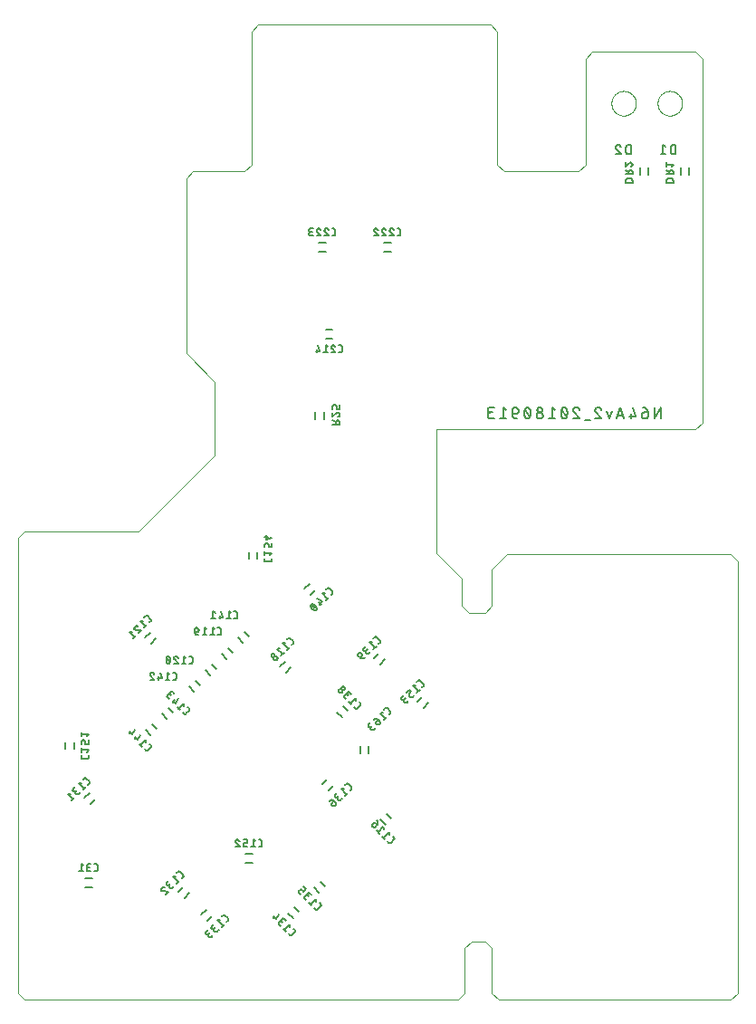
<source format=gbo>
G75*
%MOIN*%
%OFA0B0*%
%FSLAX25Y25*%
%IPPOS*%
%LPD*%
%AMOC8*
5,1,8,0,0,1.08239X$1,22.5*
%
%ADD10C,0.00000*%
%ADD11C,0.00800*%
%ADD12C,0.00600*%
%ADD13C,0.00500*%
D10*
X0005833Y0030833D02*
X0003333Y0033333D01*
X0003333Y0200833D01*
X0005833Y0203333D01*
X0047833Y0203333D01*
X0075833Y0231333D01*
X0075833Y0258333D01*
X0065333Y0268833D01*
X0065333Y0333333D01*
X0067833Y0335833D01*
X0086833Y0335833D01*
X0089333Y0338333D01*
X0089333Y0387333D01*
X0091833Y0389833D01*
X0177333Y0389833D01*
X0179833Y0387333D01*
X0179833Y0338333D01*
X0182333Y0335833D01*
X0209833Y0335833D01*
X0212333Y0338333D01*
X0212333Y0377333D01*
X0214833Y0379833D01*
X0252833Y0379833D01*
X0255333Y0377333D01*
X0255333Y0243333D01*
X0252833Y0240833D01*
X0157333Y0240833D01*
X0157333Y0195333D01*
X0166833Y0185833D01*
X0166833Y0175833D01*
X0169333Y0173333D01*
X0175333Y0173333D01*
X0177833Y0175833D01*
X0177833Y0189333D01*
X0183333Y0194833D01*
X0265833Y0194833D01*
X0268333Y0192333D01*
X0268333Y0033333D01*
X0265833Y0030833D01*
X0180333Y0030833D01*
X0177833Y0033333D01*
X0177833Y0049833D01*
X0175333Y0052333D01*
X0170333Y0052333D01*
X0167833Y0049833D01*
X0167833Y0033333D01*
X0165333Y0030833D01*
X0005833Y0030833D01*
X0221805Y0360833D02*
X0221807Y0360967D01*
X0221813Y0361101D01*
X0221823Y0361235D01*
X0221837Y0361369D01*
X0221855Y0361502D01*
X0221876Y0361634D01*
X0221902Y0361766D01*
X0221932Y0361897D01*
X0221965Y0362027D01*
X0222002Y0362155D01*
X0222044Y0362283D01*
X0222088Y0362410D01*
X0222137Y0362535D01*
X0222189Y0362658D01*
X0222245Y0362780D01*
X0222305Y0362901D01*
X0222368Y0363019D01*
X0222434Y0363136D01*
X0222504Y0363250D01*
X0222577Y0363363D01*
X0222654Y0363473D01*
X0222734Y0363581D01*
X0222817Y0363686D01*
X0222903Y0363789D01*
X0222992Y0363889D01*
X0223084Y0363987D01*
X0223179Y0364082D01*
X0223277Y0364174D01*
X0223377Y0364263D01*
X0223480Y0364349D01*
X0223585Y0364432D01*
X0223693Y0364512D01*
X0223803Y0364589D01*
X0223916Y0364662D01*
X0224030Y0364732D01*
X0224147Y0364798D01*
X0224265Y0364861D01*
X0224386Y0364921D01*
X0224508Y0364977D01*
X0224631Y0365029D01*
X0224756Y0365078D01*
X0224883Y0365122D01*
X0225011Y0365164D01*
X0225139Y0365201D01*
X0225269Y0365234D01*
X0225400Y0365264D01*
X0225532Y0365290D01*
X0225664Y0365311D01*
X0225797Y0365329D01*
X0225931Y0365343D01*
X0226065Y0365353D01*
X0226199Y0365359D01*
X0226333Y0365361D01*
X0226467Y0365359D01*
X0226601Y0365353D01*
X0226735Y0365343D01*
X0226869Y0365329D01*
X0227002Y0365311D01*
X0227134Y0365290D01*
X0227266Y0365264D01*
X0227397Y0365234D01*
X0227527Y0365201D01*
X0227655Y0365164D01*
X0227783Y0365122D01*
X0227910Y0365078D01*
X0228035Y0365029D01*
X0228158Y0364977D01*
X0228280Y0364921D01*
X0228401Y0364861D01*
X0228519Y0364798D01*
X0228636Y0364732D01*
X0228750Y0364662D01*
X0228863Y0364589D01*
X0228973Y0364512D01*
X0229081Y0364432D01*
X0229186Y0364349D01*
X0229289Y0364263D01*
X0229389Y0364174D01*
X0229487Y0364082D01*
X0229582Y0363987D01*
X0229674Y0363889D01*
X0229763Y0363789D01*
X0229849Y0363686D01*
X0229932Y0363581D01*
X0230012Y0363473D01*
X0230089Y0363363D01*
X0230162Y0363250D01*
X0230232Y0363136D01*
X0230298Y0363019D01*
X0230361Y0362901D01*
X0230421Y0362780D01*
X0230477Y0362658D01*
X0230529Y0362535D01*
X0230578Y0362410D01*
X0230622Y0362283D01*
X0230664Y0362155D01*
X0230701Y0362027D01*
X0230734Y0361897D01*
X0230764Y0361766D01*
X0230790Y0361634D01*
X0230811Y0361502D01*
X0230829Y0361369D01*
X0230843Y0361235D01*
X0230853Y0361101D01*
X0230859Y0360967D01*
X0230861Y0360833D01*
X0230859Y0360699D01*
X0230853Y0360565D01*
X0230843Y0360431D01*
X0230829Y0360297D01*
X0230811Y0360164D01*
X0230790Y0360032D01*
X0230764Y0359900D01*
X0230734Y0359769D01*
X0230701Y0359639D01*
X0230664Y0359511D01*
X0230622Y0359383D01*
X0230578Y0359256D01*
X0230529Y0359131D01*
X0230477Y0359008D01*
X0230421Y0358886D01*
X0230361Y0358765D01*
X0230298Y0358647D01*
X0230232Y0358530D01*
X0230162Y0358416D01*
X0230089Y0358303D01*
X0230012Y0358193D01*
X0229932Y0358085D01*
X0229849Y0357980D01*
X0229763Y0357877D01*
X0229674Y0357777D01*
X0229582Y0357679D01*
X0229487Y0357584D01*
X0229389Y0357492D01*
X0229289Y0357403D01*
X0229186Y0357317D01*
X0229081Y0357234D01*
X0228973Y0357154D01*
X0228863Y0357077D01*
X0228750Y0357004D01*
X0228636Y0356934D01*
X0228519Y0356868D01*
X0228401Y0356805D01*
X0228280Y0356745D01*
X0228158Y0356689D01*
X0228035Y0356637D01*
X0227910Y0356588D01*
X0227783Y0356544D01*
X0227655Y0356502D01*
X0227527Y0356465D01*
X0227397Y0356432D01*
X0227266Y0356402D01*
X0227134Y0356376D01*
X0227002Y0356355D01*
X0226869Y0356337D01*
X0226735Y0356323D01*
X0226601Y0356313D01*
X0226467Y0356307D01*
X0226333Y0356305D01*
X0226199Y0356307D01*
X0226065Y0356313D01*
X0225931Y0356323D01*
X0225797Y0356337D01*
X0225664Y0356355D01*
X0225532Y0356376D01*
X0225400Y0356402D01*
X0225269Y0356432D01*
X0225139Y0356465D01*
X0225011Y0356502D01*
X0224883Y0356544D01*
X0224756Y0356588D01*
X0224631Y0356637D01*
X0224508Y0356689D01*
X0224386Y0356745D01*
X0224265Y0356805D01*
X0224147Y0356868D01*
X0224030Y0356934D01*
X0223916Y0357004D01*
X0223803Y0357077D01*
X0223693Y0357154D01*
X0223585Y0357234D01*
X0223480Y0357317D01*
X0223377Y0357403D01*
X0223277Y0357492D01*
X0223179Y0357584D01*
X0223084Y0357679D01*
X0222992Y0357777D01*
X0222903Y0357877D01*
X0222817Y0357980D01*
X0222734Y0358085D01*
X0222654Y0358193D01*
X0222577Y0358303D01*
X0222504Y0358416D01*
X0222434Y0358530D01*
X0222368Y0358647D01*
X0222305Y0358765D01*
X0222245Y0358886D01*
X0222189Y0359008D01*
X0222137Y0359131D01*
X0222088Y0359256D01*
X0222044Y0359383D01*
X0222002Y0359511D01*
X0221965Y0359639D01*
X0221932Y0359769D01*
X0221902Y0359900D01*
X0221876Y0360032D01*
X0221855Y0360164D01*
X0221837Y0360297D01*
X0221823Y0360431D01*
X0221813Y0360565D01*
X0221807Y0360699D01*
X0221805Y0360833D01*
X0238805Y0360833D02*
X0238807Y0360967D01*
X0238813Y0361101D01*
X0238823Y0361235D01*
X0238837Y0361369D01*
X0238855Y0361502D01*
X0238876Y0361634D01*
X0238902Y0361766D01*
X0238932Y0361897D01*
X0238965Y0362027D01*
X0239002Y0362155D01*
X0239044Y0362283D01*
X0239088Y0362410D01*
X0239137Y0362535D01*
X0239189Y0362658D01*
X0239245Y0362780D01*
X0239305Y0362901D01*
X0239368Y0363019D01*
X0239434Y0363136D01*
X0239504Y0363250D01*
X0239577Y0363363D01*
X0239654Y0363473D01*
X0239734Y0363581D01*
X0239817Y0363686D01*
X0239903Y0363789D01*
X0239992Y0363889D01*
X0240084Y0363987D01*
X0240179Y0364082D01*
X0240277Y0364174D01*
X0240377Y0364263D01*
X0240480Y0364349D01*
X0240585Y0364432D01*
X0240693Y0364512D01*
X0240803Y0364589D01*
X0240916Y0364662D01*
X0241030Y0364732D01*
X0241147Y0364798D01*
X0241265Y0364861D01*
X0241386Y0364921D01*
X0241508Y0364977D01*
X0241631Y0365029D01*
X0241756Y0365078D01*
X0241883Y0365122D01*
X0242011Y0365164D01*
X0242139Y0365201D01*
X0242269Y0365234D01*
X0242400Y0365264D01*
X0242532Y0365290D01*
X0242664Y0365311D01*
X0242797Y0365329D01*
X0242931Y0365343D01*
X0243065Y0365353D01*
X0243199Y0365359D01*
X0243333Y0365361D01*
X0243467Y0365359D01*
X0243601Y0365353D01*
X0243735Y0365343D01*
X0243869Y0365329D01*
X0244002Y0365311D01*
X0244134Y0365290D01*
X0244266Y0365264D01*
X0244397Y0365234D01*
X0244527Y0365201D01*
X0244655Y0365164D01*
X0244783Y0365122D01*
X0244910Y0365078D01*
X0245035Y0365029D01*
X0245158Y0364977D01*
X0245280Y0364921D01*
X0245401Y0364861D01*
X0245519Y0364798D01*
X0245636Y0364732D01*
X0245750Y0364662D01*
X0245863Y0364589D01*
X0245973Y0364512D01*
X0246081Y0364432D01*
X0246186Y0364349D01*
X0246289Y0364263D01*
X0246389Y0364174D01*
X0246487Y0364082D01*
X0246582Y0363987D01*
X0246674Y0363889D01*
X0246763Y0363789D01*
X0246849Y0363686D01*
X0246932Y0363581D01*
X0247012Y0363473D01*
X0247089Y0363363D01*
X0247162Y0363250D01*
X0247232Y0363136D01*
X0247298Y0363019D01*
X0247361Y0362901D01*
X0247421Y0362780D01*
X0247477Y0362658D01*
X0247529Y0362535D01*
X0247578Y0362410D01*
X0247622Y0362283D01*
X0247664Y0362155D01*
X0247701Y0362027D01*
X0247734Y0361897D01*
X0247764Y0361766D01*
X0247790Y0361634D01*
X0247811Y0361502D01*
X0247829Y0361369D01*
X0247843Y0361235D01*
X0247853Y0361101D01*
X0247859Y0360967D01*
X0247861Y0360833D01*
X0247859Y0360699D01*
X0247853Y0360565D01*
X0247843Y0360431D01*
X0247829Y0360297D01*
X0247811Y0360164D01*
X0247790Y0360032D01*
X0247764Y0359900D01*
X0247734Y0359769D01*
X0247701Y0359639D01*
X0247664Y0359511D01*
X0247622Y0359383D01*
X0247578Y0359256D01*
X0247529Y0359131D01*
X0247477Y0359008D01*
X0247421Y0358886D01*
X0247361Y0358765D01*
X0247298Y0358647D01*
X0247232Y0358530D01*
X0247162Y0358416D01*
X0247089Y0358303D01*
X0247012Y0358193D01*
X0246932Y0358085D01*
X0246849Y0357980D01*
X0246763Y0357877D01*
X0246674Y0357777D01*
X0246582Y0357679D01*
X0246487Y0357584D01*
X0246389Y0357492D01*
X0246289Y0357403D01*
X0246186Y0357317D01*
X0246081Y0357234D01*
X0245973Y0357154D01*
X0245863Y0357077D01*
X0245750Y0357004D01*
X0245636Y0356934D01*
X0245519Y0356868D01*
X0245401Y0356805D01*
X0245280Y0356745D01*
X0245158Y0356689D01*
X0245035Y0356637D01*
X0244910Y0356588D01*
X0244783Y0356544D01*
X0244655Y0356502D01*
X0244527Y0356465D01*
X0244397Y0356432D01*
X0244266Y0356402D01*
X0244134Y0356376D01*
X0244002Y0356355D01*
X0243869Y0356337D01*
X0243735Y0356323D01*
X0243601Y0356313D01*
X0243467Y0356307D01*
X0243333Y0356305D01*
X0243199Y0356307D01*
X0243065Y0356313D01*
X0242931Y0356323D01*
X0242797Y0356337D01*
X0242664Y0356355D01*
X0242532Y0356376D01*
X0242400Y0356402D01*
X0242269Y0356432D01*
X0242139Y0356465D01*
X0242011Y0356502D01*
X0241883Y0356544D01*
X0241756Y0356588D01*
X0241631Y0356637D01*
X0241508Y0356689D01*
X0241386Y0356745D01*
X0241265Y0356805D01*
X0241147Y0356868D01*
X0241030Y0356934D01*
X0240916Y0357004D01*
X0240803Y0357077D01*
X0240693Y0357154D01*
X0240585Y0357234D01*
X0240480Y0357317D01*
X0240377Y0357403D01*
X0240277Y0357492D01*
X0240179Y0357584D01*
X0240084Y0357679D01*
X0239992Y0357777D01*
X0239903Y0357877D01*
X0239817Y0357980D01*
X0239734Y0358085D01*
X0239654Y0358193D01*
X0239577Y0358303D01*
X0239504Y0358416D01*
X0239434Y0358530D01*
X0239368Y0358647D01*
X0239305Y0358765D01*
X0239245Y0358886D01*
X0239189Y0359008D01*
X0239137Y0359131D01*
X0239088Y0359256D01*
X0239044Y0359383D01*
X0239002Y0359511D01*
X0238965Y0359639D01*
X0238932Y0359769D01*
X0238902Y0359900D01*
X0238876Y0360032D01*
X0238855Y0360164D01*
X0238837Y0360297D01*
X0238823Y0360431D01*
X0238813Y0360565D01*
X0238807Y0360699D01*
X0238805Y0360833D01*
D11*
X0239933Y0248933D02*
X0237600Y0244733D01*
X0237600Y0248933D01*
X0239933Y0248933D02*
X0239933Y0244733D01*
X0235283Y0245900D02*
X0235283Y0247067D01*
X0233883Y0247067D01*
X0235284Y0247067D02*
X0235282Y0247151D01*
X0235276Y0247234D01*
X0235267Y0247318D01*
X0235254Y0247400D01*
X0235237Y0247482D01*
X0235217Y0247564D01*
X0235193Y0247644D01*
X0235165Y0247723D01*
X0235134Y0247801D01*
X0235099Y0247877D01*
X0235061Y0247952D01*
X0235020Y0248025D01*
X0234975Y0248096D01*
X0234927Y0248164D01*
X0234877Y0248231D01*
X0234823Y0248295D01*
X0234766Y0248357D01*
X0234707Y0248416D01*
X0234645Y0248473D01*
X0234581Y0248527D01*
X0234514Y0248577D01*
X0234446Y0248625D01*
X0234375Y0248670D01*
X0234302Y0248711D01*
X0234227Y0248749D01*
X0234151Y0248784D01*
X0234073Y0248815D01*
X0233994Y0248843D01*
X0233914Y0248867D01*
X0233832Y0248887D01*
X0233750Y0248904D01*
X0233668Y0248917D01*
X0233584Y0248926D01*
X0233501Y0248932D01*
X0233417Y0248934D01*
X0233883Y0247066D02*
X0233822Y0247064D01*
X0233761Y0247058D01*
X0233701Y0247048D01*
X0233642Y0247034D01*
X0233583Y0247016D01*
X0233526Y0246995D01*
X0233470Y0246970D01*
X0233417Y0246941D01*
X0233365Y0246909D01*
X0233315Y0246873D01*
X0233268Y0246834D01*
X0233223Y0246793D01*
X0233182Y0246748D01*
X0233143Y0246701D01*
X0233107Y0246651D01*
X0233075Y0246600D01*
X0233046Y0246546D01*
X0233021Y0246490D01*
X0233000Y0246433D01*
X0232982Y0246374D01*
X0232968Y0246315D01*
X0232958Y0246255D01*
X0232952Y0246194D01*
X0232950Y0246133D01*
X0232950Y0245900D01*
X0232952Y0245833D01*
X0232958Y0245767D01*
X0232967Y0245701D01*
X0232980Y0245636D01*
X0232997Y0245571D01*
X0233018Y0245508D01*
X0233042Y0245446D01*
X0233070Y0245385D01*
X0233101Y0245326D01*
X0233135Y0245269D01*
X0233173Y0245214D01*
X0233214Y0245161D01*
X0233257Y0245111D01*
X0233304Y0245063D01*
X0233353Y0245018D01*
X0233404Y0244976D01*
X0233458Y0244937D01*
X0233514Y0244901D01*
X0233572Y0244868D01*
X0233632Y0244838D01*
X0233694Y0244813D01*
X0233756Y0244790D01*
X0233820Y0244771D01*
X0233885Y0244756D01*
X0233951Y0244745D01*
X0234017Y0244737D01*
X0234084Y0244733D01*
X0234150Y0244733D01*
X0234217Y0244737D01*
X0234283Y0244745D01*
X0234349Y0244756D01*
X0234414Y0244771D01*
X0234478Y0244790D01*
X0234540Y0244813D01*
X0234602Y0244838D01*
X0234662Y0244868D01*
X0234720Y0244901D01*
X0234776Y0244937D01*
X0234830Y0244976D01*
X0234881Y0245018D01*
X0234930Y0245063D01*
X0234977Y0245111D01*
X0235020Y0245161D01*
X0235061Y0245214D01*
X0235099Y0245269D01*
X0235133Y0245326D01*
X0235164Y0245385D01*
X0235192Y0245446D01*
X0235216Y0245508D01*
X0235237Y0245571D01*
X0235254Y0245636D01*
X0235267Y0245701D01*
X0235276Y0245767D01*
X0235282Y0245833D01*
X0235284Y0245900D01*
X0230783Y0245667D02*
X0228450Y0245667D01*
X0229150Y0246600D02*
X0229150Y0244733D01*
X0230783Y0245667D02*
X0229850Y0248933D01*
X0225117Y0248933D02*
X0223717Y0244733D01*
X0224067Y0245783D02*
X0226167Y0245783D01*
X0226517Y0244733D02*
X0225117Y0248933D01*
X0222000Y0247533D02*
X0221067Y0244733D01*
X0220133Y0247533D01*
X0216200Y0247066D02*
X0216154Y0247113D01*
X0216111Y0247161D01*
X0216071Y0247213D01*
X0216033Y0247266D01*
X0215999Y0247322D01*
X0215969Y0247379D01*
X0215941Y0247439D01*
X0215917Y0247499D01*
X0215897Y0247561D01*
X0215880Y0247624D01*
X0215867Y0247688D01*
X0215858Y0247753D01*
X0215852Y0247818D01*
X0215850Y0247883D01*
X0216200Y0247067D02*
X0218183Y0244733D01*
X0215850Y0244733D01*
X0213900Y0244267D02*
X0212033Y0244267D01*
X0210083Y0244733D02*
X0207750Y0244733D01*
X0210083Y0244733D02*
X0208100Y0247067D01*
X0208800Y0248933D02*
X0208871Y0248931D01*
X0208941Y0248926D01*
X0209011Y0248916D01*
X0209081Y0248903D01*
X0209149Y0248887D01*
X0209217Y0248867D01*
X0209284Y0248843D01*
X0209349Y0248816D01*
X0209413Y0248786D01*
X0209475Y0248752D01*
X0209535Y0248715D01*
X0209593Y0248675D01*
X0209650Y0248632D01*
X0209703Y0248586D01*
X0209754Y0248537D01*
X0209803Y0248486D01*
X0209849Y0248432D01*
X0209892Y0248376D01*
X0209932Y0248318D01*
X0209969Y0248258D01*
X0210002Y0248195D01*
X0210033Y0248132D01*
X0210060Y0248066D01*
X0210083Y0248000D01*
X0208100Y0247066D02*
X0208054Y0247113D01*
X0208011Y0247161D01*
X0207971Y0247213D01*
X0207933Y0247266D01*
X0207899Y0247322D01*
X0207869Y0247379D01*
X0207841Y0247439D01*
X0207817Y0247499D01*
X0207797Y0247561D01*
X0207780Y0247624D01*
X0207767Y0247688D01*
X0207758Y0247753D01*
X0207752Y0247818D01*
X0207750Y0247883D01*
X0207752Y0247946D01*
X0207758Y0248010D01*
X0207767Y0248072D01*
X0207781Y0248134D01*
X0207798Y0248195D01*
X0207818Y0248255D01*
X0207843Y0248314D01*
X0207870Y0248371D01*
X0207901Y0248426D01*
X0207936Y0248479D01*
X0207973Y0248531D01*
X0208014Y0248579D01*
X0208058Y0248625D01*
X0208104Y0248669D01*
X0208152Y0248710D01*
X0208204Y0248747D01*
X0208257Y0248782D01*
X0208312Y0248813D01*
X0208369Y0248840D01*
X0208428Y0248865D01*
X0208488Y0248885D01*
X0208549Y0248902D01*
X0208611Y0248916D01*
X0208673Y0248925D01*
X0208737Y0248931D01*
X0208800Y0248933D01*
X0203250Y0246833D02*
X0203252Y0246721D01*
X0203257Y0246609D01*
X0203266Y0246497D01*
X0203279Y0246386D01*
X0203295Y0246275D01*
X0203315Y0246164D01*
X0203339Y0246055D01*
X0203366Y0245946D01*
X0203396Y0245838D01*
X0203430Y0245731D01*
X0203467Y0245625D01*
X0203508Y0245521D01*
X0203552Y0245418D01*
X0203600Y0245316D01*
X0204417Y0244734D02*
X0204473Y0244736D01*
X0204529Y0244741D01*
X0204585Y0244751D01*
X0204640Y0244763D01*
X0204694Y0244780D01*
X0204746Y0244799D01*
X0204798Y0244823D01*
X0204848Y0244849D01*
X0204895Y0244879D01*
X0204941Y0244911D01*
X0204985Y0244947D01*
X0205026Y0244986D01*
X0205065Y0245027D01*
X0205100Y0245070D01*
X0205133Y0245116D01*
X0205163Y0245164D01*
X0205190Y0245213D01*
X0205213Y0245264D01*
X0205233Y0245317D01*
X0205350Y0245667D02*
X0203483Y0248000D01*
X0203601Y0248350D02*
X0203621Y0248403D01*
X0203644Y0248454D01*
X0203671Y0248503D01*
X0203701Y0248551D01*
X0203734Y0248597D01*
X0203769Y0248640D01*
X0203808Y0248681D01*
X0203849Y0248720D01*
X0203893Y0248756D01*
X0203939Y0248788D01*
X0203986Y0248818D01*
X0204036Y0248844D01*
X0204088Y0248868D01*
X0204140Y0248887D01*
X0204194Y0248904D01*
X0204249Y0248916D01*
X0204305Y0248926D01*
X0204361Y0248931D01*
X0204417Y0248933D01*
X0204473Y0248931D01*
X0204529Y0248926D01*
X0204585Y0248916D01*
X0204640Y0248904D01*
X0204694Y0248887D01*
X0204746Y0248868D01*
X0204798Y0248844D01*
X0204848Y0248818D01*
X0204895Y0248788D01*
X0204941Y0248755D01*
X0204985Y0248720D01*
X0205026Y0248681D01*
X0205065Y0248640D01*
X0205100Y0248597D01*
X0205133Y0248551D01*
X0205163Y0248503D01*
X0205190Y0248454D01*
X0205213Y0248403D01*
X0205233Y0248350D01*
X0203600Y0248350D02*
X0203552Y0248248D01*
X0203508Y0248145D01*
X0203467Y0248041D01*
X0203430Y0247935D01*
X0203396Y0247828D01*
X0203366Y0247720D01*
X0203339Y0247611D01*
X0203315Y0247502D01*
X0203295Y0247391D01*
X0203279Y0247280D01*
X0203266Y0247169D01*
X0203257Y0247057D01*
X0203252Y0246945D01*
X0203250Y0246833D01*
X0205583Y0246833D02*
X0205581Y0246945D01*
X0205576Y0247057D01*
X0205567Y0247169D01*
X0205554Y0247280D01*
X0205538Y0247391D01*
X0205518Y0247502D01*
X0205494Y0247611D01*
X0205467Y0247720D01*
X0205437Y0247828D01*
X0205403Y0247935D01*
X0205366Y0248041D01*
X0205325Y0248145D01*
X0205281Y0248248D01*
X0205233Y0248350D01*
X0203601Y0245317D02*
X0203621Y0245264D01*
X0203644Y0245213D01*
X0203671Y0245164D01*
X0203701Y0245116D01*
X0203734Y0245070D01*
X0203769Y0245027D01*
X0203808Y0244986D01*
X0203849Y0244947D01*
X0203893Y0244911D01*
X0203939Y0244879D01*
X0203986Y0244849D01*
X0204036Y0244823D01*
X0204088Y0244799D01*
X0204140Y0244780D01*
X0204194Y0244763D01*
X0204249Y0244751D01*
X0204305Y0244741D01*
X0204361Y0244736D01*
X0204417Y0244734D01*
X0205233Y0245316D02*
X0205281Y0245418D01*
X0205325Y0245521D01*
X0205366Y0245625D01*
X0205403Y0245731D01*
X0205437Y0245838D01*
X0205467Y0245946D01*
X0205494Y0246055D01*
X0205518Y0246164D01*
X0205538Y0246275D01*
X0205554Y0246386D01*
X0205567Y0246497D01*
X0205576Y0246609D01*
X0205581Y0246721D01*
X0205583Y0246833D01*
X0201083Y0248000D02*
X0199917Y0248933D01*
X0199917Y0244733D01*
X0201083Y0244733D02*
X0198750Y0244733D01*
X0196584Y0245900D02*
X0196582Y0245833D01*
X0196576Y0245767D01*
X0196567Y0245701D01*
X0196554Y0245636D01*
X0196537Y0245571D01*
X0196516Y0245508D01*
X0196492Y0245446D01*
X0196464Y0245385D01*
X0196433Y0245326D01*
X0196399Y0245269D01*
X0196361Y0245214D01*
X0196320Y0245161D01*
X0196277Y0245111D01*
X0196230Y0245063D01*
X0196181Y0245018D01*
X0196130Y0244976D01*
X0196076Y0244937D01*
X0196020Y0244901D01*
X0195962Y0244868D01*
X0195902Y0244838D01*
X0195840Y0244813D01*
X0195778Y0244790D01*
X0195714Y0244771D01*
X0195649Y0244756D01*
X0195583Y0244745D01*
X0195517Y0244737D01*
X0195450Y0244733D01*
X0195384Y0244733D01*
X0195317Y0244737D01*
X0195251Y0244745D01*
X0195185Y0244756D01*
X0195120Y0244771D01*
X0195056Y0244790D01*
X0194994Y0244813D01*
X0194932Y0244838D01*
X0194872Y0244868D01*
X0194814Y0244901D01*
X0194758Y0244937D01*
X0194704Y0244976D01*
X0194653Y0245018D01*
X0194604Y0245063D01*
X0194557Y0245111D01*
X0194514Y0245161D01*
X0194473Y0245214D01*
X0194435Y0245269D01*
X0194401Y0245326D01*
X0194370Y0245385D01*
X0194342Y0245446D01*
X0194318Y0245508D01*
X0194297Y0245571D01*
X0194280Y0245636D01*
X0194267Y0245701D01*
X0194258Y0245767D01*
X0194252Y0245833D01*
X0194250Y0245900D01*
X0194252Y0245967D01*
X0194258Y0246033D01*
X0194267Y0246099D01*
X0194280Y0246164D01*
X0194297Y0246229D01*
X0194318Y0246292D01*
X0194342Y0246354D01*
X0194370Y0246415D01*
X0194401Y0246474D01*
X0194435Y0246531D01*
X0194473Y0246586D01*
X0194514Y0246639D01*
X0194557Y0246689D01*
X0194604Y0246737D01*
X0194653Y0246782D01*
X0194704Y0246824D01*
X0194758Y0246863D01*
X0194814Y0246899D01*
X0194872Y0246932D01*
X0194932Y0246962D01*
X0194994Y0246987D01*
X0195056Y0247010D01*
X0195120Y0247029D01*
X0195185Y0247044D01*
X0195251Y0247055D01*
X0195317Y0247063D01*
X0195384Y0247067D01*
X0195450Y0247067D01*
X0195517Y0247063D01*
X0195583Y0247055D01*
X0195649Y0247044D01*
X0195714Y0247029D01*
X0195778Y0247010D01*
X0195840Y0246987D01*
X0195902Y0246962D01*
X0195962Y0246932D01*
X0196020Y0246899D01*
X0196076Y0246863D01*
X0196130Y0246824D01*
X0196181Y0246782D01*
X0196230Y0246737D01*
X0196277Y0246689D01*
X0196320Y0246639D01*
X0196361Y0246586D01*
X0196399Y0246531D01*
X0196433Y0246474D01*
X0196464Y0246415D01*
X0196492Y0246354D01*
X0196516Y0246292D01*
X0196537Y0246229D01*
X0196554Y0246164D01*
X0196567Y0246099D01*
X0196576Y0246033D01*
X0196582Y0245967D01*
X0196584Y0245900D01*
X0196350Y0248000D02*
X0196348Y0247940D01*
X0196342Y0247881D01*
X0196333Y0247822D01*
X0196319Y0247763D01*
X0196302Y0247706D01*
X0196282Y0247650D01*
X0196258Y0247595D01*
X0196230Y0247542D01*
X0196199Y0247491D01*
X0196165Y0247442D01*
X0196127Y0247395D01*
X0196087Y0247351D01*
X0196044Y0247309D01*
X0195999Y0247271D01*
X0195951Y0247235D01*
X0195901Y0247202D01*
X0195849Y0247173D01*
X0195795Y0247147D01*
X0195739Y0247124D01*
X0195682Y0247106D01*
X0195625Y0247090D01*
X0195566Y0247079D01*
X0195507Y0247071D01*
X0195447Y0247067D01*
X0195387Y0247067D01*
X0195327Y0247071D01*
X0195268Y0247079D01*
X0195209Y0247090D01*
X0195152Y0247106D01*
X0195095Y0247124D01*
X0195039Y0247147D01*
X0194985Y0247173D01*
X0194933Y0247202D01*
X0194883Y0247235D01*
X0194835Y0247271D01*
X0194790Y0247309D01*
X0194747Y0247351D01*
X0194707Y0247395D01*
X0194669Y0247442D01*
X0194635Y0247491D01*
X0194604Y0247542D01*
X0194576Y0247595D01*
X0194552Y0247650D01*
X0194532Y0247706D01*
X0194515Y0247763D01*
X0194501Y0247822D01*
X0194492Y0247881D01*
X0194486Y0247940D01*
X0194484Y0248000D01*
X0194486Y0248060D01*
X0194492Y0248119D01*
X0194501Y0248178D01*
X0194515Y0248237D01*
X0194532Y0248294D01*
X0194552Y0248350D01*
X0194576Y0248405D01*
X0194604Y0248458D01*
X0194635Y0248509D01*
X0194669Y0248558D01*
X0194707Y0248605D01*
X0194747Y0248649D01*
X0194790Y0248691D01*
X0194835Y0248729D01*
X0194883Y0248765D01*
X0194933Y0248798D01*
X0194985Y0248827D01*
X0195039Y0248853D01*
X0195095Y0248876D01*
X0195152Y0248894D01*
X0195209Y0248910D01*
X0195268Y0248921D01*
X0195327Y0248929D01*
X0195387Y0248933D01*
X0195447Y0248933D01*
X0195507Y0248929D01*
X0195566Y0248921D01*
X0195625Y0248910D01*
X0195682Y0248894D01*
X0195739Y0248876D01*
X0195795Y0248853D01*
X0195849Y0248827D01*
X0195901Y0248798D01*
X0195951Y0248765D01*
X0195999Y0248729D01*
X0196044Y0248691D01*
X0196087Y0248649D01*
X0196127Y0248605D01*
X0196165Y0248558D01*
X0196199Y0248509D01*
X0196230Y0248458D01*
X0196258Y0248405D01*
X0196282Y0248350D01*
X0196302Y0248294D01*
X0196319Y0248237D01*
X0196333Y0248178D01*
X0196342Y0248119D01*
X0196348Y0248060D01*
X0196350Y0248000D01*
X0189750Y0246833D02*
X0189752Y0246721D01*
X0189757Y0246609D01*
X0189766Y0246497D01*
X0189779Y0246386D01*
X0189795Y0246275D01*
X0189815Y0246164D01*
X0189839Y0246055D01*
X0189866Y0245946D01*
X0189896Y0245838D01*
X0189930Y0245731D01*
X0189967Y0245625D01*
X0190008Y0245521D01*
X0190052Y0245418D01*
X0190100Y0245316D01*
X0190917Y0244734D02*
X0190973Y0244736D01*
X0191029Y0244741D01*
X0191085Y0244751D01*
X0191140Y0244763D01*
X0191194Y0244780D01*
X0191246Y0244799D01*
X0191298Y0244823D01*
X0191348Y0244849D01*
X0191395Y0244879D01*
X0191441Y0244911D01*
X0191485Y0244947D01*
X0191526Y0244986D01*
X0191565Y0245027D01*
X0191600Y0245070D01*
X0191633Y0245116D01*
X0191663Y0245164D01*
X0191690Y0245213D01*
X0191713Y0245264D01*
X0191733Y0245317D01*
X0191850Y0245667D02*
X0189983Y0248000D01*
X0190101Y0248350D02*
X0190121Y0248403D01*
X0190144Y0248454D01*
X0190171Y0248503D01*
X0190201Y0248551D01*
X0190234Y0248597D01*
X0190269Y0248640D01*
X0190308Y0248681D01*
X0190349Y0248720D01*
X0190393Y0248756D01*
X0190439Y0248788D01*
X0190486Y0248818D01*
X0190536Y0248844D01*
X0190588Y0248868D01*
X0190640Y0248887D01*
X0190694Y0248904D01*
X0190749Y0248916D01*
X0190805Y0248926D01*
X0190861Y0248931D01*
X0190917Y0248933D01*
X0190973Y0248931D01*
X0191029Y0248926D01*
X0191085Y0248916D01*
X0191140Y0248904D01*
X0191194Y0248887D01*
X0191246Y0248868D01*
X0191298Y0248844D01*
X0191348Y0248818D01*
X0191395Y0248788D01*
X0191441Y0248755D01*
X0191485Y0248720D01*
X0191526Y0248681D01*
X0191565Y0248640D01*
X0191600Y0248597D01*
X0191633Y0248551D01*
X0191663Y0248503D01*
X0191690Y0248454D01*
X0191713Y0248403D01*
X0191733Y0248350D01*
X0190100Y0248350D02*
X0190052Y0248248D01*
X0190008Y0248145D01*
X0189967Y0248041D01*
X0189930Y0247935D01*
X0189896Y0247828D01*
X0189866Y0247720D01*
X0189839Y0247611D01*
X0189815Y0247502D01*
X0189795Y0247391D01*
X0189779Y0247280D01*
X0189766Y0247169D01*
X0189757Y0247057D01*
X0189752Y0246945D01*
X0189750Y0246833D01*
X0192083Y0246833D02*
X0192081Y0246945D01*
X0192076Y0247057D01*
X0192067Y0247169D01*
X0192054Y0247280D01*
X0192038Y0247391D01*
X0192018Y0247502D01*
X0191994Y0247611D01*
X0191967Y0247720D01*
X0191937Y0247828D01*
X0191903Y0247935D01*
X0191866Y0248041D01*
X0191825Y0248145D01*
X0191781Y0248248D01*
X0191733Y0248350D01*
X0190101Y0245317D02*
X0190121Y0245264D01*
X0190144Y0245213D01*
X0190171Y0245164D01*
X0190201Y0245116D01*
X0190234Y0245070D01*
X0190269Y0245027D01*
X0190308Y0244986D01*
X0190349Y0244947D01*
X0190393Y0244911D01*
X0190439Y0244879D01*
X0190486Y0244849D01*
X0190536Y0244823D01*
X0190588Y0244799D01*
X0190640Y0244780D01*
X0190694Y0244763D01*
X0190749Y0244751D01*
X0190805Y0244741D01*
X0190861Y0244736D01*
X0190917Y0244734D01*
X0191733Y0245316D02*
X0191781Y0245418D01*
X0191825Y0245521D01*
X0191866Y0245625D01*
X0191903Y0245731D01*
X0191937Y0245838D01*
X0191967Y0245946D01*
X0191994Y0246055D01*
X0192018Y0246164D01*
X0192038Y0246275D01*
X0192054Y0246386D01*
X0192067Y0246497D01*
X0192076Y0246609D01*
X0192081Y0246721D01*
X0192083Y0246833D01*
X0187583Y0247533D02*
X0187583Y0247767D01*
X0187583Y0247533D02*
X0187581Y0247474D01*
X0187576Y0247416D01*
X0187566Y0247358D01*
X0187554Y0247301D01*
X0187537Y0247245D01*
X0187517Y0247190D01*
X0187494Y0247136D01*
X0187468Y0247084D01*
X0187438Y0247033D01*
X0187405Y0246985D01*
X0187369Y0246938D01*
X0187330Y0246894D01*
X0187289Y0246853D01*
X0187245Y0246814D01*
X0187198Y0246778D01*
X0187150Y0246745D01*
X0187099Y0246715D01*
X0187047Y0246689D01*
X0186993Y0246666D01*
X0186938Y0246646D01*
X0186882Y0246629D01*
X0186825Y0246617D01*
X0186767Y0246607D01*
X0186709Y0246602D01*
X0186650Y0246600D01*
X0185250Y0246600D01*
X0185250Y0247767D01*
X0185252Y0247834D01*
X0185258Y0247900D01*
X0185267Y0247966D01*
X0185280Y0248031D01*
X0185297Y0248096D01*
X0185318Y0248159D01*
X0185342Y0248221D01*
X0185370Y0248282D01*
X0185401Y0248341D01*
X0185435Y0248398D01*
X0185473Y0248453D01*
X0185514Y0248506D01*
X0185557Y0248556D01*
X0185604Y0248604D01*
X0185653Y0248649D01*
X0185704Y0248691D01*
X0185758Y0248730D01*
X0185814Y0248766D01*
X0185872Y0248799D01*
X0185932Y0248829D01*
X0185994Y0248854D01*
X0186056Y0248877D01*
X0186120Y0248896D01*
X0186185Y0248911D01*
X0186251Y0248922D01*
X0186317Y0248930D01*
X0186384Y0248934D01*
X0186450Y0248934D01*
X0186517Y0248930D01*
X0186583Y0248922D01*
X0186649Y0248911D01*
X0186714Y0248896D01*
X0186778Y0248877D01*
X0186840Y0248854D01*
X0186902Y0248829D01*
X0186962Y0248799D01*
X0187020Y0248766D01*
X0187076Y0248730D01*
X0187130Y0248691D01*
X0187181Y0248649D01*
X0187230Y0248604D01*
X0187277Y0248556D01*
X0187320Y0248506D01*
X0187361Y0248453D01*
X0187399Y0248398D01*
X0187433Y0248341D01*
X0187464Y0248282D01*
X0187492Y0248221D01*
X0187516Y0248159D01*
X0187537Y0248096D01*
X0187554Y0248031D01*
X0187567Y0247966D01*
X0187576Y0247900D01*
X0187582Y0247834D01*
X0187584Y0247767D01*
X0185250Y0246600D02*
X0185252Y0246516D01*
X0185258Y0246433D01*
X0185267Y0246349D01*
X0185280Y0246267D01*
X0185297Y0246185D01*
X0185317Y0246103D01*
X0185341Y0246023D01*
X0185369Y0245944D01*
X0185400Y0245866D01*
X0185435Y0245790D01*
X0185473Y0245715D01*
X0185514Y0245642D01*
X0185559Y0245571D01*
X0185607Y0245503D01*
X0185657Y0245436D01*
X0185711Y0245372D01*
X0185768Y0245310D01*
X0185827Y0245251D01*
X0185889Y0245194D01*
X0185953Y0245140D01*
X0186020Y0245090D01*
X0186088Y0245042D01*
X0186159Y0244997D01*
X0186232Y0244956D01*
X0186307Y0244918D01*
X0186383Y0244883D01*
X0186461Y0244852D01*
X0186540Y0244824D01*
X0186620Y0244800D01*
X0186702Y0244780D01*
X0186784Y0244763D01*
X0186866Y0244750D01*
X0186950Y0244741D01*
X0187033Y0244735D01*
X0187117Y0244733D01*
X0183083Y0244733D02*
X0180750Y0244733D01*
X0181917Y0244733D02*
X0181917Y0248933D01*
X0183083Y0248000D01*
X0178583Y0248933D02*
X0177183Y0248933D01*
X0177123Y0248931D01*
X0177064Y0248925D01*
X0177005Y0248916D01*
X0176946Y0248902D01*
X0176889Y0248885D01*
X0176833Y0248865D01*
X0176778Y0248841D01*
X0176725Y0248813D01*
X0176674Y0248782D01*
X0176625Y0248748D01*
X0176578Y0248710D01*
X0176534Y0248670D01*
X0176492Y0248627D01*
X0176454Y0248582D01*
X0176418Y0248534D01*
X0176385Y0248484D01*
X0176356Y0248432D01*
X0176330Y0248378D01*
X0176307Y0248322D01*
X0176289Y0248265D01*
X0176273Y0248208D01*
X0176262Y0248149D01*
X0176254Y0248090D01*
X0176250Y0248030D01*
X0176250Y0247970D01*
X0176254Y0247910D01*
X0176262Y0247851D01*
X0176273Y0247792D01*
X0176289Y0247735D01*
X0176307Y0247678D01*
X0176330Y0247622D01*
X0176356Y0247568D01*
X0176385Y0247516D01*
X0176418Y0247466D01*
X0176454Y0247418D01*
X0176492Y0247373D01*
X0176534Y0247330D01*
X0176578Y0247290D01*
X0176625Y0247252D01*
X0176674Y0247218D01*
X0176725Y0247187D01*
X0176778Y0247159D01*
X0176833Y0247135D01*
X0176889Y0247115D01*
X0176946Y0247098D01*
X0177005Y0247084D01*
X0177064Y0247075D01*
X0177123Y0247069D01*
X0177183Y0247067D01*
X0178117Y0247067D01*
X0177417Y0247067D02*
X0177350Y0247065D01*
X0177284Y0247059D01*
X0177218Y0247050D01*
X0177153Y0247037D01*
X0177088Y0247020D01*
X0177025Y0246999D01*
X0176963Y0246975D01*
X0176902Y0246947D01*
X0176843Y0246916D01*
X0176786Y0246882D01*
X0176731Y0246844D01*
X0176678Y0246803D01*
X0176628Y0246760D01*
X0176580Y0246713D01*
X0176535Y0246664D01*
X0176493Y0246613D01*
X0176454Y0246559D01*
X0176418Y0246503D01*
X0176385Y0246445D01*
X0176355Y0246385D01*
X0176330Y0246323D01*
X0176307Y0246261D01*
X0176288Y0246197D01*
X0176273Y0246132D01*
X0176262Y0246066D01*
X0176254Y0246000D01*
X0176250Y0245933D01*
X0176250Y0245867D01*
X0176254Y0245800D01*
X0176262Y0245734D01*
X0176273Y0245668D01*
X0176288Y0245603D01*
X0176307Y0245539D01*
X0176330Y0245477D01*
X0176355Y0245415D01*
X0176385Y0245355D01*
X0176418Y0245297D01*
X0176454Y0245241D01*
X0176493Y0245187D01*
X0176535Y0245136D01*
X0176580Y0245087D01*
X0176628Y0245040D01*
X0176678Y0244997D01*
X0176731Y0244956D01*
X0176786Y0244918D01*
X0176843Y0244884D01*
X0176902Y0244853D01*
X0176963Y0244825D01*
X0177025Y0244801D01*
X0177088Y0244780D01*
X0177153Y0244763D01*
X0177218Y0244750D01*
X0177284Y0244741D01*
X0177350Y0244735D01*
X0177417Y0244733D01*
X0178583Y0244733D01*
X0216900Y0248933D02*
X0216971Y0248931D01*
X0217041Y0248926D01*
X0217111Y0248916D01*
X0217181Y0248903D01*
X0217249Y0248887D01*
X0217317Y0248867D01*
X0217384Y0248843D01*
X0217449Y0248816D01*
X0217513Y0248786D01*
X0217575Y0248752D01*
X0217635Y0248715D01*
X0217693Y0248675D01*
X0217750Y0248632D01*
X0217803Y0248586D01*
X0217854Y0248537D01*
X0217903Y0248486D01*
X0217949Y0248432D01*
X0217992Y0248376D01*
X0218032Y0248318D01*
X0218069Y0248258D01*
X0218102Y0248195D01*
X0218133Y0248132D01*
X0218160Y0248066D01*
X0218183Y0248000D01*
X0216900Y0248933D02*
X0216837Y0248931D01*
X0216773Y0248925D01*
X0216711Y0248916D01*
X0216649Y0248902D01*
X0216588Y0248885D01*
X0216528Y0248865D01*
X0216469Y0248840D01*
X0216412Y0248813D01*
X0216357Y0248782D01*
X0216304Y0248747D01*
X0216252Y0248710D01*
X0216204Y0248669D01*
X0216158Y0248625D01*
X0216114Y0248579D01*
X0216073Y0248531D01*
X0216036Y0248479D01*
X0216001Y0248426D01*
X0215970Y0248371D01*
X0215943Y0248314D01*
X0215918Y0248255D01*
X0215898Y0248195D01*
X0215881Y0248134D01*
X0215867Y0248072D01*
X0215858Y0248010D01*
X0215852Y0247946D01*
X0215850Y0247883D01*
D12*
X0232271Y0334583D02*
X0232271Y0337083D01*
X0235396Y0337083D02*
X0235396Y0334583D01*
X0239924Y0342133D02*
X0241813Y0342133D01*
X0240869Y0342133D02*
X0240869Y0345533D01*
X0241813Y0344778D01*
X0243644Y0344589D02*
X0243644Y0343078D01*
X0243645Y0343078D02*
X0243647Y0343019D01*
X0243652Y0342960D01*
X0243662Y0342901D01*
X0243675Y0342843D01*
X0243691Y0342786D01*
X0243711Y0342730D01*
X0243735Y0342676D01*
X0243762Y0342623D01*
X0243792Y0342572D01*
X0243825Y0342523D01*
X0243862Y0342476D01*
X0243901Y0342432D01*
X0243943Y0342390D01*
X0243987Y0342351D01*
X0244034Y0342314D01*
X0244083Y0342281D01*
X0244134Y0342251D01*
X0244187Y0342224D01*
X0244241Y0342200D01*
X0244297Y0342180D01*
X0244354Y0342164D01*
X0244412Y0342151D01*
X0244471Y0342141D01*
X0244530Y0342136D01*
X0244589Y0342134D01*
X0244589Y0342133D02*
X0245533Y0342133D01*
X0245533Y0345533D01*
X0244589Y0345533D01*
X0244530Y0345531D01*
X0244471Y0345526D01*
X0244412Y0345516D01*
X0244354Y0345503D01*
X0244297Y0345487D01*
X0244241Y0345467D01*
X0244187Y0345443D01*
X0244134Y0345416D01*
X0244083Y0345386D01*
X0244034Y0345353D01*
X0243987Y0345316D01*
X0243943Y0345277D01*
X0243901Y0345235D01*
X0243862Y0345191D01*
X0243825Y0345144D01*
X0243792Y0345095D01*
X0243762Y0345044D01*
X0243735Y0344991D01*
X0243711Y0344937D01*
X0243691Y0344881D01*
X0243675Y0344824D01*
X0243662Y0344766D01*
X0243652Y0344707D01*
X0243647Y0344648D01*
X0243645Y0344589D01*
X0247271Y0337083D02*
X0247271Y0334583D01*
X0250396Y0334583D02*
X0250396Y0337083D01*
X0229033Y0342133D02*
X0228089Y0342133D01*
X0229033Y0342133D02*
X0229033Y0345533D01*
X0228089Y0345533D01*
X0228030Y0345531D01*
X0227971Y0345526D01*
X0227912Y0345516D01*
X0227854Y0345503D01*
X0227797Y0345487D01*
X0227741Y0345467D01*
X0227687Y0345443D01*
X0227634Y0345416D01*
X0227583Y0345386D01*
X0227534Y0345353D01*
X0227487Y0345316D01*
X0227443Y0345277D01*
X0227401Y0345235D01*
X0227362Y0345191D01*
X0227325Y0345144D01*
X0227292Y0345095D01*
X0227262Y0345044D01*
X0227235Y0344991D01*
X0227211Y0344937D01*
X0227191Y0344881D01*
X0227175Y0344824D01*
X0227162Y0344766D01*
X0227152Y0344707D01*
X0227147Y0344648D01*
X0227145Y0344589D01*
X0227144Y0344589D02*
X0227144Y0343078D01*
X0227145Y0343078D02*
X0227147Y0343019D01*
X0227152Y0342960D01*
X0227162Y0342901D01*
X0227175Y0342843D01*
X0227191Y0342786D01*
X0227211Y0342730D01*
X0227235Y0342676D01*
X0227262Y0342623D01*
X0227292Y0342572D01*
X0227325Y0342523D01*
X0227362Y0342476D01*
X0227401Y0342432D01*
X0227443Y0342390D01*
X0227487Y0342351D01*
X0227534Y0342314D01*
X0227583Y0342281D01*
X0227634Y0342251D01*
X0227687Y0342224D01*
X0227741Y0342200D01*
X0227797Y0342180D01*
X0227854Y0342164D01*
X0227912Y0342151D01*
X0227971Y0342141D01*
X0228030Y0342136D01*
X0228089Y0342134D01*
X0225313Y0342133D02*
X0223708Y0344022D01*
X0224274Y0345533D02*
X0224339Y0345531D01*
X0224404Y0345525D01*
X0224469Y0345515D01*
X0224533Y0345502D01*
X0224596Y0345484D01*
X0224658Y0345463D01*
X0224718Y0345438D01*
X0224777Y0345410D01*
X0224834Y0345378D01*
X0224890Y0345343D01*
X0224942Y0345305D01*
X0224993Y0345263D01*
X0225041Y0345218D01*
X0225086Y0345171D01*
X0225128Y0345121D01*
X0225167Y0345069D01*
X0225203Y0345014D01*
X0225236Y0344958D01*
X0225265Y0344899D01*
X0225291Y0344839D01*
X0225313Y0344777D01*
X0223707Y0344022D02*
X0223667Y0344062D01*
X0223630Y0344105D01*
X0223595Y0344150D01*
X0223564Y0344198D01*
X0223535Y0344247D01*
X0223509Y0344297D01*
X0223487Y0344350D01*
X0223468Y0344403D01*
X0223452Y0344458D01*
X0223440Y0344513D01*
X0223431Y0344570D01*
X0223426Y0344626D01*
X0223424Y0344683D01*
X0223426Y0344739D01*
X0223431Y0344794D01*
X0223440Y0344849D01*
X0223453Y0344903D01*
X0223469Y0344956D01*
X0223489Y0345008D01*
X0223512Y0345059D01*
X0223538Y0345108D01*
X0223567Y0345155D01*
X0223600Y0345200D01*
X0223635Y0345243D01*
X0223673Y0345284D01*
X0223714Y0345322D01*
X0223757Y0345357D01*
X0223802Y0345390D01*
X0223849Y0345419D01*
X0223898Y0345445D01*
X0223949Y0345468D01*
X0224001Y0345488D01*
X0224054Y0345504D01*
X0224108Y0345517D01*
X0224163Y0345526D01*
X0224218Y0345531D01*
X0224274Y0345533D01*
X0223424Y0342133D02*
X0225313Y0342133D01*
X0140583Y0309396D02*
X0138083Y0309396D01*
X0138083Y0306271D02*
X0140583Y0306271D01*
X0116583Y0306271D02*
X0114083Y0306271D01*
X0114083Y0309396D02*
X0116583Y0309396D01*
X0116583Y0277396D02*
X0119083Y0277396D01*
X0119083Y0274271D02*
X0116583Y0274271D01*
X0115896Y0247083D02*
X0115896Y0244583D01*
X0112771Y0244583D02*
X0112771Y0247083D01*
X0091396Y0195583D02*
X0091396Y0193083D01*
X0088271Y0193083D02*
X0088271Y0195583D01*
X0108845Y0182054D02*
X0110612Y0183822D01*
X0112822Y0181612D02*
X0111054Y0179845D01*
X0088322Y0164554D02*
X0086554Y0166322D01*
X0084345Y0164112D02*
X0086112Y0162345D01*
X0082322Y0158554D02*
X0080554Y0160322D01*
X0078345Y0158112D02*
X0080112Y0156345D01*
X0076322Y0152554D02*
X0074554Y0154322D01*
X0072345Y0152112D02*
X0074112Y0150345D01*
X0070322Y0146554D02*
X0068554Y0148322D01*
X0066345Y0146112D02*
X0068112Y0144345D01*
X0060322Y0136554D02*
X0058554Y0138322D01*
X0056345Y0136112D02*
X0058112Y0134345D01*
X0054322Y0130554D02*
X0052554Y0132322D01*
X0050345Y0130112D02*
X0052112Y0128345D01*
X0031822Y0104612D02*
X0030054Y0102845D01*
X0027845Y0105054D02*
X0029612Y0106822D01*
X0023896Y0123083D02*
X0023896Y0125583D01*
X0020771Y0125583D02*
X0020771Y0123083D01*
X0052408Y0161991D02*
X0054176Y0163759D01*
X0051966Y0165969D02*
X0050198Y0164201D01*
X0099845Y0153554D02*
X0101612Y0155322D01*
X0103822Y0153112D02*
X0102054Y0151345D01*
X0120845Y0136612D02*
X0122612Y0134845D01*
X0124822Y0137054D02*
X0123054Y0138822D01*
X0129271Y0124083D02*
X0129271Y0121583D01*
X0132396Y0121583D02*
X0132396Y0124083D01*
X0119322Y0109612D02*
X0117554Y0107845D01*
X0115345Y0110054D02*
X0117112Y0111822D01*
X0136845Y0097112D02*
X0138612Y0095345D01*
X0140822Y0097554D02*
X0139054Y0099322D01*
X0114554Y0074322D02*
X0116322Y0072554D01*
X0114112Y0070345D02*
X0112345Y0072112D01*
X0105054Y0064822D02*
X0106822Y0063054D01*
X0104612Y0060845D02*
X0102845Y0062612D01*
X0089583Y0081271D02*
X0087083Y0081271D01*
X0087083Y0084396D02*
X0089583Y0084396D01*
X0072612Y0063822D02*
X0070845Y0062054D01*
X0073054Y0059845D02*
X0074822Y0061612D01*
X0066322Y0070112D02*
X0064554Y0068345D01*
X0062345Y0070554D02*
X0064112Y0072322D01*
X0030583Y0072271D02*
X0028083Y0072271D01*
X0028083Y0075396D02*
X0030583Y0075396D01*
X0134345Y0156554D02*
X0136112Y0158322D01*
X0138322Y0156112D02*
X0136554Y0154345D01*
X0150345Y0140554D02*
X0152112Y0142322D01*
X0154322Y0140112D02*
X0152554Y0138345D01*
D13*
X0148557Y0142349D02*
X0149193Y0142986D01*
X0148557Y0142350D02*
X0148523Y0142318D01*
X0148486Y0142289D01*
X0148447Y0142262D01*
X0148405Y0142239D01*
X0148363Y0142220D01*
X0148318Y0142203D01*
X0148273Y0142191D01*
X0148227Y0142181D01*
X0148180Y0142176D01*
X0148133Y0142174D01*
X0148086Y0142176D01*
X0148039Y0142181D01*
X0147993Y0142191D01*
X0147948Y0142203D01*
X0147903Y0142220D01*
X0147861Y0142239D01*
X0147819Y0142262D01*
X0147780Y0142289D01*
X0147743Y0142318D01*
X0147709Y0142350D01*
X0147708Y0142349D02*
X0147496Y0142561D01*
X0147496Y0142562D02*
X0147464Y0142596D01*
X0147435Y0142633D01*
X0147408Y0142673D01*
X0147385Y0142714D01*
X0147366Y0142756D01*
X0147349Y0142801D01*
X0147337Y0142846D01*
X0147327Y0142892D01*
X0147322Y0142939D01*
X0147320Y0142986D01*
X0147322Y0143033D01*
X0147327Y0143080D01*
X0147337Y0143126D01*
X0147349Y0143171D01*
X0147366Y0143216D01*
X0147385Y0143258D01*
X0147408Y0143300D01*
X0147435Y0143339D01*
X0147464Y0143376D01*
X0147496Y0143410D01*
X0148133Y0144046D01*
X0147284Y0144895D01*
X0146223Y0143834D01*
X0145248Y0142858D02*
X0144611Y0142222D01*
X0144578Y0142187D01*
X0144548Y0142149D01*
X0144522Y0142108D01*
X0144498Y0142066D01*
X0144478Y0142022D01*
X0144462Y0141977D01*
X0144450Y0141930D01*
X0144441Y0141882D01*
X0144436Y0141834D01*
X0144435Y0141786D01*
X0144438Y0141738D01*
X0144445Y0141690D01*
X0144455Y0141643D01*
X0144470Y0141597D01*
X0144488Y0141552D01*
X0144509Y0141509D01*
X0144534Y0141467D01*
X0144563Y0141428D01*
X0144594Y0141391D01*
X0144628Y0141357D01*
X0144665Y0141326D01*
X0144704Y0141297D01*
X0144746Y0141272D01*
X0144789Y0141251D01*
X0144834Y0141233D01*
X0144880Y0141218D01*
X0144927Y0141208D01*
X0144975Y0141201D01*
X0145023Y0141198D01*
X0145071Y0141199D01*
X0145119Y0141204D01*
X0145167Y0141213D01*
X0145214Y0141225D01*
X0145259Y0141241D01*
X0145303Y0141261D01*
X0145345Y0141285D01*
X0145386Y0141311D01*
X0145424Y0141341D01*
X0145459Y0141374D01*
X0145460Y0141373D02*
X0145884Y0141798D01*
X0145566Y0141479D02*
X0145529Y0141440D01*
X0145496Y0141398D01*
X0145465Y0141354D01*
X0145438Y0141308D01*
X0145414Y0141261D01*
X0145393Y0141211D01*
X0145376Y0141160D01*
X0145363Y0141108D01*
X0145354Y0141056D01*
X0145348Y0141003D01*
X0145346Y0140949D01*
X0145348Y0140896D01*
X0145354Y0140842D01*
X0145363Y0140790D01*
X0145376Y0140738D01*
X0145393Y0140687D01*
X0145414Y0140637D01*
X0145438Y0140590D01*
X0145465Y0140544D01*
X0145496Y0140500D01*
X0145529Y0140458D01*
X0145566Y0140419D01*
X0145605Y0140382D01*
X0145647Y0140349D01*
X0145691Y0140318D01*
X0145737Y0140291D01*
X0145784Y0140267D01*
X0145834Y0140246D01*
X0145885Y0140229D01*
X0145937Y0140216D01*
X0145989Y0140207D01*
X0146042Y0140201D01*
X0146096Y0140199D01*
X0146150Y0140201D01*
X0146203Y0140207D01*
X0146255Y0140216D01*
X0146307Y0140229D01*
X0146358Y0140246D01*
X0146408Y0140267D01*
X0146455Y0140291D01*
X0146501Y0140318D01*
X0146545Y0140349D01*
X0146587Y0140382D01*
X0146626Y0140419D01*
X0147157Y0140949D01*
X0150169Y0143961D02*
X0151230Y0145022D01*
X0150699Y0144492D02*
X0148790Y0146401D01*
X0149745Y0146507D01*
X0150178Y0147789D02*
X0150602Y0148213D01*
X0150636Y0148245D01*
X0150673Y0148274D01*
X0150713Y0148301D01*
X0150754Y0148324D01*
X0150796Y0148343D01*
X0150841Y0148360D01*
X0150886Y0148372D01*
X0150932Y0148382D01*
X0150979Y0148387D01*
X0151026Y0148389D01*
X0151073Y0148387D01*
X0151120Y0148382D01*
X0151166Y0148372D01*
X0151211Y0148360D01*
X0151256Y0148343D01*
X0151298Y0148324D01*
X0151340Y0148301D01*
X0151379Y0148274D01*
X0151416Y0148245D01*
X0151450Y0148213D01*
X0151451Y0148213D02*
X0152511Y0147152D01*
X0152543Y0147118D01*
X0152572Y0147081D01*
X0152599Y0147042D01*
X0152622Y0147000D01*
X0152641Y0146958D01*
X0152658Y0146913D01*
X0152670Y0146868D01*
X0152680Y0146822D01*
X0152685Y0146775D01*
X0152687Y0146728D01*
X0152685Y0146681D01*
X0152680Y0146634D01*
X0152670Y0146588D01*
X0152658Y0146543D01*
X0152641Y0146498D01*
X0152622Y0146456D01*
X0152599Y0146415D01*
X0152572Y0146375D01*
X0152543Y0146338D01*
X0152511Y0146304D01*
X0152087Y0145879D01*
X0140334Y0137021D02*
X0139273Y0138082D01*
X0139273Y0138081D02*
X0139239Y0138113D01*
X0139202Y0138142D01*
X0139163Y0138169D01*
X0139121Y0138192D01*
X0139079Y0138211D01*
X0139034Y0138228D01*
X0138989Y0138240D01*
X0138943Y0138250D01*
X0138896Y0138255D01*
X0138849Y0138257D01*
X0138802Y0138255D01*
X0138755Y0138250D01*
X0138709Y0138240D01*
X0138664Y0138228D01*
X0138619Y0138211D01*
X0138577Y0138192D01*
X0138536Y0138169D01*
X0138496Y0138142D01*
X0138459Y0138113D01*
X0138425Y0138081D01*
X0138425Y0138082D02*
X0138000Y0137657D01*
X0137567Y0136376D02*
X0136613Y0136270D01*
X0138522Y0134361D01*
X0139052Y0134891D02*
X0137992Y0133830D01*
X0136485Y0133385D02*
X0135955Y0133915D01*
X0135319Y0133279D01*
X0135956Y0133916D02*
X0135907Y0133962D01*
X0135855Y0134005D01*
X0135801Y0134046D01*
X0135745Y0134083D01*
X0135687Y0134117D01*
X0135628Y0134148D01*
X0135566Y0134176D01*
X0135503Y0134200D01*
X0135439Y0134220D01*
X0135374Y0134237D01*
X0135308Y0134250D01*
X0135241Y0134259D01*
X0135174Y0134265D01*
X0135107Y0134267D01*
X0135040Y0134265D01*
X0134973Y0134259D01*
X0134906Y0134250D01*
X0134840Y0134237D01*
X0134775Y0134220D01*
X0134711Y0134200D01*
X0134648Y0134176D01*
X0134586Y0134148D01*
X0134527Y0134117D01*
X0134469Y0134083D01*
X0134413Y0134046D01*
X0134359Y0134005D01*
X0134307Y0133962D01*
X0134258Y0133916D01*
X0133070Y0132727D02*
X0132434Y0132091D01*
X0132401Y0132056D01*
X0132371Y0132018D01*
X0132345Y0131977D01*
X0132321Y0131935D01*
X0132301Y0131891D01*
X0132285Y0131846D01*
X0132273Y0131799D01*
X0132264Y0131751D01*
X0132259Y0131703D01*
X0132258Y0131655D01*
X0132261Y0131607D01*
X0132268Y0131559D01*
X0132278Y0131512D01*
X0132293Y0131466D01*
X0132311Y0131421D01*
X0132332Y0131378D01*
X0132357Y0131336D01*
X0132386Y0131297D01*
X0132417Y0131260D01*
X0132451Y0131226D01*
X0132488Y0131195D01*
X0132527Y0131166D01*
X0132569Y0131141D01*
X0132612Y0131120D01*
X0132657Y0131102D01*
X0132703Y0131087D01*
X0132750Y0131077D01*
X0132798Y0131070D01*
X0132846Y0131067D01*
X0132894Y0131068D01*
X0132942Y0131073D01*
X0132990Y0131082D01*
X0133037Y0131094D01*
X0133082Y0131110D01*
X0133126Y0131130D01*
X0133168Y0131154D01*
X0133209Y0131180D01*
X0133247Y0131210D01*
X0133282Y0131243D01*
X0133282Y0131242D02*
X0133706Y0131667D01*
X0133389Y0131348D02*
X0133352Y0131309D01*
X0133319Y0131267D01*
X0133288Y0131223D01*
X0133261Y0131177D01*
X0133237Y0131130D01*
X0133216Y0131080D01*
X0133199Y0131029D01*
X0133186Y0130977D01*
X0133177Y0130925D01*
X0133171Y0130872D01*
X0133169Y0130818D01*
X0133171Y0130765D01*
X0133177Y0130711D01*
X0133186Y0130659D01*
X0133199Y0130607D01*
X0133216Y0130556D01*
X0133237Y0130506D01*
X0133261Y0130459D01*
X0133288Y0130413D01*
X0133319Y0130369D01*
X0133352Y0130327D01*
X0133389Y0130288D01*
X0133428Y0130251D01*
X0133470Y0130218D01*
X0133514Y0130187D01*
X0133560Y0130160D01*
X0133607Y0130136D01*
X0133657Y0130115D01*
X0133708Y0130098D01*
X0133760Y0130085D01*
X0133812Y0130076D01*
X0133865Y0130070D01*
X0133919Y0130068D01*
X0133973Y0130070D01*
X0134026Y0130076D01*
X0134078Y0130085D01*
X0134130Y0130098D01*
X0134181Y0130115D01*
X0134231Y0130136D01*
X0134278Y0130160D01*
X0134324Y0130187D01*
X0134368Y0130218D01*
X0134410Y0130251D01*
X0134449Y0130288D01*
X0134979Y0130818D01*
X0135425Y0132324D02*
X0135319Y0132430D01*
X0135287Y0132464D01*
X0135258Y0132501D01*
X0135231Y0132541D01*
X0135208Y0132582D01*
X0135189Y0132624D01*
X0135172Y0132669D01*
X0135160Y0132714D01*
X0135150Y0132760D01*
X0135145Y0132807D01*
X0135143Y0132854D01*
X0135145Y0132901D01*
X0135150Y0132948D01*
X0135160Y0132994D01*
X0135172Y0133039D01*
X0135189Y0133084D01*
X0135208Y0133126D01*
X0135231Y0133168D01*
X0135258Y0133207D01*
X0135287Y0133244D01*
X0135319Y0133278D01*
X0135425Y0132324D02*
X0135464Y0132287D01*
X0135506Y0132254D01*
X0135550Y0132223D01*
X0135596Y0132196D01*
X0135643Y0132172D01*
X0135693Y0132151D01*
X0135744Y0132134D01*
X0135796Y0132121D01*
X0135848Y0132112D01*
X0135901Y0132106D01*
X0135955Y0132104D01*
X0136009Y0132106D01*
X0136062Y0132112D01*
X0136114Y0132121D01*
X0136166Y0132134D01*
X0136217Y0132151D01*
X0136267Y0132172D01*
X0136314Y0132196D01*
X0136360Y0132223D01*
X0136404Y0132254D01*
X0136446Y0132287D01*
X0136485Y0132324D01*
X0136522Y0132363D01*
X0136555Y0132405D01*
X0136586Y0132449D01*
X0136613Y0132495D01*
X0136637Y0132542D01*
X0136658Y0132592D01*
X0136675Y0132643D01*
X0136688Y0132695D01*
X0136697Y0132747D01*
X0136703Y0132801D01*
X0136705Y0132854D01*
X0136703Y0132908D01*
X0136697Y0132961D01*
X0136688Y0133013D01*
X0136675Y0133065D01*
X0136658Y0133116D01*
X0136637Y0133166D01*
X0136613Y0133213D01*
X0136586Y0133259D01*
X0136555Y0133303D01*
X0136522Y0133345D01*
X0136485Y0133384D01*
X0139909Y0135748D02*
X0140334Y0136172D01*
X0140333Y0136173D02*
X0140365Y0136207D01*
X0140394Y0136244D01*
X0140421Y0136284D01*
X0140444Y0136325D01*
X0140463Y0136367D01*
X0140480Y0136412D01*
X0140492Y0136457D01*
X0140502Y0136503D01*
X0140507Y0136550D01*
X0140509Y0136597D01*
X0140507Y0136644D01*
X0140502Y0136691D01*
X0140492Y0136737D01*
X0140480Y0136782D01*
X0140463Y0136827D01*
X0140444Y0136869D01*
X0140421Y0136911D01*
X0140394Y0136950D01*
X0140365Y0136987D01*
X0140333Y0137021D01*
X0129354Y0139172D02*
X0128293Y0138111D01*
X0128259Y0138079D01*
X0128222Y0138050D01*
X0128183Y0138023D01*
X0128141Y0138000D01*
X0128099Y0137981D01*
X0128054Y0137964D01*
X0128009Y0137952D01*
X0127963Y0137942D01*
X0127916Y0137937D01*
X0127869Y0137935D01*
X0127822Y0137937D01*
X0127775Y0137942D01*
X0127729Y0137952D01*
X0127684Y0137964D01*
X0127639Y0137981D01*
X0127597Y0138000D01*
X0127556Y0138023D01*
X0127516Y0138050D01*
X0127479Y0138079D01*
X0127445Y0138111D01*
X0127020Y0138535D01*
X0126163Y0139393D02*
X0125102Y0140453D01*
X0125633Y0139923D02*
X0127542Y0141832D01*
X0127648Y0140878D01*
X0128930Y0140445D02*
X0129354Y0140020D01*
X0129386Y0139986D01*
X0129415Y0139949D01*
X0129442Y0139910D01*
X0129465Y0139868D01*
X0129484Y0139826D01*
X0129501Y0139781D01*
X0129513Y0139736D01*
X0129523Y0139690D01*
X0129528Y0139643D01*
X0129530Y0139596D01*
X0129528Y0139549D01*
X0129523Y0139502D01*
X0129513Y0139456D01*
X0129501Y0139411D01*
X0129484Y0139366D01*
X0129465Y0139324D01*
X0129442Y0139283D01*
X0129415Y0139243D01*
X0129386Y0139206D01*
X0129354Y0139172D01*
X0126036Y0143338D02*
X0125399Y0143975D01*
X0125399Y0143974D02*
X0125364Y0144007D01*
X0125326Y0144037D01*
X0125285Y0144063D01*
X0125243Y0144087D01*
X0125199Y0144107D01*
X0125154Y0144123D01*
X0125107Y0144135D01*
X0125059Y0144144D01*
X0125011Y0144149D01*
X0124963Y0144150D01*
X0124915Y0144147D01*
X0124867Y0144140D01*
X0124820Y0144130D01*
X0124774Y0144115D01*
X0124729Y0144097D01*
X0124686Y0144076D01*
X0124644Y0144051D01*
X0124605Y0144022D01*
X0124568Y0143991D01*
X0124534Y0143957D01*
X0124503Y0143920D01*
X0124474Y0143881D01*
X0124449Y0143839D01*
X0124428Y0143796D01*
X0124410Y0143751D01*
X0124395Y0143705D01*
X0124385Y0143658D01*
X0124378Y0143610D01*
X0124375Y0143562D01*
X0124376Y0143514D01*
X0124381Y0143466D01*
X0124390Y0143418D01*
X0124402Y0143371D01*
X0124418Y0143326D01*
X0124438Y0143282D01*
X0124462Y0143240D01*
X0124488Y0143199D01*
X0124518Y0143161D01*
X0124551Y0143126D01*
X0124975Y0142702D01*
X0124657Y0143020D02*
X0124618Y0143057D01*
X0124576Y0143090D01*
X0124532Y0143121D01*
X0124486Y0143148D01*
X0124439Y0143172D01*
X0124389Y0143193D01*
X0124338Y0143210D01*
X0124286Y0143223D01*
X0124234Y0143232D01*
X0124181Y0143238D01*
X0124127Y0143240D01*
X0124074Y0143238D01*
X0124020Y0143232D01*
X0123968Y0143223D01*
X0123916Y0143210D01*
X0123865Y0143193D01*
X0123815Y0143172D01*
X0123768Y0143148D01*
X0123722Y0143121D01*
X0123678Y0143090D01*
X0123636Y0143057D01*
X0123597Y0143020D01*
X0123560Y0142981D01*
X0123527Y0142939D01*
X0123496Y0142895D01*
X0123469Y0142849D01*
X0123445Y0142802D01*
X0123424Y0142752D01*
X0123407Y0142701D01*
X0123394Y0142649D01*
X0123385Y0142597D01*
X0123379Y0142544D01*
X0123377Y0142490D01*
X0123379Y0142436D01*
X0123385Y0142383D01*
X0123394Y0142331D01*
X0123407Y0142279D01*
X0123424Y0142228D01*
X0123445Y0142178D01*
X0123469Y0142131D01*
X0123496Y0142085D01*
X0123527Y0142041D01*
X0123560Y0141999D01*
X0123597Y0141960D01*
X0123596Y0141959D02*
X0124127Y0141429D01*
X0122620Y0143996D02*
X0122581Y0143959D01*
X0122539Y0143926D01*
X0122495Y0143895D01*
X0122449Y0143868D01*
X0122402Y0143844D01*
X0122352Y0143823D01*
X0122301Y0143806D01*
X0122249Y0143793D01*
X0122197Y0143784D01*
X0122144Y0143778D01*
X0122090Y0143776D01*
X0122036Y0143778D01*
X0121983Y0143784D01*
X0121931Y0143793D01*
X0121879Y0143806D01*
X0121828Y0143823D01*
X0121778Y0143844D01*
X0121731Y0143868D01*
X0121685Y0143895D01*
X0121641Y0143926D01*
X0121599Y0143959D01*
X0121560Y0143996D01*
X0121523Y0144035D01*
X0121490Y0144077D01*
X0121459Y0144121D01*
X0121432Y0144167D01*
X0121408Y0144214D01*
X0121387Y0144264D01*
X0121370Y0144315D01*
X0121357Y0144367D01*
X0121348Y0144419D01*
X0121342Y0144472D01*
X0121340Y0144526D01*
X0121342Y0144579D01*
X0121348Y0144633D01*
X0121357Y0144685D01*
X0121370Y0144737D01*
X0121387Y0144788D01*
X0121408Y0144838D01*
X0121432Y0144885D01*
X0121459Y0144931D01*
X0121490Y0144975D01*
X0121523Y0145017D01*
X0121560Y0145056D01*
X0121599Y0145093D01*
X0121641Y0145126D01*
X0121685Y0145157D01*
X0121731Y0145184D01*
X0121778Y0145208D01*
X0121828Y0145229D01*
X0121879Y0145246D01*
X0121931Y0145259D01*
X0121983Y0145268D01*
X0122036Y0145274D01*
X0122090Y0145276D01*
X0122143Y0145274D01*
X0122197Y0145268D01*
X0122249Y0145259D01*
X0122301Y0145246D01*
X0122352Y0145229D01*
X0122402Y0145208D01*
X0122449Y0145184D01*
X0122495Y0145157D01*
X0122539Y0145126D01*
X0122581Y0145093D01*
X0122620Y0145056D01*
X0122657Y0145017D01*
X0122690Y0144975D01*
X0122721Y0144931D01*
X0122748Y0144885D01*
X0122772Y0144838D01*
X0122793Y0144788D01*
X0122810Y0144737D01*
X0122823Y0144685D01*
X0122832Y0144633D01*
X0122838Y0144580D01*
X0122840Y0144526D01*
X0122838Y0144472D01*
X0122832Y0144419D01*
X0122823Y0144367D01*
X0122810Y0144315D01*
X0122793Y0144264D01*
X0122772Y0144214D01*
X0122748Y0144167D01*
X0122721Y0144121D01*
X0122690Y0144077D01*
X0122657Y0144035D01*
X0122620Y0143996D01*
X0123469Y0145057D02*
X0123434Y0145024D01*
X0123396Y0144994D01*
X0123355Y0144968D01*
X0123313Y0144944D01*
X0123269Y0144924D01*
X0123224Y0144908D01*
X0123177Y0144896D01*
X0123129Y0144887D01*
X0123081Y0144882D01*
X0123033Y0144881D01*
X0122985Y0144884D01*
X0122937Y0144891D01*
X0122890Y0144901D01*
X0122844Y0144916D01*
X0122799Y0144934D01*
X0122756Y0144955D01*
X0122714Y0144980D01*
X0122675Y0145009D01*
X0122638Y0145040D01*
X0122604Y0145074D01*
X0122573Y0145111D01*
X0122544Y0145150D01*
X0122519Y0145192D01*
X0122498Y0145235D01*
X0122480Y0145280D01*
X0122465Y0145326D01*
X0122455Y0145373D01*
X0122448Y0145421D01*
X0122445Y0145469D01*
X0122446Y0145517D01*
X0122451Y0145565D01*
X0122460Y0145613D01*
X0122472Y0145660D01*
X0122488Y0145705D01*
X0122508Y0145749D01*
X0122532Y0145791D01*
X0122558Y0145832D01*
X0122588Y0145870D01*
X0122621Y0145905D01*
X0122656Y0145938D01*
X0122694Y0145968D01*
X0122735Y0145994D01*
X0122777Y0146018D01*
X0122821Y0146038D01*
X0122867Y0146054D01*
X0122913Y0146066D01*
X0122961Y0146075D01*
X0123009Y0146080D01*
X0123057Y0146081D01*
X0123105Y0146078D01*
X0123153Y0146071D01*
X0123200Y0146061D01*
X0123246Y0146046D01*
X0123291Y0146028D01*
X0123334Y0146007D01*
X0123376Y0145982D01*
X0123415Y0145953D01*
X0123452Y0145922D01*
X0123486Y0145888D01*
X0123517Y0145851D01*
X0123546Y0145812D01*
X0123571Y0145770D01*
X0123592Y0145727D01*
X0123610Y0145682D01*
X0123625Y0145636D01*
X0123635Y0145589D01*
X0123642Y0145541D01*
X0123645Y0145493D01*
X0123644Y0145445D01*
X0123639Y0145397D01*
X0123630Y0145349D01*
X0123618Y0145302D01*
X0123602Y0145257D01*
X0123582Y0145213D01*
X0123558Y0145171D01*
X0123532Y0145130D01*
X0123502Y0145092D01*
X0123469Y0145057D01*
X0129248Y0156737D02*
X0128717Y0157267D01*
X0129248Y0156737D02*
X0129884Y0157373D01*
X0129247Y0156737D02*
X0129296Y0156691D01*
X0129348Y0156648D01*
X0129402Y0156607D01*
X0129458Y0156570D01*
X0129516Y0156536D01*
X0129575Y0156505D01*
X0129637Y0156477D01*
X0129700Y0156453D01*
X0129764Y0156433D01*
X0129829Y0156416D01*
X0129895Y0156403D01*
X0129962Y0156394D01*
X0130029Y0156388D01*
X0130096Y0156386D01*
X0130163Y0156388D01*
X0130230Y0156394D01*
X0130297Y0156403D01*
X0130363Y0156416D01*
X0130428Y0156433D01*
X0130492Y0156453D01*
X0130555Y0156477D01*
X0130617Y0156505D01*
X0130676Y0156536D01*
X0130734Y0156570D01*
X0130790Y0156607D01*
X0130844Y0156648D01*
X0130896Y0156691D01*
X0130945Y0156737D01*
X0129884Y0158222D02*
X0129778Y0158328D01*
X0129884Y0158222D02*
X0129916Y0158188D01*
X0129945Y0158151D01*
X0129972Y0158111D01*
X0129995Y0158070D01*
X0130014Y0158028D01*
X0130031Y0157983D01*
X0130043Y0157938D01*
X0130053Y0157892D01*
X0130058Y0157845D01*
X0130060Y0157798D01*
X0130058Y0157751D01*
X0130053Y0157704D01*
X0130043Y0157658D01*
X0130031Y0157613D01*
X0130014Y0157568D01*
X0129995Y0157526D01*
X0129972Y0157485D01*
X0129945Y0157445D01*
X0129916Y0157408D01*
X0129884Y0157374D01*
X0129778Y0158328D02*
X0129739Y0158365D01*
X0129697Y0158398D01*
X0129653Y0158429D01*
X0129607Y0158456D01*
X0129560Y0158480D01*
X0129510Y0158501D01*
X0129459Y0158518D01*
X0129407Y0158531D01*
X0129355Y0158540D01*
X0129302Y0158546D01*
X0129248Y0158548D01*
X0129194Y0158546D01*
X0129141Y0158540D01*
X0129089Y0158531D01*
X0129037Y0158518D01*
X0128986Y0158501D01*
X0128936Y0158480D01*
X0128889Y0158456D01*
X0128843Y0158429D01*
X0128799Y0158398D01*
X0128757Y0158365D01*
X0128718Y0158328D01*
X0128681Y0158289D01*
X0128648Y0158247D01*
X0128617Y0158203D01*
X0128590Y0158157D01*
X0128566Y0158110D01*
X0128545Y0158060D01*
X0128528Y0158009D01*
X0128515Y0157957D01*
X0128506Y0157905D01*
X0128500Y0157852D01*
X0128498Y0157798D01*
X0128500Y0157745D01*
X0128506Y0157691D01*
X0128515Y0157639D01*
X0128528Y0157587D01*
X0128545Y0157536D01*
X0128566Y0157486D01*
X0128590Y0157439D01*
X0128617Y0157393D01*
X0128648Y0157349D01*
X0128681Y0157307D01*
X0128718Y0157268D01*
X0131496Y0159410D02*
X0131461Y0159377D01*
X0131423Y0159347D01*
X0131382Y0159321D01*
X0131340Y0159297D01*
X0131296Y0159277D01*
X0131251Y0159261D01*
X0131204Y0159249D01*
X0131156Y0159240D01*
X0131108Y0159235D01*
X0131060Y0159234D01*
X0131012Y0159237D01*
X0130964Y0159244D01*
X0130917Y0159254D01*
X0130871Y0159269D01*
X0130826Y0159287D01*
X0130783Y0159308D01*
X0130741Y0159333D01*
X0130702Y0159362D01*
X0130665Y0159393D01*
X0130631Y0159427D01*
X0130600Y0159464D01*
X0130571Y0159503D01*
X0130546Y0159545D01*
X0130525Y0159588D01*
X0130507Y0159633D01*
X0130492Y0159679D01*
X0130482Y0159726D01*
X0130475Y0159774D01*
X0130472Y0159822D01*
X0130473Y0159870D01*
X0130478Y0159918D01*
X0130487Y0159966D01*
X0130499Y0160013D01*
X0130515Y0160058D01*
X0130535Y0160102D01*
X0130559Y0160144D01*
X0130585Y0160185D01*
X0130615Y0160223D01*
X0130648Y0160258D01*
X0131284Y0160895D01*
X0131920Y0159834D02*
X0131496Y0159410D01*
X0131603Y0159516D02*
X0131566Y0159477D01*
X0131533Y0159435D01*
X0131502Y0159391D01*
X0131475Y0159345D01*
X0131451Y0159298D01*
X0131430Y0159248D01*
X0131413Y0159197D01*
X0131400Y0159145D01*
X0131391Y0159093D01*
X0131385Y0159040D01*
X0131383Y0158986D01*
X0131385Y0158933D01*
X0131391Y0158879D01*
X0131400Y0158827D01*
X0131413Y0158775D01*
X0131430Y0158724D01*
X0131451Y0158674D01*
X0131475Y0158627D01*
X0131502Y0158581D01*
X0131533Y0158537D01*
X0131566Y0158495D01*
X0131603Y0158456D01*
X0131642Y0158419D01*
X0131684Y0158386D01*
X0131728Y0158355D01*
X0131774Y0158328D01*
X0131821Y0158304D01*
X0131871Y0158283D01*
X0131922Y0158266D01*
X0131974Y0158253D01*
X0132026Y0158244D01*
X0132079Y0158238D01*
X0132133Y0158236D01*
X0132187Y0158238D01*
X0132240Y0158244D01*
X0132292Y0158253D01*
X0132344Y0158266D01*
X0132395Y0158283D01*
X0132445Y0158304D01*
X0132492Y0158328D01*
X0132538Y0158355D01*
X0132582Y0158386D01*
X0132624Y0158419D01*
X0132663Y0158456D01*
X0132663Y0158455D02*
X0133193Y0158986D01*
X0134169Y0159961D02*
X0135230Y0161022D01*
X0134699Y0160492D02*
X0132790Y0162401D01*
X0133745Y0162507D01*
X0134178Y0163789D02*
X0134602Y0164213D01*
X0134636Y0164245D01*
X0134673Y0164274D01*
X0134713Y0164301D01*
X0134754Y0164324D01*
X0134796Y0164343D01*
X0134841Y0164360D01*
X0134886Y0164372D01*
X0134932Y0164382D01*
X0134979Y0164387D01*
X0135026Y0164389D01*
X0135073Y0164387D01*
X0135120Y0164382D01*
X0135166Y0164372D01*
X0135211Y0164360D01*
X0135256Y0164343D01*
X0135298Y0164324D01*
X0135340Y0164301D01*
X0135379Y0164274D01*
X0135416Y0164245D01*
X0135450Y0164213D01*
X0135451Y0164213D02*
X0136511Y0163152D01*
X0136543Y0163118D01*
X0136572Y0163081D01*
X0136599Y0163042D01*
X0136622Y0163000D01*
X0136641Y0162958D01*
X0136658Y0162913D01*
X0136670Y0162868D01*
X0136680Y0162822D01*
X0136685Y0162775D01*
X0136687Y0162728D01*
X0136685Y0162681D01*
X0136680Y0162634D01*
X0136670Y0162588D01*
X0136658Y0162543D01*
X0136641Y0162498D01*
X0136622Y0162456D01*
X0136599Y0162415D01*
X0136572Y0162375D01*
X0136543Y0162338D01*
X0136511Y0162304D01*
X0136087Y0161879D01*
X0118587Y0179879D02*
X0119011Y0180304D01*
X0119043Y0180338D01*
X0119072Y0180375D01*
X0119099Y0180415D01*
X0119122Y0180456D01*
X0119141Y0180498D01*
X0119158Y0180543D01*
X0119170Y0180588D01*
X0119180Y0180634D01*
X0119185Y0180681D01*
X0119187Y0180728D01*
X0119185Y0180775D01*
X0119180Y0180822D01*
X0119170Y0180868D01*
X0119158Y0180913D01*
X0119141Y0180958D01*
X0119122Y0181000D01*
X0119099Y0181042D01*
X0119072Y0181081D01*
X0119043Y0181118D01*
X0119011Y0181152D01*
X0117951Y0182213D01*
X0117950Y0182213D02*
X0117916Y0182245D01*
X0117879Y0182274D01*
X0117840Y0182301D01*
X0117798Y0182324D01*
X0117756Y0182343D01*
X0117711Y0182360D01*
X0117666Y0182372D01*
X0117620Y0182382D01*
X0117573Y0182387D01*
X0117526Y0182389D01*
X0117479Y0182387D01*
X0117432Y0182382D01*
X0117386Y0182372D01*
X0117341Y0182360D01*
X0117296Y0182343D01*
X0117254Y0182324D01*
X0117213Y0182301D01*
X0117173Y0182274D01*
X0117136Y0182245D01*
X0117102Y0182213D01*
X0116678Y0181789D01*
X0116245Y0180507D02*
X0115290Y0180401D01*
X0117199Y0178492D01*
X0117730Y0179022D02*
X0116669Y0177961D01*
X0115269Y0177410D02*
X0114208Y0176349D01*
X0114102Y0177092D02*
X0114951Y0176243D01*
X0115269Y0177410D02*
X0113360Y0178471D01*
X0111111Y0175691D02*
X0111143Y0175605D01*
X0111178Y0175520D01*
X0111217Y0175437D01*
X0111259Y0175356D01*
X0111304Y0175276D01*
X0111353Y0175198D01*
X0111405Y0175122D01*
X0111460Y0175049D01*
X0111517Y0174978D01*
X0111578Y0174909D01*
X0111642Y0174843D01*
X0112702Y0175903D02*
X0112766Y0175837D01*
X0112827Y0175768D01*
X0112884Y0175697D01*
X0112939Y0175624D01*
X0112991Y0175548D01*
X0113040Y0175470D01*
X0113085Y0175390D01*
X0113127Y0175309D01*
X0113166Y0175226D01*
X0113201Y0175141D01*
X0113233Y0175055D01*
X0113126Y0175267D02*
X0111217Y0175480D01*
X0111111Y0175692D02*
X0111093Y0175734D01*
X0111078Y0175777D01*
X0111067Y0175822D01*
X0111059Y0175867D01*
X0111055Y0175913D01*
X0111055Y0175959D01*
X0111059Y0176005D01*
X0111067Y0176050D01*
X0111078Y0176094D01*
X0111093Y0176138D01*
X0111111Y0176180D01*
X0111133Y0176220D01*
X0111158Y0176258D01*
X0111186Y0176295D01*
X0111218Y0176328D01*
X0111251Y0176360D01*
X0111288Y0176388D01*
X0111326Y0176413D01*
X0111366Y0176435D01*
X0111408Y0176453D01*
X0111452Y0176468D01*
X0111496Y0176479D01*
X0111541Y0176487D01*
X0111587Y0176491D01*
X0111633Y0176491D01*
X0111679Y0176487D01*
X0111724Y0176479D01*
X0111769Y0176468D01*
X0111812Y0176453D01*
X0111854Y0176435D01*
X0111642Y0174843D02*
X0111708Y0174780D01*
X0111777Y0174719D01*
X0111848Y0174661D01*
X0111922Y0174607D01*
X0111998Y0174555D01*
X0112075Y0174506D01*
X0112155Y0174461D01*
X0112237Y0174419D01*
X0112320Y0174380D01*
X0112405Y0174345D01*
X0112491Y0174313D01*
X0112490Y0174312D02*
X0112532Y0174294D01*
X0112575Y0174279D01*
X0112620Y0174268D01*
X0112665Y0174260D01*
X0112711Y0174256D01*
X0112757Y0174256D01*
X0112803Y0174260D01*
X0112848Y0174268D01*
X0112892Y0174279D01*
X0112936Y0174294D01*
X0112978Y0174312D01*
X0113018Y0174334D01*
X0113056Y0174359D01*
X0113093Y0174387D01*
X0113126Y0174419D01*
X0113158Y0174452D01*
X0113186Y0174489D01*
X0113211Y0174527D01*
X0113233Y0174567D01*
X0113251Y0174609D01*
X0113266Y0174653D01*
X0113277Y0174697D01*
X0113285Y0174742D01*
X0113289Y0174788D01*
X0113289Y0174834D01*
X0113285Y0174880D01*
X0113277Y0174925D01*
X0113266Y0174970D01*
X0113251Y0175013D01*
X0113233Y0175055D01*
X0112702Y0175903D02*
X0112636Y0175967D01*
X0112567Y0176028D01*
X0112496Y0176085D01*
X0112423Y0176140D01*
X0112347Y0176192D01*
X0112269Y0176241D01*
X0112189Y0176286D01*
X0112108Y0176328D01*
X0112025Y0176367D01*
X0111940Y0176402D01*
X0111854Y0176434D01*
X0103495Y0163854D02*
X0104556Y0162793D01*
X0104555Y0162793D02*
X0104587Y0162759D01*
X0104616Y0162722D01*
X0104643Y0162683D01*
X0104666Y0162641D01*
X0104685Y0162599D01*
X0104702Y0162554D01*
X0104714Y0162509D01*
X0104724Y0162463D01*
X0104729Y0162416D01*
X0104731Y0162369D01*
X0104729Y0162322D01*
X0104724Y0162275D01*
X0104714Y0162229D01*
X0104702Y0162184D01*
X0104685Y0162139D01*
X0104666Y0162097D01*
X0104643Y0162056D01*
X0104616Y0162016D01*
X0104587Y0161979D01*
X0104555Y0161945D01*
X0104556Y0161945D02*
X0104131Y0161520D01*
X0103274Y0160663D02*
X0102213Y0159602D01*
X0102744Y0160133D02*
X0100834Y0162042D01*
X0101789Y0162148D01*
X0102222Y0163430D02*
X0102646Y0163854D01*
X0102647Y0163853D02*
X0102681Y0163885D01*
X0102718Y0163914D01*
X0102758Y0163941D01*
X0102799Y0163964D01*
X0102841Y0163983D01*
X0102886Y0164000D01*
X0102931Y0164012D01*
X0102977Y0164022D01*
X0103024Y0164027D01*
X0103071Y0164029D01*
X0103118Y0164027D01*
X0103165Y0164022D01*
X0103211Y0164012D01*
X0103256Y0164000D01*
X0103301Y0163983D01*
X0103343Y0163964D01*
X0103385Y0163941D01*
X0103424Y0163914D01*
X0103461Y0163885D01*
X0103495Y0163853D01*
X0099753Y0160111D02*
X0098798Y0160005D01*
X0100707Y0158096D01*
X0100177Y0157566D02*
X0101238Y0158627D01*
X0098670Y0157120D02*
X0098707Y0157081D01*
X0098740Y0157039D01*
X0098771Y0156995D01*
X0098798Y0156949D01*
X0098822Y0156902D01*
X0098843Y0156852D01*
X0098860Y0156801D01*
X0098873Y0156749D01*
X0098882Y0156697D01*
X0098888Y0156644D01*
X0098890Y0156590D01*
X0098888Y0156536D01*
X0098882Y0156483D01*
X0098873Y0156431D01*
X0098860Y0156379D01*
X0098843Y0156328D01*
X0098822Y0156278D01*
X0098798Y0156231D01*
X0098771Y0156185D01*
X0098740Y0156141D01*
X0098707Y0156099D01*
X0098670Y0156060D01*
X0098631Y0156023D01*
X0098589Y0155990D01*
X0098545Y0155959D01*
X0098499Y0155932D01*
X0098452Y0155908D01*
X0098402Y0155887D01*
X0098351Y0155870D01*
X0098299Y0155857D01*
X0098247Y0155848D01*
X0098194Y0155842D01*
X0098140Y0155840D01*
X0098087Y0155842D01*
X0098033Y0155848D01*
X0097981Y0155857D01*
X0097929Y0155870D01*
X0097878Y0155887D01*
X0097828Y0155908D01*
X0097781Y0155932D01*
X0097735Y0155959D01*
X0097691Y0155990D01*
X0097649Y0156023D01*
X0097610Y0156060D01*
X0097573Y0156099D01*
X0097540Y0156141D01*
X0097509Y0156185D01*
X0097482Y0156231D01*
X0097458Y0156278D01*
X0097437Y0156328D01*
X0097420Y0156379D01*
X0097407Y0156431D01*
X0097398Y0156483D01*
X0097392Y0156536D01*
X0097390Y0156590D01*
X0097392Y0156643D01*
X0097398Y0156697D01*
X0097407Y0156749D01*
X0097420Y0156801D01*
X0097437Y0156852D01*
X0097458Y0156902D01*
X0097482Y0156949D01*
X0097509Y0156995D01*
X0097540Y0157039D01*
X0097573Y0157081D01*
X0097610Y0157120D01*
X0097649Y0157157D01*
X0097691Y0157190D01*
X0097735Y0157221D01*
X0097781Y0157248D01*
X0097828Y0157272D01*
X0097878Y0157293D01*
X0097929Y0157310D01*
X0097981Y0157323D01*
X0098033Y0157332D01*
X0098086Y0157338D01*
X0098140Y0157340D01*
X0098194Y0157338D01*
X0098247Y0157332D01*
X0098299Y0157323D01*
X0098351Y0157310D01*
X0098402Y0157293D01*
X0098452Y0157272D01*
X0098499Y0157248D01*
X0098545Y0157221D01*
X0098589Y0157190D01*
X0098631Y0157157D01*
X0098670Y0157120D01*
X0097610Y0157969D02*
X0097643Y0157934D01*
X0097673Y0157896D01*
X0097699Y0157855D01*
X0097723Y0157813D01*
X0097743Y0157769D01*
X0097759Y0157724D01*
X0097771Y0157677D01*
X0097780Y0157629D01*
X0097785Y0157581D01*
X0097786Y0157533D01*
X0097783Y0157485D01*
X0097776Y0157437D01*
X0097766Y0157390D01*
X0097751Y0157344D01*
X0097733Y0157299D01*
X0097712Y0157256D01*
X0097687Y0157214D01*
X0097658Y0157175D01*
X0097627Y0157138D01*
X0097593Y0157104D01*
X0097556Y0157073D01*
X0097517Y0157044D01*
X0097475Y0157019D01*
X0097432Y0156998D01*
X0097387Y0156980D01*
X0097341Y0156965D01*
X0097294Y0156955D01*
X0097246Y0156948D01*
X0097198Y0156945D01*
X0097150Y0156946D01*
X0097102Y0156951D01*
X0097054Y0156960D01*
X0097007Y0156972D01*
X0096962Y0156988D01*
X0096918Y0157008D01*
X0096876Y0157032D01*
X0096835Y0157058D01*
X0096797Y0157088D01*
X0096762Y0157121D01*
X0096729Y0157156D01*
X0096699Y0157194D01*
X0096673Y0157235D01*
X0096649Y0157277D01*
X0096629Y0157321D01*
X0096613Y0157367D01*
X0096601Y0157413D01*
X0096592Y0157461D01*
X0096587Y0157509D01*
X0096586Y0157557D01*
X0096589Y0157605D01*
X0096596Y0157653D01*
X0096606Y0157700D01*
X0096621Y0157746D01*
X0096639Y0157791D01*
X0096660Y0157834D01*
X0096685Y0157876D01*
X0096714Y0157915D01*
X0096745Y0157952D01*
X0096779Y0157986D01*
X0096816Y0158017D01*
X0096855Y0158046D01*
X0096897Y0158071D01*
X0096940Y0158092D01*
X0096985Y0158110D01*
X0097031Y0158125D01*
X0097078Y0158135D01*
X0097126Y0158142D01*
X0097174Y0158145D01*
X0097222Y0158144D01*
X0097270Y0158139D01*
X0097318Y0158130D01*
X0097365Y0158118D01*
X0097410Y0158102D01*
X0097454Y0158082D01*
X0097496Y0158058D01*
X0097537Y0158032D01*
X0097575Y0158002D01*
X0097610Y0157969D01*
X0084048Y0171683D02*
X0084048Y0173183D01*
X0084046Y0173230D01*
X0084041Y0173277D01*
X0084031Y0173323D01*
X0084019Y0173368D01*
X0084002Y0173413D01*
X0083983Y0173455D01*
X0083960Y0173496D01*
X0083933Y0173536D01*
X0083904Y0173573D01*
X0083872Y0173607D01*
X0083838Y0173639D01*
X0083801Y0173668D01*
X0083761Y0173695D01*
X0083720Y0173718D01*
X0083678Y0173737D01*
X0083633Y0173754D01*
X0083588Y0173766D01*
X0083542Y0173776D01*
X0083495Y0173781D01*
X0083448Y0173783D01*
X0082848Y0173783D01*
X0081635Y0173183D02*
X0080885Y0173783D01*
X0080885Y0171083D01*
X0081635Y0171083D02*
X0080135Y0171083D01*
X0078755Y0171683D02*
X0077255Y0171683D01*
X0077705Y0172283D02*
X0077705Y0171083D01*
X0078755Y0171683D02*
X0078155Y0173783D01*
X0075875Y0173183D02*
X0075125Y0173783D01*
X0075125Y0171083D01*
X0075875Y0171083D02*
X0074375Y0171083D01*
X0074885Y0167783D02*
X0074885Y0165083D01*
X0075635Y0165083D02*
X0074135Y0165083D01*
X0072755Y0165083D02*
X0071255Y0165083D01*
X0072005Y0165083D02*
X0072005Y0167783D01*
X0072755Y0167183D01*
X0074885Y0167783D02*
X0075635Y0167183D01*
X0076848Y0167783D02*
X0077448Y0167783D01*
X0077495Y0167781D01*
X0077542Y0167776D01*
X0077588Y0167766D01*
X0077633Y0167754D01*
X0077678Y0167737D01*
X0077720Y0167718D01*
X0077761Y0167695D01*
X0077801Y0167668D01*
X0077838Y0167639D01*
X0077872Y0167607D01*
X0077904Y0167573D01*
X0077933Y0167536D01*
X0077960Y0167496D01*
X0077983Y0167455D01*
X0078002Y0167413D01*
X0078019Y0167368D01*
X0078031Y0167323D01*
X0078041Y0167277D01*
X0078046Y0167230D01*
X0078048Y0167183D01*
X0078048Y0165683D01*
X0078046Y0165636D01*
X0078041Y0165589D01*
X0078031Y0165543D01*
X0078019Y0165498D01*
X0078002Y0165453D01*
X0077983Y0165411D01*
X0077960Y0165370D01*
X0077933Y0165330D01*
X0077904Y0165293D01*
X0077872Y0165259D01*
X0077838Y0165227D01*
X0077801Y0165198D01*
X0077761Y0165171D01*
X0077720Y0165148D01*
X0077678Y0165129D01*
X0077633Y0165112D01*
X0077588Y0165100D01*
X0077542Y0165090D01*
X0077495Y0165085D01*
X0077448Y0165083D01*
X0076848Y0165083D01*
X0069875Y0166883D02*
X0069875Y0167033D01*
X0069875Y0166883D02*
X0069873Y0166836D01*
X0069868Y0166789D01*
X0069858Y0166743D01*
X0069846Y0166698D01*
X0069829Y0166653D01*
X0069810Y0166611D01*
X0069787Y0166570D01*
X0069760Y0166530D01*
X0069731Y0166493D01*
X0069699Y0166459D01*
X0069665Y0166427D01*
X0069628Y0166398D01*
X0069588Y0166371D01*
X0069547Y0166348D01*
X0069505Y0166329D01*
X0069460Y0166312D01*
X0069415Y0166300D01*
X0069369Y0166290D01*
X0069322Y0166285D01*
X0069275Y0166283D01*
X0068375Y0166283D01*
X0068375Y0167033D01*
X0068377Y0167087D01*
X0068383Y0167140D01*
X0068392Y0167192D01*
X0068405Y0167244D01*
X0068422Y0167295D01*
X0068443Y0167345D01*
X0068467Y0167392D01*
X0068494Y0167438D01*
X0068525Y0167482D01*
X0068558Y0167524D01*
X0068595Y0167563D01*
X0068634Y0167600D01*
X0068676Y0167633D01*
X0068720Y0167664D01*
X0068766Y0167691D01*
X0068813Y0167715D01*
X0068863Y0167736D01*
X0068914Y0167753D01*
X0068966Y0167766D01*
X0069018Y0167775D01*
X0069071Y0167781D01*
X0069125Y0167783D01*
X0069179Y0167781D01*
X0069232Y0167775D01*
X0069284Y0167766D01*
X0069336Y0167753D01*
X0069387Y0167736D01*
X0069437Y0167715D01*
X0069484Y0167691D01*
X0069530Y0167664D01*
X0069574Y0167633D01*
X0069616Y0167600D01*
X0069655Y0167563D01*
X0069692Y0167524D01*
X0069725Y0167482D01*
X0069756Y0167438D01*
X0069783Y0167392D01*
X0069807Y0167345D01*
X0069828Y0167295D01*
X0069845Y0167244D01*
X0069858Y0167192D01*
X0069867Y0167140D01*
X0069873Y0167087D01*
X0069875Y0167033D01*
X0068375Y0166283D02*
X0068377Y0166216D01*
X0068383Y0166149D01*
X0068392Y0166082D01*
X0068405Y0166016D01*
X0068422Y0165951D01*
X0068442Y0165887D01*
X0068466Y0165824D01*
X0068494Y0165762D01*
X0068525Y0165703D01*
X0068559Y0165645D01*
X0068596Y0165589D01*
X0068637Y0165535D01*
X0068680Y0165483D01*
X0068726Y0165434D01*
X0068775Y0165388D01*
X0068827Y0165345D01*
X0068881Y0165304D01*
X0068937Y0165267D01*
X0068995Y0165233D01*
X0069054Y0165202D01*
X0069116Y0165174D01*
X0069179Y0165150D01*
X0069243Y0165130D01*
X0069308Y0165113D01*
X0069374Y0165100D01*
X0069441Y0165091D01*
X0069508Y0165085D01*
X0069575Y0165083D01*
X0066948Y0157283D02*
X0066348Y0157283D01*
X0066948Y0157283D02*
X0066995Y0157281D01*
X0067042Y0157276D01*
X0067088Y0157266D01*
X0067133Y0157254D01*
X0067178Y0157237D01*
X0067220Y0157218D01*
X0067261Y0157195D01*
X0067301Y0157168D01*
X0067338Y0157139D01*
X0067372Y0157107D01*
X0067404Y0157073D01*
X0067433Y0157036D01*
X0067460Y0156996D01*
X0067483Y0156955D01*
X0067502Y0156913D01*
X0067519Y0156868D01*
X0067531Y0156823D01*
X0067541Y0156777D01*
X0067546Y0156730D01*
X0067548Y0156683D01*
X0067548Y0155183D01*
X0067546Y0155136D01*
X0067541Y0155089D01*
X0067531Y0155043D01*
X0067519Y0154998D01*
X0067502Y0154953D01*
X0067483Y0154911D01*
X0067460Y0154870D01*
X0067433Y0154830D01*
X0067404Y0154793D01*
X0067372Y0154759D01*
X0067338Y0154727D01*
X0067301Y0154698D01*
X0067261Y0154671D01*
X0067220Y0154648D01*
X0067178Y0154629D01*
X0067133Y0154612D01*
X0067088Y0154600D01*
X0067042Y0154590D01*
X0066995Y0154585D01*
X0066948Y0154583D01*
X0066348Y0154583D01*
X0065135Y0154583D02*
X0063635Y0154583D01*
X0064385Y0154583D02*
X0064385Y0157283D01*
X0065135Y0156683D01*
X0062255Y0154583D02*
X0060755Y0154583D01*
X0062255Y0154583D02*
X0060980Y0156083D01*
X0061430Y0157283D02*
X0061487Y0157281D01*
X0061544Y0157275D01*
X0061601Y0157266D01*
X0061657Y0157253D01*
X0061712Y0157236D01*
X0061765Y0157216D01*
X0061817Y0157192D01*
X0061868Y0157164D01*
X0061916Y0157134D01*
X0061963Y0157100D01*
X0062007Y0157063D01*
X0062048Y0157024D01*
X0062087Y0156981D01*
X0062123Y0156937D01*
X0062156Y0156890D01*
X0062186Y0156841D01*
X0062212Y0156790D01*
X0062235Y0156737D01*
X0062255Y0156683D01*
X0060980Y0156083D02*
X0060943Y0156121D01*
X0060908Y0156162D01*
X0060877Y0156205D01*
X0060849Y0156251D01*
X0060825Y0156298D01*
X0060804Y0156347D01*
X0060786Y0156398D01*
X0060773Y0156449D01*
X0060763Y0156502D01*
X0060757Y0156555D01*
X0060755Y0156608D01*
X0060757Y0156658D01*
X0060763Y0156709D01*
X0060772Y0156758D01*
X0060785Y0156807D01*
X0060802Y0156855D01*
X0060822Y0156901D01*
X0060845Y0156946D01*
X0060872Y0156988D01*
X0060902Y0157029D01*
X0060935Y0157067D01*
X0060971Y0157103D01*
X0061009Y0157136D01*
X0061050Y0157166D01*
X0061093Y0157193D01*
X0061137Y0157216D01*
X0061183Y0157236D01*
X0061231Y0157253D01*
X0061280Y0157266D01*
X0061329Y0157275D01*
X0061380Y0157281D01*
X0061430Y0157283D01*
X0057875Y0155933D02*
X0057877Y0155841D01*
X0057883Y0155750D01*
X0057892Y0155658D01*
X0057905Y0155568D01*
X0057922Y0155477D01*
X0057943Y0155388D01*
X0057967Y0155300D01*
X0057995Y0155212D01*
X0058026Y0155126D01*
X0058062Y0155041D01*
X0058100Y0154958D01*
X0058117Y0154915D01*
X0058137Y0154874D01*
X0058160Y0154835D01*
X0058187Y0154797D01*
X0058217Y0154762D01*
X0058249Y0154730D01*
X0058284Y0154700D01*
X0058321Y0154673D01*
X0058361Y0154650D01*
X0058402Y0154630D01*
X0058445Y0154613D01*
X0058489Y0154600D01*
X0058534Y0154591D01*
X0058579Y0154585D01*
X0058625Y0154583D01*
X0058671Y0154585D01*
X0058716Y0154591D01*
X0058761Y0154600D01*
X0058805Y0154613D01*
X0058848Y0154630D01*
X0058889Y0154650D01*
X0058929Y0154673D01*
X0058966Y0154700D01*
X0059001Y0154730D01*
X0059033Y0154762D01*
X0059063Y0154797D01*
X0059090Y0154835D01*
X0059113Y0154874D01*
X0059133Y0154915D01*
X0059150Y0154958D01*
X0059225Y0155183D02*
X0058025Y0156683D01*
X0058100Y0156908D02*
X0058117Y0156951D01*
X0058137Y0156992D01*
X0058160Y0157031D01*
X0058187Y0157069D01*
X0058217Y0157104D01*
X0058249Y0157136D01*
X0058284Y0157166D01*
X0058321Y0157193D01*
X0058361Y0157216D01*
X0058402Y0157236D01*
X0058445Y0157253D01*
X0058489Y0157266D01*
X0058534Y0157275D01*
X0058579Y0157281D01*
X0058625Y0157283D01*
X0058671Y0157281D01*
X0058716Y0157275D01*
X0058761Y0157266D01*
X0058805Y0157253D01*
X0058848Y0157236D01*
X0058889Y0157216D01*
X0058929Y0157193D01*
X0058966Y0157166D01*
X0059001Y0157136D01*
X0059033Y0157104D01*
X0059063Y0157069D01*
X0059090Y0157031D01*
X0059113Y0156992D01*
X0059133Y0156951D01*
X0059150Y0156908D01*
X0058100Y0156908D02*
X0058062Y0156825D01*
X0058026Y0156740D01*
X0057995Y0156654D01*
X0057967Y0156566D01*
X0057943Y0156478D01*
X0057922Y0156389D01*
X0057905Y0156298D01*
X0057892Y0156208D01*
X0057883Y0156116D01*
X0057877Y0156025D01*
X0057875Y0155933D01*
X0059375Y0155933D02*
X0059373Y0155841D01*
X0059367Y0155750D01*
X0059358Y0155658D01*
X0059345Y0155568D01*
X0059328Y0155477D01*
X0059307Y0155388D01*
X0059283Y0155300D01*
X0059255Y0155212D01*
X0059224Y0155126D01*
X0059188Y0155041D01*
X0059150Y0154958D01*
X0059375Y0155933D02*
X0059373Y0156025D01*
X0059367Y0156116D01*
X0059358Y0156208D01*
X0059345Y0156298D01*
X0059328Y0156389D01*
X0059307Y0156478D01*
X0059283Y0156566D01*
X0059255Y0156654D01*
X0059224Y0156740D01*
X0059188Y0156825D01*
X0059150Y0156908D01*
X0058385Y0151283D02*
X0058385Y0148583D01*
X0059135Y0148583D02*
X0057635Y0148583D01*
X0056255Y0149183D02*
X0054755Y0149183D01*
X0055205Y0149783D02*
X0055205Y0148583D01*
X0056255Y0149183D02*
X0055655Y0151283D01*
X0058385Y0151283D02*
X0059135Y0150683D01*
X0060348Y0151283D02*
X0060948Y0151283D01*
X0060995Y0151281D01*
X0061042Y0151276D01*
X0061088Y0151266D01*
X0061133Y0151254D01*
X0061178Y0151237D01*
X0061220Y0151218D01*
X0061261Y0151195D01*
X0061301Y0151168D01*
X0061338Y0151139D01*
X0061372Y0151107D01*
X0061404Y0151073D01*
X0061433Y0151036D01*
X0061460Y0150996D01*
X0061483Y0150955D01*
X0061502Y0150913D01*
X0061519Y0150868D01*
X0061531Y0150823D01*
X0061541Y0150777D01*
X0061546Y0150730D01*
X0061548Y0150683D01*
X0061548Y0149183D01*
X0061546Y0149136D01*
X0061541Y0149089D01*
X0061531Y0149043D01*
X0061519Y0148998D01*
X0061502Y0148953D01*
X0061483Y0148911D01*
X0061460Y0148870D01*
X0061433Y0148830D01*
X0061404Y0148793D01*
X0061372Y0148759D01*
X0061338Y0148727D01*
X0061301Y0148698D01*
X0061261Y0148671D01*
X0061220Y0148648D01*
X0061178Y0148629D01*
X0061133Y0148612D01*
X0061088Y0148600D01*
X0061042Y0148590D01*
X0060995Y0148585D01*
X0060948Y0148583D01*
X0060348Y0148583D01*
X0060222Y0144055D02*
X0060859Y0143419D01*
X0060222Y0144055D02*
X0060187Y0144088D01*
X0060149Y0144118D01*
X0060108Y0144144D01*
X0060066Y0144168D01*
X0060022Y0144188D01*
X0059977Y0144204D01*
X0059930Y0144216D01*
X0059882Y0144225D01*
X0059834Y0144230D01*
X0059786Y0144231D01*
X0059738Y0144228D01*
X0059690Y0144221D01*
X0059643Y0144211D01*
X0059597Y0144196D01*
X0059552Y0144178D01*
X0059509Y0144157D01*
X0059467Y0144132D01*
X0059428Y0144103D01*
X0059391Y0144072D01*
X0059357Y0144038D01*
X0059326Y0144001D01*
X0059297Y0143962D01*
X0059272Y0143920D01*
X0059251Y0143877D01*
X0059233Y0143832D01*
X0059218Y0143786D01*
X0059208Y0143739D01*
X0059201Y0143691D01*
X0059198Y0143643D01*
X0059199Y0143595D01*
X0059204Y0143547D01*
X0059213Y0143499D01*
X0059225Y0143452D01*
X0059241Y0143407D01*
X0059261Y0143363D01*
X0059285Y0143321D01*
X0059311Y0143280D01*
X0059341Y0143242D01*
X0059374Y0143207D01*
X0059798Y0142783D01*
X0059479Y0143101D02*
X0059440Y0143138D01*
X0059398Y0143171D01*
X0059354Y0143202D01*
X0059308Y0143229D01*
X0059261Y0143253D01*
X0059211Y0143274D01*
X0059160Y0143291D01*
X0059108Y0143304D01*
X0059056Y0143313D01*
X0059003Y0143319D01*
X0058949Y0143321D01*
X0058896Y0143319D01*
X0058842Y0143313D01*
X0058790Y0143304D01*
X0058738Y0143291D01*
X0058687Y0143274D01*
X0058637Y0143253D01*
X0058590Y0143229D01*
X0058544Y0143202D01*
X0058500Y0143171D01*
X0058458Y0143138D01*
X0058419Y0143101D01*
X0058382Y0143062D01*
X0058349Y0143020D01*
X0058318Y0142976D01*
X0058291Y0142930D01*
X0058267Y0142883D01*
X0058246Y0142833D01*
X0058229Y0142782D01*
X0058216Y0142730D01*
X0058207Y0142678D01*
X0058201Y0142625D01*
X0058199Y0142571D01*
X0058201Y0142517D01*
X0058207Y0142464D01*
X0058216Y0142412D01*
X0058229Y0142360D01*
X0058246Y0142309D01*
X0058267Y0142259D01*
X0058291Y0142212D01*
X0058318Y0142166D01*
X0058349Y0142122D01*
X0058382Y0142080D01*
X0058419Y0142041D01*
X0058419Y0142040D02*
X0058949Y0141510D01*
X0060349Y0140958D02*
X0061410Y0139898D01*
X0062471Y0141807D01*
X0061092Y0141064D02*
X0060243Y0140216D01*
X0061962Y0138498D02*
X0063022Y0137437D01*
X0062492Y0137967D02*
X0064401Y0139876D01*
X0064507Y0138922D01*
X0065789Y0138489D02*
X0066213Y0138065D01*
X0066213Y0138064D02*
X0066245Y0138030D01*
X0066274Y0137993D01*
X0066301Y0137954D01*
X0066324Y0137912D01*
X0066343Y0137870D01*
X0066360Y0137825D01*
X0066372Y0137780D01*
X0066382Y0137734D01*
X0066387Y0137687D01*
X0066389Y0137640D01*
X0066387Y0137593D01*
X0066382Y0137546D01*
X0066372Y0137500D01*
X0066360Y0137455D01*
X0066343Y0137410D01*
X0066324Y0137368D01*
X0066301Y0137327D01*
X0066274Y0137287D01*
X0066245Y0137250D01*
X0066213Y0137216D01*
X0065152Y0136155D01*
X0065152Y0136156D02*
X0065118Y0136124D01*
X0065081Y0136095D01*
X0065042Y0136068D01*
X0065000Y0136045D01*
X0064958Y0136026D01*
X0064913Y0136009D01*
X0064868Y0135997D01*
X0064822Y0135987D01*
X0064775Y0135982D01*
X0064728Y0135980D01*
X0064681Y0135982D01*
X0064634Y0135987D01*
X0064588Y0135997D01*
X0064543Y0136009D01*
X0064498Y0136026D01*
X0064456Y0136045D01*
X0064415Y0136068D01*
X0064375Y0136095D01*
X0064338Y0136124D01*
X0064304Y0136156D01*
X0064304Y0136155D02*
X0063879Y0136580D01*
X0053375Y0148583D02*
X0051875Y0148583D01*
X0053375Y0148583D02*
X0052100Y0150083D01*
X0052550Y0151283D02*
X0052607Y0151281D01*
X0052664Y0151275D01*
X0052721Y0151266D01*
X0052777Y0151253D01*
X0052832Y0151236D01*
X0052885Y0151216D01*
X0052937Y0151192D01*
X0052988Y0151164D01*
X0053036Y0151134D01*
X0053083Y0151100D01*
X0053127Y0151063D01*
X0053168Y0151024D01*
X0053207Y0150981D01*
X0053243Y0150937D01*
X0053276Y0150890D01*
X0053306Y0150841D01*
X0053332Y0150790D01*
X0053355Y0150737D01*
X0053375Y0150683D01*
X0052100Y0150083D02*
X0052063Y0150121D01*
X0052028Y0150162D01*
X0051997Y0150205D01*
X0051969Y0150251D01*
X0051945Y0150298D01*
X0051924Y0150347D01*
X0051906Y0150398D01*
X0051893Y0150449D01*
X0051883Y0150502D01*
X0051877Y0150555D01*
X0051875Y0150608D01*
X0051877Y0150658D01*
X0051883Y0150709D01*
X0051892Y0150758D01*
X0051905Y0150807D01*
X0051922Y0150855D01*
X0051942Y0150901D01*
X0051965Y0150946D01*
X0051992Y0150988D01*
X0052022Y0151029D01*
X0052055Y0151067D01*
X0052091Y0151103D01*
X0052129Y0151136D01*
X0052170Y0151166D01*
X0052213Y0151193D01*
X0052257Y0151216D01*
X0052303Y0151236D01*
X0052351Y0151253D01*
X0052400Y0151266D01*
X0052449Y0151275D01*
X0052500Y0151281D01*
X0052550Y0151283D01*
X0045701Y0163711D02*
X0046762Y0164772D01*
X0046231Y0164242D02*
X0044322Y0166151D01*
X0045277Y0166257D01*
X0046836Y0166968D02*
X0048798Y0166809D01*
X0047738Y0165748D01*
X0047313Y0168293D02*
X0047261Y0168318D01*
X0047208Y0168338D01*
X0047153Y0168356D01*
X0047098Y0168369D01*
X0047041Y0168379D01*
X0046984Y0168386D01*
X0046927Y0168388D01*
X0046869Y0168387D01*
X0046812Y0168381D01*
X0046756Y0168372D01*
X0046700Y0168360D01*
X0046645Y0168343D01*
X0046591Y0168323D01*
X0046538Y0168300D01*
X0046488Y0168273D01*
X0046439Y0168243D01*
X0046392Y0168210D01*
X0046348Y0168173D01*
X0046306Y0168134D01*
X0046271Y0168097D01*
X0046240Y0168058D01*
X0046211Y0168016D01*
X0046186Y0167972D01*
X0046164Y0167927D01*
X0046146Y0167880D01*
X0046131Y0167832D01*
X0046120Y0167782D01*
X0046112Y0167733D01*
X0046108Y0167682D01*
X0046108Y0167632D01*
X0046112Y0167581D01*
X0046120Y0167532D01*
X0046131Y0167482D01*
X0046146Y0167434D01*
X0046164Y0167387D01*
X0046186Y0167342D01*
X0046211Y0167298D01*
X0046240Y0167256D01*
X0046271Y0167217D01*
X0046306Y0167180D01*
X0046305Y0167179D02*
X0046344Y0167143D01*
X0046386Y0167110D01*
X0046430Y0167079D01*
X0046476Y0167053D01*
X0046524Y0167029D01*
X0046574Y0167009D01*
X0046625Y0166993D01*
X0046676Y0166981D01*
X0046729Y0166972D01*
X0046782Y0166968D01*
X0046836Y0166967D01*
X0049774Y0167784D02*
X0050835Y0168845D01*
X0050304Y0168315D02*
X0048395Y0170224D01*
X0049350Y0170330D01*
X0049783Y0171611D02*
X0050207Y0172036D01*
X0050207Y0172035D02*
X0050241Y0172067D01*
X0050278Y0172096D01*
X0050318Y0172123D01*
X0050359Y0172146D01*
X0050401Y0172165D01*
X0050446Y0172182D01*
X0050491Y0172194D01*
X0050537Y0172204D01*
X0050584Y0172209D01*
X0050631Y0172211D01*
X0050678Y0172209D01*
X0050725Y0172204D01*
X0050771Y0172194D01*
X0050816Y0172182D01*
X0050861Y0172165D01*
X0050903Y0172146D01*
X0050945Y0172123D01*
X0050984Y0172096D01*
X0051021Y0172067D01*
X0051055Y0172035D01*
X0051056Y0172036D02*
X0052116Y0170975D01*
X0052148Y0170941D01*
X0052177Y0170904D01*
X0052204Y0170865D01*
X0052227Y0170823D01*
X0052246Y0170781D01*
X0052263Y0170736D01*
X0052275Y0170691D01*
X0052285Y0170645D01*
X0052290Y0170598D01*
X0052292Y0170551D01*
X0052290Y0170504D01*
X0052285Y0170457D01*
X0052275Y0170411D01*
X0052263Y0170366D01*
X0052246Y0170321D01*
X0052227Y0170279D01*
X0052204Y0170238D01*
X0052177Y0170198D01*
X0052148Y0170161D01*
X0052116Y0170127D01*
X0051692Y0169702D01*
X0082848Y0171083D02*
X0083448Y0171083D01*
X0083495Y0171085D01*
X0083542Y0171090D01*
X0083588Y0171100D01*
X0083633Y0171112D01*
X0083678Y0171129D01*
X0083720Y0171148D01*
X0083761Y0171171D01*
X0083801Y0171198D01*
X0083838Y0171227D01*
X0083872Y0171259D01*
X0083904Y0171293D01*
X0083933Y0171330D01*
X0083960Y0171370D01*
X0083983Y0171411D01*
X0084002Y0171453D01*
X0084019Y0171498D01*
X0084031Y0171543D01*
X0084041Y0171589D01*
X0084046Y0171636D01*
X0084048Y0171683D01*
X0094683Y0192083D02*
X0096183Y0192083D01*
X0096230Y0192085D01*
X0096277Y0192090D01*
X0096323Y0192100D01*
X0096368Y0192112D01*
X0096413Y0192129D01*
X0096455Y0192148D01*
X0096496Y0192171D01*
X0096536Y0192198D01*
X0096573Y0192227D01*
X0096607Y0192259D01*
X0096639Y0192293D01*
X0096668Y0192330D01*
X0096695Y0192370D01*
X0096718Y0192411D01*
X0096737Y0192453D01*
X0096754Y0192498D01*
X0096766Y0192543D01*
X0096776Y0192589D01*
X0096781Y0192636D01*
X0096783Y0192683D01*
X0096783Y0193283D01*
X0096183Y0194496D02*
X0096783Y0195246D01*
X0094083Y0195246D01*
X0094083Y0194496D02*
X0094083Y0195996D01*
X0094083Y0197376D02*
X0094083Y0198276D01*
X0094085Y0198323D01*
X0094090Y0198370D01*
X0094100Y0198416D01*
X0094112Y0198461D01*
X0094129Y0198506D01*
X0094148Y0198548D01*
X0094171Y0198589D01*
X0094198Y0198629D01*
X0094227Y0198666D01*
X0094259Y0198700D01*
X0094293Y0198732D01*
X0094330Y0198761D01*
X0094370Y0198788D01*
X0094411Y0198811D01*
X0094453Y0198830D01*
X0094498Y0198847D01*
X0094543Y0198859D01*
X0094589Y0198869D01*
X0094636Y0198874D01*
X0094683Y0198876D01*
X0094983Y0198876D01*
X0095030Y0198874D01*
X0095077Y0198869D01*
X0095123Y0198859D01*
X0095168Y0198847D01*
X0095213Y0198830D01*
X0095255Y0198811D01*
X0095296Y0198788D01*
X0095336Y0198761D01*
X0095373Y0198732D01*
X0095407Y0198700D01*
X0095439Y0198666D01*
X0095468Y0198629D01*
X0095495Y0198589D01*
X0095518Y0198548D01*
X0095537Y0198506D01*
X0095554Y0198461D01*
X0095566Y0198416D01*
X0095576Y0198370D01*
X0095581Y0198323D01*
X0095583Y0198276D01*
X0095583Y0197376D01*
X0096783Y0197376D01*
X0096783Y0198876D01*
X0096783Y0200856D02*
X0094683Y0200256D01*
X0094683Y0201756D01*
X0095283Y0201306D02*
X0094083Y0201306D01*
X0094083Y0193283D02*
X0094083Y0192683D01*
X0094085Y0192636D01*
X0094090Y0192589D01*
X0094100Y0192543D01*
X0094112Y0192498D01*
X0094129Y0192453D01*
X0094148Y0192411D01*
X0094171Y0192370D01*
X0094198Y0192330D01*
X0094227Y0192293D01*
X0094259Y0192259D01*
X0094293Y0192227D01*
X0094330Y0192198D01*
X0094370Y0192171D01*
X0094411Y0192148D01*
X0094453Y0192129D01*
X0094498Y0192112D01*
X0094543Y0192100D01*
X0094589Y0192090D01*
X0094636Y0192085D01*
X0094683Y0192083D01*
X0119083Y0242583D02*
X0121783Y0242583D01*
X0121783Y0243333D01*
X0121781Y0243387D01*
X0121775Y0243440D01*
X0121766Y0243492D01*
X0121753Y0243544D01*
X0121736Y0243595D01*
X0121715Y0243645D01*
X0121691Y0243692D01*
X0121664Y0243738D01*
X0121633Y0243782D01*
X0121600Y0243824D01*
X0121563Y0243863D01*
X0121524Y0243900D01*
X0121482Y0243933D01*
X0121438Y0243964D01*
X0121392Y0243991D01*
X0121345Y0244015D01*
X0121295Y0244036D01*
X0121244Y0244053D01*
X0121192Y0244066D01*
X0121140Y0244075D01*
X0121087Y0244081D01*
X0121033Y0244083D01*
X0120979Y0244081D01*
X0120926Y0244075D01*
X0120874Y0244066D01*
X0120822Y0244053D01*
X0120771Y0244036D01*
X0120721Y0244015D01*
X0120674Y0243991D01*
X0120628Y0243964D01*
X0120584Y0243933D01*
X0120542Y0243900D01*
X0120503Y0243863D01*
X0120466Y0243824D01*
X0120433Y0243782D01*
X0120402Y0243738D01*
X0120375Y0243692D01*
X0120351Y0243645D01*
X0120330Y0243595D01*
X0120313Y0243544D01*
X0120300Y0243492D01*
X0120291Y0243440D01*
X0120285Y0243387D01*
X0120283Y0243333D01*
X0120283Y0242583D01*
X0120283Y0243483D02*
X0119083Y0244083D01*
X0119083Y0245436D02*
X0119083Y0246936D01*
X0119083Y0248316D02*
X0119083Y0249216D01*
X0119085Y0249263D01*
X0119090Y0249310D01*
X0119100Y0249356D01*
X0119112Y0249401D01*
X0119129Y0249446D01*
X0119148Y0249488D01*
X0119171Y0249529D01*
X0119198Y0249569D01*
X0119227Y0249606D01*
X0119259Y0249640D01*
X0119293Y0249672D01*
X0119330Y0249701D01*
X0119370Y0249728D01*
X0119411Y0249751D01*
X0119453Y0249770D01*
X0119498Y0249787D01*
X0119543Y0249799D01*
X0119589Y0249809D01*
X0119636Y0249814D01*
X0119683Y0249816D01*
X0119983Y0249816D01*
X0120030Y0249814D01*
X0120077Y0249809D01*
X0120123Y0249799D01*
X0120168Y0249787D01*
X0120213Y0249770D01*
X0120255Y0249751D01*
X0120296Y0249728D01*
X0120336Y0249701D01*
X0120373Y0249672D01*
X0120407Y0249640D01*
X0120439Y0249606D01*
X0120468Y0249569D01*
X0120495Y0249529D01*
X0120518Y0249488D01*
X0120537Y0249446D01*
X0120554Y0249401D01*
X0120566Y0249356D01*
X0120576Y0249310D01*
X0120581Y0249263D01*
X0120583Y0249216D01*
X0120583Y0248316D01*
X0121783Y0248316D01*
X0121783Y0249816D01*
X0120583Y0246711D02*
X0119083Y0245436D01*
X0121183Y0245436D02*
X0121237Y0245456D01*
X0121290Y0245479D01*
X0121341Y0245505D01*
X0121390Y0245535D01*
X0121437Y0245568D01*
X0121481Y0245604D01*
X0121524Y0245643D01*
X0121563Y0245684D01*
X0121600Y0245728D01*
X0121634Y0245775D01*
X0121664Y0245823D01*
X0121692Y0245874D01*
X0121716Y0245926D01*
X0121736Y0245979D01*
X0121753Y0246034D01*
X0121766Y0246090D01*
X0121775Y0246147D01*
X0121781Y0246204D01*
X0121783Y0246261D01*
X0121781Y0246311D01*
X0121775Y0246362D01*
X0121766Y0246411D01*
X0121753Y0246460D01*
X0121736Y0246508D01*
X0121716Y0246554D01*
X0121693Y0246599D01*
X0121666Y0246641D01*
X0121636Y0246682D01*
X0121603Y0246720D01*
X0121567Y0246756D01*
X0121529Y0246789D01*
X0121488Y0246819D01*
X0121446Y0246846D01*
X0121401Y0246869D01*
X0121355Y0246889D01*
X0121307Y0246906D01*
X0121258Y0246919D01*
X0121209Y0246928D01*
X0121158Y0246934D01*
X0121108Y0246936D01*
X0121055Y0246934D01*
X0121002Y0246928D01*
X0120949Y0246918D01*
X0120898Y0246905D01*
X0120847Y0246887D01*
X0120798Y0246866D01*
X0120751Y0246842D01*
X0120705Y0246814D01*
X0120662Y0246783D01*
X0120621Y0246748D01*
X0120583Y0246711D01*
X0120171Y0269083D02*
X0118671Y0269083D01*
X0117291Y0269083D02*
X0115791Y0269083D01*
X0116541Y0269083D02*
X0116541Y0271783D01*
X0117291Y0271183D01*
X0118896Y0270583D02*
X0120171Y0269083D01*
X0121383Y0269083D02*
X0121983Y0269083D01*
X0122030Y0269085D01*
X0122077Y0269090D01*
X0122123Y0269100D01*
X0122168Y0269112D01*
X0122213Y0269129D01*
X0122255Y0269148D01*
X0122296Y0269171D01*
X0122336Y0269198D01*
X0122373Y0269227D01*
X0122407Y0269259D01*
X0122439Y0269293D01*
X0122468Y0269330D01*
X0122495Y0269370D01*
X0122518Y0269411D01*
X0122537Y0269453D01*
X0122554Y0269498D01*
X0122566Y0269543D01*
X0122576Y0269589D01*
X0122581Y0269636D01*
X0122583Y0269683D01*
X0122583Y0271183D01*
X0122581Y0271230D01*
X0122576Y0271277D01*
X0122566Y0271323D01*
X0122554Y0271368D01*
X0122537Y0271413D01*
X0122518Y0271455D01*
X0122495Y0271496D01*
X0122468Y0271536D01*
X0122439Y0271573D01*
X0122407Y0271607D01*
X0122373Y0271639D01*
X0122336Y0271668D01*
X0122296Y0271695D01*
X0122255Y0271718D01*
X0122213Y0271737D01*
X0122168Y0271754D01*
X0122123Y0271766D01*
X0122077Y0271776D01*
X0122030Y0271781D01*
X0121983Y0271783D01*
X0121383Y0271783D01*
X0118896Y0270583D02*
X0118859Y0270621D01*
X0118824Y0270662D01*
X0118793Y0270705D01*
X0118765Y0270751D01*
X0118741Y0270798D01*
X0118720Y0270847D01*
X0118702Y0270898D01*
X0118689Y0270949D01*
X0118679Y0271002D01*
X0118673Y0271055D01*
X0118671Y0271108D01*
X0118673Y0271158D01*
X0118679Y0271209D01*
X0118688Y0271258D01*
X0118701Y0271307D01*
X0118718Y0271355D01*
X0118738Y0271401D01*
X0118761Y0271446D01*
X0118788Y0271488D01*
X0118818Y0271529D01*
X0118851Y0271567D01*
X0118887Y0271603D01*
X0118925Y0271636D01*
X0118966Y0271666D01*
X0119009Y0271693D01*
X0119053Y0271716D01*
X0119099Y0271736D01*
X0119147Y0271753D01*
X0119196Y0271766D01*
X0119245Y0271775D01*
X0119296Y0271781D01*
X0119346Y0271783D01*
X0119403Y0271781D01*
X0119460Y0271775D01*
X0119517Y0271766D01*
X0119573Y0271753D01*
X0119628Y0271736D01*
X0119681Y0271716D01*
X0119733Y0271692D01*
X0119784Y0271664D01*
X0119832Y0271634D01*
X0119879Y0271600D01*
X0119923Y0271563D01*
X0119964Y0271524D01*
X0120003Y0271481D01*
X0120039Y0271437D01*
X0120072Y0271390D01*
X0120102Y0271341D01*
X0120128Y0271290D01*
X0120151Y0271237D01*
X0120171Y0271183D01*
X0114411Y0269683D02*
X0112911Y0269683D01*
X0113361Y0270283D02*
X0113361Y0269083D01*
X0114411Y0269683D02*
X0113811Y0271783D01*
X0113291Y0312083D02*
X0114791Y0312083D01*
X0113516Y0313583D01*
X0113966Y0314783D02*
X0114023Y0314781D01*
X0114080Y0314775D01*
X0114137Y0314766D01*
X0114193Y0314753D01*
X0114248Y0314736D01*
X0114301Y0314716D01*
X0114353Y0314692D01*
X0114404Y0314664D01*
X0114452Y0314634D01*
X0114499Y0314600D01*
X0114543Y0314563D01*
X0114584Y0314524D01*
X0114623Y0314481D01*
X0114659Y0314437D01*
X0114692Y0314390D01*
X0114722Y0314341D01*
X0114748Y0314290D01*
X0114771Y0314237D01*
X0114791Y0314183D01*
X0113516Y0313583D02*
X0113479Y0313621D01*
X0113444Y0313662D01*
X0113413Y0313705D01*
X0113385Y0313751D01*
X0113361Y0313798D01*
X0113340Y0313847D01*
X0113322Y0313898D01*
X0113309Y0313949D01*
X0113299Y0314002D01*
X0113293Y0314055D01*
X0113291Y0314108D01*
X0113293Y0314158D01*
X0113299Y0314209D01*
X0113308Y0314258D01*
X0113321Y0314307D01*
X0113338Y0314355D01*
X0113358Y0314401D01*
X0113381Y0314446D01*
X0113408Y0314488D01*
X0113438Y0314529D01*
X0113471Y0314567D01*
X0113507Y0314603D01*
X0113545Y0314636D01*
X0113586Y0314666D01*
X0113629Y0314693D01*
X0113673Y0314716D01*
X0113719Y0314736D01*
X0113767Y0314753D01*
X0113816Y0314766D01*
X0113865Y0314775D01*
X0113916Y0314781D01*
X0113966Y0314783D01*
X0111911Y0314783D02*
X0111011Y0314783D01*
X0110963Y0314781D01*
X0110915Y0314775D01*
X0110867Y0314766D01*
X0110821Y0314752D01*
X0110776Y0314735D01*
X0110732Y0314714D01*
X0110690Y0314690D01*
X0110651Y0314663D01*
X0110613Y0314632D01*
X0110578Y0314599D01*
X0110546Y0314562D01*
X0110517Y0314524D01*
X0110491Y0314483D01*
X0110469Y0314440D01*
X0110450Y0314396D01*
X0110435Y0314350D01*
X0110423Y0314303D01*
X0110415Y0314255D01*
X0110411Y0314207D01*
X0110411Y0314159D01*
X0110415Y0314111D01*
X0110423Y0314063D01*
X0110435Y0314016D01*
X0110450Y0313970D01*
X0110469Y0313926D01*
X0110491Y0313883D01*
X0110517Y0313842D01*
X0110546Y0313804D01*
X0110578Y0313767D01*
X0110613Y0313734D01*
X0110651Y0313703D01*
X0110690Y0313676D01*
X0110732Y0313652D01*
X0110776Y0313631D01*
X0110821Y0313614D01*
X0110867Y0313600D01*
X0110915Y0313591D01*
X0110963Y0313585D01*
X0111011Y0313583D01*
X0111611Y0313583D01*
X0111161Y0313583D02*
X0111107Y0313581D01*
X0111054Y0313575D01*
X0111002Y0313566D01*
X0110950Y0313553D01*
X0110899Y0313536D01*
X0110849Y0313515D01*
X0110802Y0313491D01*
X0110756Y0313464D01*
X0110712Y0313433D01*
X0110670Y0313400D01*
X0110631Y0313363D01*
X0110594Y0313324D01*
X0110561Y0313282D01*
X0110530Y0313238D01*
X0110503Y0313192D01*
X0110479Y0313145D01*
X0110458Y0313095D01*
X0110441Y0313044D01*
X0110428Y0312992D01*
X0110419Y0312940D01*
X0110413Y0312887D01*
X0110411Y0312833D01*
X0110413Y0312779D01*
X0110419Y0312726D01*
X0110428Y0312674D01*
X0110441Y0312622D01*
X0110458Y0312571D01*
X0110479Y0312521D01*
X0110503Y0312474D01*
X0110530Y0312428D01*
X0110561Y0312384D01*
X0110594Y0312342D01*
X0110631Y0312303D01*
X0110670Y0312266D01*
X0110712Y0312233D01*
X0110756Y0312202D01*
X0110802Y0312175D01*
X0110849Y0312151D01*
X0110899Y0312130D01*
X0110950Y0312113D01*
X0111002Y0312100D01*
X0111054Y0312091D01*
X0111107Y0312085D01*
X0111161Y0312083D01*
X0111911Y0312083D01*
X0116171Y0312083D02*
X0117671Y0312083D01*
X0116396Y0313583D01*
X0116846Y0314783D02*
X0116903Y0314781D01*
X0116960Y0314775D01*
X0117017Y0314766D01*
X0117073Y0314753D01*
X0117128Y0314736D01*
X0117181Y0314716D01*
X0117233Y0314692D01*
X0117284Y0314664D01*
X0117332Y0314634D01*
X0117379Y0314600D01*
X0117423Y0314563D01*
X0117464Y0314524D01*
X0117503Y0314481D01*
X0117539Y0314437D01*
X0117572Y0314390D01*
X0117602Y0314341D01*
X0117628Y0314290D01*
X0117651Y0314237D01*
X0117671Y0314183D01*
X0116396Y0313583D02*
X0116359Y0313621D01*
X0116324Y0313662D01*
X0116293Y0313705D01*
X0116265Y0313751D01*
X0116241Y0313798D01*
X0116220Y0313847D01*
X0116202Y0313898D01*
X0116189Y0313949D01*
X0116179Y0314002D01*
X0116173Y0314055D01*
X0116171Y0314108D01*
X0116173Y0314158D01*
X0116179Y0314209D01*
X0116188Y0314258D01*
X0116201Y0314307D01*
X0116218Y0314355D01*
X0116238Y0314401D01*
X0116261Y0314446D01*
X0116288Y0314488D01*
X0116318Y0314529D01*
X0116351Y0314567D01*
X0116387Y0314603D01*
X0116425Y0314636D01*
X0116466Y0314666D01*
X0116509Y0314693D01*
X0116553Y0314716D01*
X0116599Y0314736D01*
X0116647Y0314753D01*
X0116696Y0314766D01*
X0116745Y0314775D01*
X0116796Y0314781D01*
X0116846Y0314783D01*
X0118883Y0314783D02*
X0119483Y0314783D01*
X0119530Y0314781D01*
X0119577Y0314776D01*
X0119623Y0314766D01*
X0119668Y0314754D01*
X0119713Y0314737D01*
X0119755Y0314718D01*
X0119796Y0314695D01*
X0119836Y0314668D01*
X0119873Y0314639D01*
X0119907Y0314607D01*
X0119939Y0314573D01*
X0119968Y0314536D01*
X0119995Y0314496D01*
X0120018Y0314455D01*
X0120037Y0314413D01*
X0120054Y0314368D01*
X0120066Y0314323D01*
X0120076Y0314277D01*
X0120081Y0314230D01*
X0120083Y0314183D01*
X0120083Y0312683D01*
X0120081Y0312636D01*
X0120076Y0312589D01*
X0120066Y0312543D01*
X0120054Y0312498D01*
X0120037Y0312453D01*
X0120018Y0312411D01*
X0119995Y0312370D01*
X0119968Y0312330D01*
X0119939Y0312293D01*
X0119907Y0312259D01*
X0119873Y0312227D01*
X0119836Y0312198D01*
X0119796Y0312171D01*
X0119755Y0312148D01*
X0119713Y0312129D01*
X0119668Y0312112D01*
X0119623Y0312100D01*
X0119577Y0312090D01*
X0119530Y0312085D01*
X0119483Y0312083D01*
X0118883Y0312083D01*
X0134411Y0312083D02*
X0135911Y0312083D01*
X0134636Y0313583D01*
X0135086Y0314783D02*
X0135143Y0314781D01*
X0135200Y0314775D01*
X0135257Y0314766D01*
X0135313Y0314753D01*
X0135368Y0314736D01*
X0135421Y0314716D01*
X0135473Y0314692D01*
X0135524Y0314664D01*
X0135572Y0314634D01*
X0135619Y0314600D01*
X0135663Y0314563D01*
X0135704Y0314524D01*
X0135743Y0314481D01*
X0135779Y0314437D01*
X0135812Y0314390D01*
X0135842Y0314341D01*
X0135868Y0314290D01*
X0135891Y0314237D01*
X0135911Y0314183D01*
X0134636Y0313583D02*
X0134599Y0313621D01*
X0134564Y0313662D01*
X0134533Y0313705D01*
X0134505Y0313751D01*
X0134481Y0313798D01*
X0134460Y0313847D01*
X0134442Y0313898D01*
X0134429Y0313949D01*
X0134419Y0314002D01*
X0134413Y0314055D01*
X0134411Y0314108D01*
X0134413Y0314158D01*
X0134419Y0314209D01*
X0134428Y0314258D01*
X0134441Y0314307D01*
X0134458Y0314355D01*
X0134478Y0314401D01*
X0134501Y0314446D01*
X0134528Y0314488D01*
X0134558Y0314529D01*
X0134591Y0314567D01*
X0134627Y0314603D01*
X0134665Y0314636D01*
X0134706Y0314666D01*
X0134749Y0314693D01*
X0134793Y0314716D01*
X0134839Y0314736D01*
X0134887Y0314753D01*
X0134936Y0314766D01*
X0134985Y0314775D01*
X0135036Y0314781D01*
X0135086Y0314783D01*
X0137516Y0313583D02*
X0138791Y0312083D01*
X0137291Y0312083D01*
X0138791Y0314183D02*
X0138771Y0314237D01*
X0138748Y0314290D01*
X0138722Y0314341D01*
X0138692Y0314390D01*
X0138659Y0314437D01*
X0138623Y0314481D01*
X0138584Y0314524D01*
X0138543Y0314563D01*
X0138499Y0314600D01*
X0138452Y0314634D01*
X0138404Y0314664D01*
X0138353Y0314692D01*
X0138301Y0314716D01*
X0138248Y0314736D01*
X0138193Y0314753D01*
X0138137Y0314766D01*
X0138080Y0314775D01*
X0138023Y0314781D01*
X0137966Y0314783D01*
X0137916Y0314781D01*
X0137865Y0314775D01*
X0137816Y0314766D01*
X0137767Y0314753D01*
X0137719Y0314736D01*
X0137673Y0314716D01*
X0137629Y0314693D01*
X0137586Y0314666D01*
X0137545Y0314636D01*
X0137507Y0314603D01*
X0137471Y0314567D01*
X0137438Y0314529D01*
X0137408Y0314488D01*
X0137381Y0314446D01*
X0137358Y0314401D01*
X0137338Y0314355D01*
X0137321Y0314307D01*
X0137308Y0314258D01*
X0137299Y0314209D01*
X0137293Y0314158D01*
X0137291Y0314108D01*
X0137293Y0314055D01*
X0137299Y0314002D01*
X0137309Y0313949D01*
X0137322Y0313898D01*
X0137340Y0313847D01*
X0137361Y0313798D01*
X0137385Y0313751D01*
X0137413Y0313705D01*
X0137444Y0313662D01*
X0137479Y0313621D01*
X0137516Y0313583D01*
X0140396Y0313583D02*
X0141671Y0312083D01*
X0140171Y0312083D01*
X0141671Y0314183D02*
X0141651Y0314237D01*
X0141628Y0314290D01*
X0141602Y0314341D01*
X0141572Y0314390D01*
X0141539Y0314437D01*
X0141503Y0314481D01*
X0141464Y0314524D01*
X0141423Y0314563D01*
X0141379Y0314600D01*
X0141332Y0314634D01*
X0141284Y0314664D01*
X0141233Y0314692D01*
X0141181Y0314716D01*
X0141128Y0314736D01*
X0141073Y0314753D01*
X0141017Y0314766D01*
X0140960Y0314775D01*
X0140903Y0314781D01*
X0140846Y0314783D01*
X0140796Y0314781D01*
X0140745Y0314775D01*
X0140696Y0314766D01*
X0140647Y0314753D01*
X0140599Y0314736D01*
X0140553Y0314716D01*
X0140509Y0314693D01*
X0140466Y0314666D01*
X0140425Y0314636D01*
X0140387Y0314603D01*
X0140351Y0314567D01*
X0140318Y0314529D01*
X0140288Y0314488D01*
X0140261Y0314446D01*
X0140238Y0314401D01*
X0140218Y0314355D01*
X0140201Y0314307D01*
X0140188Y0314258D01*
X0140179Y0314209D01*
X0140173Y0314158D01*
X0140171Y0314108D01*
X0140173Y0314055D01*
X0140179Y0314002D01*
X0140189Y0313949D01*
X0140202Y0313898D01*
X0140220Y0313847D01*
X0140241Y0313798D01*
X0140265Y0313751D01*
X0140293Y0313705D01*
X0140324Y0313662D01*
X0140359Y0313621D01*
X0140396Y0313583D01*
X0142883Y0314783D02*
X0143483Y0314783D01*
X0143530Y0314781D01*
X0143577Y0314776D01*
X0143623Y0314766D01*
X0143668Y0314754D01*
X0143713Y0314737D01*
X0143755Y0314718D01*
X0143796Y0314695D01*
X0143836Y0314668D01*
X0143873Y0314639D01*
X0143907Y0314607D01*
X0143939Y0314573D01*
X0143968Y0314536D01*
X0143995Y0314496D01*
X0144018Y0314455D01*
X0144037Y0314413D01*
X0144054Y0314368D01*
X0144066Y0314323D01*
X0144076Y0314277D01*
X0144081Y0314230D01*
X0144083Y0314183D01*
X0144083Y0312683D01*
X0144081Y0312636D01*
X0144076Y0312589D01*
X0144066Y0312543D01*
X0144054Y0312498D01*
X0144037Y0312453D01*
X0144018Y0312411D01*
X0143995Y0312370D01*
X0143968Y0312330D01*
X0143939Y0312293D01*
X0143907Y0312259D01*
X0143873Y0312227D01*
X0143836Y0312198D01*
X0143796Y0312171D01*
X0143755Y0312148D01*
X0143713Y0312129D01*
X0143668Y0312112D01*
X0143623Y0312100D01*
X0143577Y0312090D01*
X0143530Y0312085D01*
X0143483Y0312083D01*
X0142883Y0312083D01*
X0226883Y0331631D02*
X0226883Y0332381D01*
X0226883Y0331631D02*
X0229583Y0331631D01*
X0229583Y0332381D01*
X0229581Y0332435D01*
X0229575Y0332488D01*
X0229566Y0332540D01*
X0229553Y0332592D01*
X0229536Y0332643D01*
X0229515Y0332693D01*
X0229491Y0332740D01*
X0229464Y0332786D01*
X0229433Y0332830D01*
X0229400Y0332872D01*
X0229363Y0332911D01*
X0229324Y0332948D01*
X0229282Y0332981D01*
X0229238Y0333012D01*
X0229192Y0333039D01*
X0229145Y0333063D01*
X0229095Y0333084D01*
X0229044Y0333101D01*
X0228992Y0333114D01*
X0228940Y0333123D01*
X0228887Y0333129D01*
X0228833Y0333131D01*
X0227633Y0333131D01*
X0227579Y0333129D01*
X0227526Y0333123D01*
X0227474Y0333114D01*
X0227422Y0333101D01*
X0227371Y0333084D01*
X0227321Y0333063D01*
X0227274Y0333039D01*
X0227228Y0333012D01*
X0227184Y0332981D01*
X0227142Y0332948D01*
X0227103Y0332911D01*
X0227066Y0332872D01*
X0227033Y0332830D01*
X0227002Y0332786D01*
X0226975Y0332740D01*
X0226951Y0332693D01*
X0226930Y0332643D01*
X0226913Y0332592D01*
X0226900Y0332540D01*
X0226891Y0332488D01*
X0226885Y0332435D01*
X0226883Y0332381D01*
X0226883Y0334731D02*
X0229583Y0334731D01*
X0229583Y0335481D01*
X0229581Y0335535D01*
X0229575Y0335588D01*
X0229566Y0335640D01*
X0229553Y0335692D01*
X0229536Y0335743D01*
X0229515Y0335793D01*
X0229491Y0335840D01*
X0229464Y0335886D01*
X0229433Y0335930D01*
X0229400Y0335972D01*
X0229363Y0336011D01*
X0229324Y0336048D01*
X0229282Y0336081D01*
X0229238Y0336112D01*
X0229192Y0336139D01*
X0229145Y0336163D01*
X0229095Y0336184D01*
X0229044Y0336201D01*
X0228992Y0336214D01*
X0228940Y0336223D01*
X0228887Y0336229D01*
X0228833Y0336231D01*
X0228779Y0336229D01*
X0228726Y0336223D01*
X0228674Y0336214D01*
X0228622Y0336201D01*
X0228571Y0336184D01*
X0228521Y0336163D01*
X0228474Y0336139D01*
X0228428Y0336112D01*
X0228384Y0336081D01*
X0228342Y0336048D01*
X0228303Y0336011D01*
X0228266Y0335972D01*
X0228233Y0335930D01*
X0228202Y0335886D01*
X0228175Y0335840D01*
X0228151Y0335793D01*
X0228130Y0335743D01*
X0228113Y0335692D01*
X0228100Y0335640D01*
X0228091Y0335588D01*
X0228085Y0335535D01*
X0228083Y0335481D01*
X0228083Y0334731D01*
X0228083Y0335631D02*
X0226883Y0336231D01*
X0226883Y0337583D02*
X0226883Y0339083D01*
X0226883Y0337583D02*
X0228383Y0338858D01*
X0229583Y0338408D02*
X0229581Y0338351D01*
X0229575Y0338294D01*
X0229566Y0338237D01*
X0229553Y0338181D01*
X0229536Y0338126D01*
X0229516Y0338073D01*
X0229492Y0338021D01*
X0229464Y0337970D01*
X0229434Y0337922D01*
X0229400Y0337875D01*
X0229363Y0337831D01*
X0229324Y0337790D01*
X0229281Y0337751D01*
X0229237Y0337715D01*
X0229190Y0337682D01*
X0229141Y0337652D01*
X0229090Y0337626D01*
X0229037Y0337603D01*
X0228983Y0337583D01*
X0228383Y0338858D02*
X0228421Y0338895D01*
X0228462Y0338930D01*
X0228505Y0338961D01*
X0228551Y0338989D01*
X0228598Y0339013D01*
X0228647Y0339034D01*
X0228698Y0339052D01*
X0228749Y0339065D01*
X0228802Y0339075D01*
X0228855Y0339081D01*
X0228908Y0339083D01*
X0228958Y0339081D01*
X0229009Y0339075D01*
X0229058Y0339066D01*
X0229107Y0339053D01*
X0229155Y0339036D01*
X0229201Y0339016D01*
X0229246Y0338993D01*
X0229288Y0338966D01*
X0229329Y0338936D01*
X0229367Y0338903D01*
X0229403Y0338867D01*
X0229436Y0338829D01*
X0229466Y0338788D01*
X0229493Y0338746D01*
X0229516Y0338701D01*
X0229536Y0338655D01*
X0229553Y0338607D01*
X0229566Y0338558D01*
X0229575Y0338509D01*
X0229581Y0338458D01*
X0229583Y0338408D01*
X0241883Y0338333D02*
X0244583Y0338333D01*
X0243983Y0337583D01*
X0241883Y0337583D02*
X0241883Y0339083D01*
X0241883Y0336231D02*
X0243083Y0335631D01*
X0243083Y0335481D02*
X0243083Y0334731D01*
X0243083Y0335481D02*
X0243085Y0335535D01*
X0243091Y0335588D01*
X0243100Y0335640D01*
X0243113Y0335692D01*
X0243130Y0335743D01*
X0243151Y0335793D01*
X0243175Y0335840D01*
X0243202Y0335886D01*
X0243233Y0335930D01*
X0243266Y0335972D01*
X0243303Y0336011D01*
X0243342Y0336048D01*
X0243384Y0336081D01*
X0243428Y0336112D01*
X0243474Y0336139D01*
X0243521Y0336163D01*
X0243571Y0336184D01*
X0243622Y0336201D01*
X0243674Y0336214D01*
X0243726Y0336223D01*
X0243779Y0336229D01*
X0243833Y0336231D01*
X0243887Y0336229D01*
X0243940Y0336223D01*
X0243992Y0336214D01*
X0244044Y0336201D01*
X0244095Y0336184D01*
X0244145Y0336163D01*
X0244192Y0336139D01*
X0244238Y0336112D01*
X0244282Y0336081D01*
X0244324Y0336048D01*
X0244363Y0336011D01*
X0244400Y0335972D01*
X0244433Y0335930D01*
X0244464Y0335886D01*
X0244491Y0335840D01*
X0244515Y0335793D01*
X0244536Y0335743D01*
X0244553Y0335692D01*
X0244566Y0335640D01*
X0244575Y0335588D01*
X0244581Y0335535D01*
X0244583Y0335481D01*
X0244583Y0334731D01*
X0241883Y0334731D01*
X0242633Y0333131D02*
X0243833Y0333131D01*
X0243887Y0333129D01*
X0243940Y0333123D01*
X0243992Y0333114D01*
X0244044Y0333101D01*
X0244095Y0333084D01*
X0244145Y0333063D01*
X0244192Y0333039D01*
X0244238Y0333012D01*
X0244282Y0332981D01*
X0244324Y0332948D01*
X0244363Y0332911D01*
X0244400Y0332872D01*
X0244433Y0332830D01*
X0244464Y0332786D01*
X0244491Y0332740D01*
X0244515Y0332693D01*
X0244536Y0332643D01*
X0244553Y0332592D01*
X0244566Y0332540D01*
X0244575Y0332488D01*
X0244581Y0332435D01*
X0244583Y0332381D01*
X0244583Y0331631D01*
X0241883Y0331631D01*
X0241883Y0332381D01*
X0241885Y0332435D01*
X0241891Y0332488D01*
X0241900Y0332540D01*
X0241913Y0332592D01*
X0241930Y0332643D01*
X0241951Y0332693D01*
X0241975Y0332740D01*
X0242002Y0332786D01*
X0242033Y0332830D01*
X0242066Y0332872D01*
X0242103Y0332911D01*
X0242142Y0332948D01*
X0242184Y0332981D01*
X0242228Y0333012D01*
X0242274Y0333039D01*
X0242321Y0333063D01*
X0242371Y0333084D01*
X0242422Y0333101D01*
X0242474Y0333114D01*
X0242526Y0333123D01*
X0242579Y0333129D01*
X0242633Y0333131D01*
X0124951Y0110213D02*
X0126011Y0109152D01*
X0126043Y0109118D01*
X0126072Y0109081D01*
X0126099Y0109042D01*
X0126122Y0109000D01*
X0126141Y0108958D01*
X0126158Y0108913D01*
X0126170Y0108868D01*
X0126180Y0108822D01*
X0126185Y0108775D01*
X0126187Y0108728D01*
X0126185Y0108681D01*
X0126180Y0108634D01*
X0126170Y0108588D01*
X0126158Y0108543D01*
X0126141Y0108498D01*
X0126122Y0108456D01*
X0126099Y0108415D01*
X0126072Y0108375D01*
X0126043Y0108338D01*
X0126011Y0108304D01*
X0125587Y0107879D01*
X0124730Y0107022D02*
X0123669Y0105961D01*
X0124199Y0106492D02*
X0122290Y0108401D01*
X0123245Y0108507D01*
X0123678Y0109789D02*
X0124102Y0110213D01*
X0124136Y0110245D01*
X0124173Y0110274D01*
X0124213Y0110301D01*
X0124254Y0110324D01*
X0124296Y0110343D01*
X0124341Y0110360D01*
X0124386Y0110372D01*
X0124432Y0110382D01*
X0124479Y0110387D01*
X0124526Y0110389D01*
X0124573Y0110387D01*
X0124620Y0110382D01*
X0124666Y0110372D01*
X0124711Y0110360D01*
X0124756Y0110343D01*
X0124798Y0110324D01*
X0124840Y0110301D01*
X0124879Y0110274D01*
X0124916Y0110245D01*
X0124950Y0110213D01*
X0120784Y0106895D02*
X0120148Y0106258D01*
X0120115Y0106223D01*
X0120085Y0106185D01*
X0120059Y0106144D01*
X0120035Y0106102D01*
X0120015Y0106058D01*
X0119999Y0106013D01*
X0119987Y0105966D01*
X0119978Y0105918D01*
X0119973Y0105870D01*
X0119972Y0105822D01*
X0119975Y0105774D01*
X0119982Y0105726D01*
X0119992Y0105679D01*
X0120007Y0105633D01*
X0120025Y0105588D01*
X0120046Y0105545D01*
X0120071Y0105503D01*
X0120100Y0105464D01*
X0120131Y0105427D01*
X0120165Y0105393D01*
X0120202Y0105362D01*
X0120241Y0105333D01*
X0120283Y0105308D01*
X0120326Y0105287D01*
X0120371Y0105269D01*
X0120417Y0105254D01*
X0120464Y0105244D01*
X0120512Y0105237D01*
X0120560Y0105234D01*
X0120608Y0105235D01*
X0120656Y0105240D01*
X0120704Y0105249D01*
X0120751Y0105261D01*
X0120796Y0105277D01*
X0120840Y0105297D01*
X0120882Y0105321D01*
X0120923Y0105347D01*
X0120961Y0105377D01*
X0120996Y0105410D01*
X0121420Y0105834D01*
X0121103Y0105516D02*
X0121066Y0105477D01*
X0121033Y0105435D01*
X0121002Y0105391D01*
X0120975Y0105345D01*
X0120951Y0105298D01*
X0120930Y0105248D01*
X0120913Y0105197D01*
X0120900Y0105145D01*
X0120891Y0105093D01*
X0120885Y0105040D01*
X0120883Y0104986D01*
X0120885Y0104933D01*
X0120891Y0104879D01*
X0120900Y0104827D01*
X0120913Y0104775D01*
X0120930Y0104724D01*
X0120951Y0104674D01*
X0120975Y0104627D01*
X0121002Y0104581D01*
X0121033Y0104537D01*
X0121066Y0104495D01*
X0121103Y0104456D01*
X0121142Y0104419D01*
X0121184Y0104386D01*
X0121228Y0104355D01*
X0121274Y0104328D01*
X0121321Y0104304D01*
X0121371Y0104283D01*
X0121422Y0104266D01*
X0121474Y0104253D01*
X0121526Y0104244D01*
X0121579Y0104238D01*
X0121633Y0104236D01*
X0121687Y0104238D01*
X0121740Y0104244D01*
X0121792Y0104253D01*
X0121844Y0104266D01*
X0121895Y0104283D01*
X0121945Y0104304D01*
X0121992Y0104328D01*
X0122038Y0104355D01*
X0122082Y0104386D01*
X0122124Y0104419D01*
X0122163Y0104456D01*
X0122163Y0104455D02*
X0122693Y0104986D01*
X0120126Y0103480D02*
X0119596Y0104010D01*
X0118960Y0103373D01*
X0119597Y0104010D02*
X0119548Y0104056D01*
X0119496Y0104099D01*
X0119442Y0104140D01*
X0119386Y0104177D01*
X0119328Y0104211D01*
X0119269Y0104242D01*
X0119207Y0104270D01*
X0119144Y0104294D01*
X0119080Y0104314D01*
X0119015Y0104331D01*
X0118949Y0104344D01*
X0118882Y0104353D01*
X0118815Y0104359D01*
X0118748Y0104361D01*
X0118681Y0104359D01*
X0118614Y0104353D01*
X0118547Y0104344D01*
X0118481Y0104331D01*
X0118416Y0104314D01*
X0118352Y0104294D01*
X0118289Y0104270D01*
X0118227Y0104242D01*
X0118168Y0104211D01*
X0118110Y0104177D01*
X0118054Y0104140D01*
X0118000Y0104099D01*
X0117948Y0104056D01*
X0117899Y0104010D01*
X0118960Y0103373D02*
X0118928Y0103339D01*
X0118899Y0103302D01*
X0118872Y0103263D01*
X0118849Y0103221D01*
X0118830Y0103179D01*
X0118813Y0103134D01*
X0118801Y0103089D01*
X0118791Y0103043D01*
X0118786Y0102996D01*
X0118784Y0102949D01*
X0118786Y0102902D01*
X0118791Y0102855D01*
X0118801Y0102809D01*
X0118813Y0102764D01*
X0118830Y0102719D01*
X0118849Y0102677D01*
X0118872Y0102636D01*
X0118899Y0102596D01*
X0118928Y0102559D01*
X0118960Y0102525D01*
X0119066Y0102419D01*
X0119105Y0102382D01*
X0119147Y0102349D01*
X0119191Y0102318D01*
X0119237Y0102291D01*
X0119284Y0102267D01*
X0119334Y0102246D01*
X0119385Y0102229D01*
X0119437Y0102216D01*
X0119489Y0102207D01*
X0119542Y0102201D01*
X0119596Y0102199D01*
X0119650Y0102201D01*
X0119703Y0102207D01*
X0119755Y0102216D01*
X0119807Y0102229D01*
X0119858Y0102246D01*
X0119908Y0102267D01*
X0119955Y0102291D01*
X0120001Y0102318D01*
X0120045Y0102349D01*
X0120087Y0102382D01*
X0120126Y0102419D01*
X0120163Y0102458D01*
X0120196Y0102500D01*
X0120227Y0102544D01*
X0120254Y0102590D01*
X0120278Y0102637D01*
X0120299Y0102687D01*
X0120316Y0102738D01*
X0120329Y0102790D01*
X0120338Y0102842D01*
X0120344Y0102896D01*
X0120346Y0102949D01*
X0120344Y0103003D01*
X0120338Y0103056D01*
X0120329Y0103108D01*
X0120316Y0103160D01*
X0120299Y0103211D01*
X0120278Y0103261D01*
X0120254Y0103308D01*
X0120227Y0103354D01*
X0120196Y0103398D01*
X0120163Y0103440D01*
X0120126Y0103479D01*
X0133919Y0095601D02*
X0134025Y0095707D01*
X0134059Y0095739D01*
X0134096Y0095768D01*
X0134136Y0095795D01*
X0134177Y0095818D01*
X0134219Y0095837D01*
X0134264Y0095854D01*
X0134309Y0095866D01*
X0134355Y0095876D01*
X0134402Y0095881D01*
X0134449Y0095883D01*
X0134496Y0095881D01*
X0134543Y0095876D01*
X0134589Y0095866D01*
X0134634Y0095854D01*
X0134679Y0095837D01*
X0134721Y0095818D01*
X0134763Y0095795D01*
X0134802Y0095768D01*
X0134839Y0095739D01*
X0134873Y0095707D01*
X0134874Y0095707D02*
X0135510Y0095071D01*
X0134980Y0094540D01*
X0134979Y0094541D02*
X0134940Y0094504D01*
X0134898Y0094471D01*
X0134854Y0094440D01*
X0134808Y0094413D01*
X0134761Y0094389D01*
X0134711Y0094368D01*
X0134660Y0094351D01*
X0134608Y0094338D01*
X0134556Y0094329D01*
X0134503Y0094323D01*
X0134449Y0094321D01*
X0134396Y0094323D01*
X0134342Y0094329D01*
X0134290Y0094338D01*
X0134238Y0094351D01*
X0134187Y0094368D01*
X0134137Y0094389D01*
X0134090Y0094413D01*
X0134044Y0094440D01*
X0134000Y0094471D01*
X0133958Y0094504D01*
X0133919Y0094541D01*
X0133882Y0094580D01*
X0133849Y0094622D01*
X0133818Y0094666D01*
X0133791Y0094712D01*
X0133767Y0094759D01*
X0133746Y0094809D01*
X0133729Y0094860D01*
X0133716Y0094912D01*
X0133707Y0094964D01*
X0133701Y0095017D01*
X0133699Y0095071D01*
X0133701Y0095125D01*
X0133707Y0095178D01*
X0133716Y0095230D01*
X0133729Y0095282D01*
X0133746Y0095333D01*
X0133767Y0095383D01*
X0133791Y0095430D01*
X0133818Y0095476D01*
X0133849Y0095520D01*
X0133882Y0095562D01*
X0133919Y0095601D01*
X0135510Y0095070D02*
X0135556Y0095119D01*
X0135599Y0095171D01*
X0135640Y0095225D01*
X0135677Y0095281D01*
X0135711Y0095339D01*
X0135742Y0095398D01*
X0135770Y0095460D01*
X0135794Y0095523D01*
X0135814Y0095587D01*
X0135831Y0095652D01*
X0135844Y0095718D01*
X0135853Y0095785D01*
X0135859Y0095852D01*
X0135861Y0095919D01*
X0135859Y0095986D01*
X0135853Y0096053D01*
X0135844Y0096120D01*
X0135831Y0096186D01*
X0135814Y0096251D01*
X0135794Y0096315D01*
X0135770Y0096378D01*
X0135742Y0096440D01*
X0135711Y0096499D01*
X0135677Y0096557D01*
X0135640Y0096613D01*
X0135599Y0096667D01*
X0135556Y0096719D01*
X0135510Y0096768D01*
X0137865Y0094413D02*
X0135955Y0092504D01*
X0135425Y0093034D02*
X0136486Y0091973D01*
X0137462Y0090998D02*
X0138522Y0089937D01*
X0137992Y0090467D02*
X0139901Y0092376D01*
X0140007Y0091422D01*
X0141289Y0090989D02*
X0141713Y0090565D01*
X0141713Y0090564D02*
X0141745Y0090530D01*
X0141774Y0090493D01*
X0141801Y0090454D01*
X0141824Y0090412D01*
X0141843Y0090370D01*
X0141860Y0090325D01*
X0141872Y0090280D01*
X0141882Y0090234D01*
X0141887Y0090187D01*
X0141889Y0090140D01*
X0141887Y0090093D01*
X0141882Y0090046D01*
X0141872Y0090000D01*
X0141860Y0089955D01*
X0141843Y0089910D01*
X0141824Y0089868D01*
X0141801Y0089827D01*
X0141774Y0089787D01*
X0141745Y0089750D01*
X0141713Y0089716D01*
X0140652Y0088655D01*
X0140652Y0088656D02*
X0140618Y0088624D01*
X0140581Y0088595D01*
X0140542Y0088568D01*
X0140500Y0088545D01*
X0140458Y0088526D01*
X0140413Y0088509D01*
X0140368Y0088497D01*
X0140322Y0088487D01*
X0140275Y0088482D01*
X0140228Y0088480D01*
X0140181Y0088482D01*
X0140134Y0088487D01*
X0140088Y0088497D01*
X0140043Y0088509D01*
X0139998Y0088526D01*
X0139956Y0088545D01*
X0139915Y0088568D01*
X0139875Y0088595D01*
X0139838Y0088624D01*
X0139804Y0088656D01*
X0139804Y0088655D02*
X0139379Y0089080D01*
X0137971Y0093458D02*
X0137865Y0094413D01*
X0112901Y0067876D02*
X0110992Y0065967D01*
X0111522Y0065437D02*
X0110462Y0066498D01*
X0109486Y0067473D02*
X0108955Y0068004D01*
X0108956Y0068004D02*
X0108919Y0068043D01*
X0108886Y0068085D01*
X0108855Y0068129D01*
X0108828Y0068175D01*
X0108804Y0068222D01*
X0108783Y0068272D01*
X0108766Y0068323D01*
X0108753Y0068375D01*
X0108744Y0068427D01*
X0108738Y0068480D01*
X0108736Y0068534D01*
X0108738Y0068588D01*
X0108744Y0068641D01*
X0108753Y0068693D01*
X0108766Y0068745D01*
X0108783Y0068796D01*
X0108804Y0068846D01*
X0108828Y0068893D01*
X0108855Y0068939D01*
X0108886Y0068983D01*
X0108919Y0069025D01*
X0108956Y0069064D01*
X0108995Y0069101D01*
X0109037Y0069134D01*
X0109081Y0069165D01*
X0109127Y0069192D01*
X0109174Y0069216D01*
X0109224Y0069237D01*
X0109275Y0069254D01*
X0109327Y0069267D01*
X0109379Y0069276D01*
X0109433Y0069282D01*
X0109486Y0069284D01*
X0109540Y0069282D01*
X0109593Y0069276D01*
X0109645Y0069267D01*
X0109697Y0069254D01*
X0109748Y0069237D01*
X0109798Y0069216D01*
X0109845Y0069192D01*
X0109891Y0069165D01*
X0109935Y0069134D01*
X0109977Y0069101D01*
X0110016Y0069064D01*
X0109910Y0069170D02*
X0110334Y0068746D01*
X0109910Y0069171D02*
X0109877Y0069206D01*
X0109847Y0069244D01*
X0109821Y0069285D01*
X0109797Y0069327D01*
X0109777Y0069371D01*
X0109761Y0069416D01*
X0109749Y0069463D01*
X0109740Y0069511D01*
X0109735Y0069559D01*
X0109734Y0069607D01*
X0109737Y0069655D01*
X0109744Y0069703D01*
X0109754Y0069750D01*
X0109769Y0069796D01*
X0109787Y0069841D01*
X0109808Y0069884D01*
X0109833Y0069926D01*
X0109862Y0069965D01*
X0109893Y0070002D01*
X0109927Y0070036D01*
X0109964Y0070067D01*
X0110003Y0070096D01*
X0110045Y0070121D01*
X0110088Y0070142D01*
X0110133Y0070160D01*
X0110179Y0070175D01*
X0110226Y0070185D01*
X0110274Y0070192D01*
X0110322Y0070195D01*
X0110370Y0070194D01*
X0110418Y0070189D01*
X0110466Y0070180D01*
X0110513Y0070168D01*
X0110558Y0070152D01*
X0110602Y0070132D01*
X0110644Y0070108D01*
X0110685Y0070082D01*
X0110723Y0070052D01*
X0110758Y0070019D01*
X0110759Y0070019D02*
X0111395Y0069383D01*
X0112901Y0067876D02*
X0113007Y0066922D01*
X0114289Y0066489D02*
X0114713Y0066065D01*
X0114713Y0066064D02*
X0114745Y0066030D01*
X0114774Y0065993D01*
X0114801Y0065954D01*
X0114824Y0065912D01*
X0114843Y0065870D01*
X0114860Y0065825D01*
X0114872Y0065780D01*
X0114882Y0065734D01*
X0114887Y0065687D01*
X0114889Y0065640D01*
X0114887Y0065593D01*
X0114882Y0065546D01*
X0114872Y0065500D01*
X0114860Y0065455D01*
X0114843Y0065410D01*
X0114824Y0065368D01*
X0114801Y0065327D01*
X0114774Y0065287D01*
X0114745Y0065250D01*
X0114713Y0065216D01*
X0113652Y0064155D01*
X0113652Y0064156D02*
X0113618Y0064124D01*
X0113581Y0064095D01*
X0113542Y0064068D01*
X0113500Y0064045D01*
X0113458Y0064026D01*
X0113413Y0064009D01*
X0113368Y0063997D01*
X0113322Y0063987D01*
X0113275Y0063982D01*
X0113228Y0063980D01*
X0113181Y0063982D01*
X0113134Y0063987D01*
X0113088Y0063997D01*
X0113043Y0064009D01*
X0112998Y0064026D01*
X0112956Y0064045D01*
X0112915Y0064068D01*
X0112875Y0064095D01*
X0112838Y0064124D01*
X0112804Y0064156D01*
X0112804Y0064155D02*
X0112379Y0064580D01*
X0108510Y0070571D02*
X0109359Y0071419D01*
X0108298Y0072480D01*
X0107874Y0071207D02*
X0108510Y0070571D01*
X0107873Y0071207D02*
X0107839Y0071239D01*
X0107802Y0071268D01*
X0107763Y0071295D01*
X0107721Y0071318D01*
X0107679Y0071337D01*
X0107634Y0071354D01*
X0107589Y0071366D01*
X0107543Y0071376D01*
X0107496Y0071381D01*
X0107449Y0071383D01*
X0107402Y0071381D01*
X0107355Y0071376D01*
X0107309Y0071366D01*
X0107264Y0071354D01*
X0107219Y0071337D01*
X0107177Y0071318D01*
X0107136Y0071295D01*
X0107096Y0071268D01*
X0107059Y0071239D01*
X0107025Y0071207D01*
X0106813Y0070995D01*
X0106781Y0070961D01*
X0106752Y0070924D01*
X0106725Y0070884D01*
X0106702Y0070843D01*
X0106683Y0070801D01*
X0106666Y0070756D01*
X0106654Y0070711D01*
X0106644Y0070665D01*
X0106639Y0070618D01*
X0106637Y0070571D01*
X0106639Y0070524D01*
X0106644Y0070477D01*
X0106654Y0070431D01*
X0106666Y0070386D01*
X0106683Y0070341D01*
X0106702Y0070299D01*
X0106725Y0070258D01*
X0106752Y0070218D01*
X0106781Y0070181D01*
X0106813Y0070147D01*
X0106813Y0070146D02*
X0107449Y0069510D01*
X0099434Y0062343D02*
X0098374Y0060434D01*
X0097313Y0061495D01*
X0098055Y0061601D02*
X0097207Y0060752D01*
X0099455Y0058504D02*
X0099986Y0057973D01*
X0099456Y0058504D02*
X0099419Y0058543D01*
X0099386Y0058585D01*
X0099355Y0058629D01*
X0099328Y0058675D01*
X0099304Y0058722D01*
X0099283Y0058772D01*
X0099266Y0058823D01*
X0099253Y0058875D01*
X0099244Y0058927D01*
X0099238Y0058980D01*
X0099236Y0059034D01*
X0099238Y0059088D01*
X0099244Y0059141D01*
X0099253Y0059193D01*
X0099266Y0059245D01*
X0099283Y0059296D01*
X0099304Y0059346D01*
X0099328Y0059393D01*
X0099355Y0059439D01*
X0099386Y0059483D01*
X0099419Y0059525D01*
X0099456Y0059564D01*
X0099495Y0059601D01*
X0099537Y0059634D01*
X0099581Y0059665D01*
X0099627Y0059692D01*
X0099674Y0059716D01*
X0099724Y0059737D01*
X0099775Y0059754D01*
X0099827Y0059767D01*
X0099879Y0059776D01*
X0099933Y0059782D01*
X0099986Y0059784D01*
X0100040Y0059782D01*
X0100093Y0059776D01*
X0100145Y0059767D01*
X0100197Y0059754D01*
X0100248Y0059737D01*
X0100298Y0059716D01*
X0100345Y0059692D01*
X0100391Y0059665D01*
X0100435Y0059634D01*
X0100477Y0059601D01*
X0100516Y0059564D01*
X0100410Y0059670D02*
X0100834Y0059246D01*
X0100410Y0059671D02*
X0100377Y0059706D01*
X0100347Y0059744D01*
X0100321Y0059785D01*
X0100297Y0059827D01*
X0100277Y0059871D01*
X0100261Y0059916D01*
X0100249Y0059963D01*
X0100240Y0060011D01*
X0100235Y0060059D01*
X0100234Y0060107D01*
X0100237Y0060155D01*
X0100244Y0060203D01*
X0100254Y0060250D01*
X0100269Y0060296D01*
X0100287Y0060341D01*
X0100308Y0060384D01*
X0100333Y0060426D01*
X0100362Y0060465D01*
X0100393Y0060502D01*
X0100427Y0060536D01*
X0100464Y0060567D01*
X0100503Y0060596D01*
X0100545Y0060621D01*
X0100588Y0060642D01*
X0100633Y0060660D01*
X0100679Y0060675D01*
X0100726Y0060685D01*
X0100774Y0060692D01*
X0100822Y0060695D01*
X0100870Y0060694D01*
X0100918Y0060689D01*
X0100966Y0060680D01*
X0101013Y0060668D01*
X0101058Y0060652D01*
X0101102Y0060632D01*
X0101144Y0060608D01*
X0101185Y0060582D01*
X0101223Y0060552D01*
X0101258Y0060519D01*
X0101259Y0060519D02*
X0101895Y0059883D01*
X0103401Y0058376D02*
X0101492Y0056467D01*
X0102022Y0055937D02*
X0100962Y0056998D01*
X0103507Y0057422D02*
X0103401Y0058376D01*
X0104789Y0056989D02*
X0105213Y0056565D01*
X0105213Y0056564D02*
X0105245Y0056530D01*
X0105274Y0056493D01*
X0105301Y0056454D01*
X0105324Y0056412D01*
X0105343Y0056370D01*
X0105360Y0056325D01*
X0105372Y0056280D01*
X0105382Y0056234D01*
X0105387Y0056187D01*
X0105389Y0056140D01*
X0105387Y0056093D01*
X0105382Y0056046D01*
X0105372Y0056000D01*
X0105360Y0055955D01*
X0105343Y0055910D01*
X0105324Y0055868D01*
X0105301Y0055827D01*
X0105274Y0055787D01*
X0105245Y0055750D01*
X0105213Y0055716D01*
X0104152Y0054655D01*
X0104152Y0054656D02*
X0104118Y0054624D01*
X0104081Y0054595D01*
X0104042Y0054568D01*
X0104000Y0054545D01*
X0103958Y0054526D01*
X0103913Y0054509D01*
X0103868Y0054497D01*
X0103822Y0054487D01*
X0103775Y0054482D01*
X0103728Y0054480D01*
X0103681Y0054482D01*
X0103634Y0054487D01*
X0103588Y0054497D01*
X0103543Y0054509D01*
X0103498Y0054526D01*
X0103456Y0054545D01*
X0103415Y0054568D01*
X0103375Y0054595D01*
X0103338Y0054624D01*
X0103304Y0054656D01*
X0103304Y0054655D02*
X0102879Y0055080D01*
X0080556Y0059945D02*
X0080131Y0059520D01*
X0080555Y0059945D02*
X0080587Y0059979D01*
X0080616Y0060016D01*
X0080643Y0060056D01*
X0080666Y0060097D01*
X0080685Y0060139D01*
X0080702Y0060184D01*
X0080714Y0060229D01*
X0080724Y0060275D01*
X0080729Y0060322D01*
X0080731Y0060369D01*
X0080729Y0060416D01*
X0080724Y0060463D01*
X0080714Y0060509D01*
X0080702Y0060554D01*
X0080685Y0060599D01*
X0080666Y0060641D01*
X0080643Y0060683D01*
X0080616Y0060722D01*
X0080587Y0060759D01*
X0080555Y0060793D01*
X0080556Y0060793D02*
X0079495Y0061854D01*
X0079495Y0061853D02*
X0079461Y0061885D01*
X0079424Y0061914D01*
X0079385Y0061941D01*
X0079343Y0061964D01*
X0079301Y0061983D01*
X0079256Y0062000D01*
X0079211Y0062012D01*
X0079165Y0062022D01*
X0079118Y0062027D01*
X0079071Y0062029D01*
X0079024Y0062027D01*
X0078977Y0062022D01*
X0078931Y0062012D01*
X0078886Y0062000D01*
X0078841Y0061983D01*
X0078799Y0061964D01*
X0078758Y0061941D01*
X0078718Y0061914D01*
X0078681Y0061885D01*
X0078647Y0061853D01*
X0078646Y0061854D02*
X0078222Y0061430D01*
X0077789Y0060148D02*
X0076834Y0060042D01*
X0078744Y0058133D01*
X0079274Y0058663D02*
X0078213Y0057602D01*
X0077238Y0056627D02*
X0076707Y0056096D01*
X0076707Y0056097D02*
X0076668Y0056060D01*
X0076626Y0056027D01*
X0076582Y0055996D01*
X0076536Y0055969D01*
X0076489Y0055945D01*
X0076439Y0055924D01*
X0076388Y0055907D01*
X0076336Y0055894D01*
X0076284Y0055885D01*
X0076231Y0055879D01*
X0076177Y0055877D01*
X0076123Y0055879D01*
X0076070Y0055885D01*
X0076018Y0055894D01*
X0075966Y0055907D01*
X0075915Y0055924D01*
X0075865Y0055945D01*
X0075818Y0055969D01*
X0075772Y0055996D01*
X0075728Y0056027D01*
X0075686Y0056060D01*
X0075647Y0056097D01*
X0075610Y0056136D01*
X0075577Y0056178D01*
X0075546Y0056222D01*
X0075519Y0056268D01*
X0075495Y0056315D01*
X0075474Y0056365D01*
X0075457Y0056416D01*
X0075444Y0056468D01*
X0075435Y0056520D01*
X0075429Y0056574D01*
X0075427Y0056627D01*
X0075429Y0056681D01*
X0075435Y0056734D01*
X0075444Y0056786D01*
X0075457Y0056838D01*
X0075474Y0056889D01*
X0075495Y0056939D01*
X0075519Y0056986D01*
X0075546Y0057032D01*
X0075577Y0057076D01*
X0075610Y0057118D01*
X0075647Y0057157D01*
X0075541Y0057051D02*
X0075965Y0057475D01*
X0075540Y0057051D02*
X0075505Y0057018D01*
X0075467Y0056988D01*
X0075426Y0056962D01*
X0075384Y0056938D01*
X0075340Y0056918D01*
X0075295Y0056902D01*
X0075248Y0056890D01*
X0075200Y0056881D01*
X0075152Y0056876D01*
X0075104Y0056875D01*
X0075056Y0056878D01*
X0075008Y0056885D01*
X0074961Y0056895D01*
X0074915Y0056910D01*
X0074870Y0056928D01*
X0074827Y0056949D01*
X0074785Y0056974D01*
X0074746Y0057003D01*
X0074709Y0057034D01*
X0074675Y0057068D01*
X0074644Y0057105D01*
X0074615Y0057144D01*
X0074590Y0057186D01*
X0074569Y0057229D01*
X0074551Y0057274D01*
X0074536Y0057320D01*
X0074526Y0057367D01*
X0074519Y0057415D01*
X0074516Y0057463D01*
X0074517Y0057511D01*
X0074522Y0057559D01*
X0074531Y0057607D01*
X0074543Y0057654D01*
X0074559Y0057699D01*
X0074579Y0057743D01*
X0074603Y0057785D01*
X0074629Y0057826D01*
X0074659Y0057864D01*
X0074692Y0057899D01*
X0075328Y0058536D01*
X0073292Y0056499D02*
X0072656Y0055863D01*
X0072623Y0055828D01*
X0072593Y0055790D01*
X0072567Y0055749D01*
X0072543Y0055707D01*
X0072523Y0055663D01*
X0072507Y0055618D01*
X0072495Y0055571D01*
X0072486Y0055523D01*
X0072481Y0055475D01*
X0072480Y0055427D01*
X0072483Y0055379D01*
X0072490Y0055331D01*
X0072500Y0055284D01*
X0072515Y0055238D01*
X0072533Y0055193D01*
X0072554Y0055150D01*
X0072579Y0055108D01*
X0072608Y0055069D01*
X0072639Y0055032D01*
X0072673Y0054998D01*
X0072710Y0054967D01*
X0072749Y0054938D01*
X0072791Y0054913D01*
X0072834Y0054892D01*
X0072879Y0054874D01*
X0072925Y0054859D01*
X0072972Y0054849D01*
X0073020Y0054842D01*
X0073068Y0054839D01*
X0073116Y0054840D01*
X0073164Y0054845D01*
X0073212Y0054854D01*
X0073259Y0054866D01*
X0073304Y0054882D01*
X0073348Y0054902D01*
X0073390Y0054926D01*
X0073431Y0054952D01*
X0073469Y0054982D01*
X0073504Y0055015D01*
X0073504Y0055014D02*
X0073928Y0055439D01*
X0073610Y0055120D02*
X0073573Y0055081D01*
X0073540Y0055039D01*
X0073509Y0054995D01*
X0073482Y0054949D01*
X0073458Y0054902D01*
X0073437Y0054852D01*
X0073420Y0054801D01*
X0073407Y0054749D01*
X0073398Y0054697D01*
X0073392Y0054644D01*
X0073390Y0054590D01*
X0073392Y0054537D01*
X0073398Y0054483D01*
X0073407Y0054431D01*
X0073420Y0054379D01*
X0073437Y0054328D01*
X0073458Y0054278D01*
X0073482Y0054231D01*
X0073509Y0054185D01*
X0073540Y0054141D01*
X0073573Y0054099D01*
X0073610Y0054060D01*
X0073649Y0054023D01*
X0073691Y0053990D01*
X0073735Y0053959D01*
X0073781Y0053932D01*
X0073828Y0053908D01*
X0073878Y0053887D01*
X0073929Y0053870D01*
X0073981Y0053857D01*
X0074033Y0053848D01*
X0074086Y0053842D01*
X0074140Y0053840D01*
X0074194Y0053842D01*
X0074247Y0053848D01*
X0074299Y0053857D01*
X0074351Y0053870D01*
X0074402Y0053887D01*
X0074452Y0053908D01*
X0074499Y0053932D01*
X0074545Y0053959D01*
X0074589Y0053990D01*
X0074631Y0054023D01*
X0074670Y0054060D01*
X0074671Y0054060D02*
X0075201Y0054590D01*
X0058701Y0070590D02*
X0057640Y0069529D01*
X0058701Y0070590D02*
X0056739Y0070749D01*
X0056209Y0071916D02*
X0056251Y0071955D01*
X0056295Y0071992D01*
X0056342Y0072025D01*
X0056391Y0072055D01*
X0056441Y0072082D01*
X0056494Y0072105D01*
X0056548Y0072125D01*
X0056603Y0072142D01*
X0056659Y0072154D01*
X0056715Y0072163D01*
X0056772Y0072169D01*
X0056830Y0072170D01*
X0056887Y0072168D01*
X0056944Y0072161D01*
X0057001Y0072151D01*
X0057056Y0072138D01*
X0057111Y0072120D01*
X0057164Y0072100D01*
X0057216Y0072075D01*
X0056739Y0070749D02*
X0056685Y0070750D01*
X0056632Y0070754D01*
X0056579Y0070763D01*
X0056528Y0070775D01*
X0056477Y0070791D01*
X0056427Y0070811D01*
X0056379Y0070835D01*
X0056333Y0070861D01*
X0056289Y0070892D01*
X0056247Y0070925D01*
X0056208Y0070961D01*
X0056209Y0070962D02*
X0056174Y0070999D01*
X0056143Y0071038D01*
X0056114Y0071080D01*
X0056089Y0071124D01*
X0056067Y0071169D01*
X0056049Y0071216D01*
X0056034Y0071264D01*
X0056023Y0071314D01*
X0056015Y0071363D01*
X0056011Y0071414D01*
X0056011Y0071464D01*
X0056015Y0071515D01*
X0056023Y0071564D01*
X0056034Y0071614D01*
X0056049Y0071662D01*
X0056067Y0071709D01*
X0056089Y0071754D01*
X0056114Y0071798D01*
X0056143Y0071840D01*
X0056174Y0071879D01*
X0056209Y0071916D01*
X0058192Y0073899D02*
X0058828Y0074536D01*
X0058192Y0073899D02*
X0058159Y0073864D01*
X0058129Y0073826D01*
X0058103Y0073785D01*
X0058079Y0073743D01*
X0058059Y0073699D01*
X0058043Y0073654D01*
X0058031Y0073607D01*
X0058022Y0073559D01*
X0058017Y0073511D01*
X0058016Y0073463D01*
X0058019Y0073415D01*
X0058026Y0073367D01*
X0058036Y0073320D01*
X0058051Y0073274D01*
X0058069Y0073229D01*
X0058090Y0073186D01*
X0058115Y0073144D01*
X0058144Y0073105D01*
X0058175Y0073068D01*
X0058209Y0073034D01*
X0058246Y0073003D01*
X0058285Y0072974D01*
X0058327Y0072949D01*
X0058370Y0072928D01*
X0058415Y0072910D01*
X0058461Y0072895D01*
X0058508Y0072885D01*
X0058556Y0072878D01*
X0058604Y0072875D01*
X0058652Y0072876D01*
X0058700Y0072881D01*
X0058748Y0072890D01*
X0058795Y0072902D01*
X0058840Y0072918D01*
X0058884Y0072938D01*
X0058926Y0072962D01*
X0058967Y0072988D01*
X0059005Y0073018D01*
X0059040Y0073051D01*
X0059041Y0073051D02*
X0059465Y0073475D01*
X0059147Y0073157D02*
X0059110Y0073118D01*
X0059077Y0073076D01*
X0059046Y0073032D01*
X0059019Y0072986D01*
X0058995Y0072939D01*
X0058974Y0072889D01*
X0058957Y0072838D01*
X0058944Y0072786D01*
X0058935Y0072734D01*
X0058929Y0072681D01*
X0058927Y0072627D01*
X0058929Y0072574D01*
X0058935Y0072520D01*
X0058944Y0072468D01*
X0058957Y0072416D01*
X0058974Y0072365D01*
X0058995Y0072315D01*
X0059019Y0072268D01*
X0059046Y0072222D01*
X0059077Y0072178D01*
X0059110Y0072136D01*
X0059147Y0072097D01*
X0059186Y0072060D01*
X0059228Y0072027D01*
X0059272Y0071996D01*
X0059318Y0071969D01*
X0059365Y0071945D01*
X0059415Y0071924D01*
X0059466Y0071907D01*
X0059518Y0071894D01*
X0059570Y0071885D01*
X0059623Y0071879D01*
X0059677Y0071877D01*
X0059731Y0071879D01*
X0059784Y0071885D01*
X0059836Y0071894D01*
X0059888Y0071907D01*
X0059939Y0071924D01*
X0059989Y0071945D01*
X0060036Y0071969D01*
X0060082Y0071996D01*
X0060126Y0072027D01*
X0060168Y0072060D01*
X0060207Y0072097D01*
X0060207Y0072096D02*
X0060738Y0072627D01*
X0061713Y0073602D02*
X0062774Y0074663D01*
X0062244Y0074133D02*
X0060334Y0076042D01*
X0061289Y0076148D01*
X0061722Y0077430D02*
X0062146Y0077854D01*
X0062147Y0077853D02*
X0062181Y0077885D01*
X0062218Y0077914D01*
X0062258Y0077941D01*
X0062299Y0077964D01*
X0062341Y0077983D01*
X0062386Y0078000D01*
X0062431Y0078012D01*
X0062477Y0078022D01*
X0062524Y0078027D01*
X0062571Y0078029D01*
X0062618Y0078027D01*
X0062665Y0078022D01*
X0062711Y0078012D01*
X0062756Y0078000D01*
X0062801Y0077983D01*
X0062843Y0077964D01*
X0062885Y0077941D01*
X0062924Y0077914D01*
X0062961Y0077885D01*
X0062995Y0077853D01*
X0062995Y0077854D02*
X0064056Y0076793D01*
X0064055Y0076793D02*
X0064087Y0076759D01*
X0064116Y0076722D01*
X0064143Y0076683D01*
X0064166Y0076641D01*
X0064185Y0076599D01*
X0064202Y0076554D01*
X0064214Y0076509D01*
X0064224Y0076463D01*
X0064229Y0076416D01*
X0064231Y0076369D01*
X0064229Y0076322D01*
X0064224Y0076275D01*
X0064214Y0076229D01*
X0064202Y0076184D01*
X0064185Y0076139D01*
X0064166Y0076097D01*
X0064143Y0076056D01*
X0064116Y0076016D01*
X0064087Y0075979D01*
X0064055Y0075945D01*
X0064056Y0075945D02*
X0063631Y0075520D01*
X0083411Y0087083D02*
X0084911Y0087083D01*
X0083636Y0088583D01*
X0084086Y0089783D02*
X0084143Y0089781D01*
X0084200Y0089775D01*
X0084257Y0089766D01*
X0084313Y0089753D01*
X0084368Y0089736D01*
X0084421Y0089716D01*
X0084473Y0089692D01*
X0084524Y0089664D01*
X0084572Y0089634D01*
X0084619Y0089600D01*
X0084663Y0089563D01*
X0084704Y0089524D01*
X0084743Y0089481D01*
X0084779Y0089437D01*
X0084812Y0089390D01*
X0084842Y0089341D01*
X0084868Y0089290D01*
X0084891Y0089237D01*
X0084911Y0089183D01*
X0083636Y0088583D02*
X0083599Y0088621D01*
X0083564Y0088662D01*
X0083533Y0088705D01*
X0083505Y0088751D01*
X0083481Y0088798D01*
X0083460Y0088847D01*
X0083442Y0088898D01*
X0083429Y0088949D01*
X0083419Y0089002D01*
X0083413Y0089055D01*
X0083411Y0089108D01*
X0083413Y0089158D01*
X0083419Y0089209D01*
X0083428Y0089258D01*
X0083441Y0089307D01*
X0083458Y0089355D01*
X0083478Y0089401D01*
X0083501Y0089446D01*
X0083528Y0089488D01*
X0083558Y0089529D01*
X0083591Y0089567D01*
X0083627Y0089603D01*
X0083665Y0089636D01*
X0083706Y0089666D01*
X0083749Y0089693D01*
X0083793Y0089716D01*
X0083839Y0089736D01*
X0083887Y0089753D01*
X0083936Y0089766D01*
X0083985Y0089775D01*
X0084036Y0089781D01*
X0084086Y0089783D01*
X0086291Y0089783D02*
X0087791Y0089783D01*
X0087791Y0088583D01*
X0086891Y0088583D01*
X0086844Y0088581D01*
X0086797Y0088576D01*
X0086751Y0088566D01*
X0086706Y0088554D01*
X0086661Y0088537D01*
X0086619Y0088518D01*
X0086578Y0088495D01*
X0086538Y0088468D01*
X0086501Y0088439D01*
X0086467Y0088407D01*
X0086435Y0088373D01*
X0086406Y0088336D01*
X0086379Y0088296D01*
X0086356Y0088255D01*
X0086337Y0088213D01*
X0086320Y0088168D01*
X0086308Y0088123D01*
X0086298Y0088077D01*
X0086293Y0088030D01*
X0086291Y0087983D01*
X0086291Y0087683D01*
X0086293Y0087636D01*
X0086298Y0087589D01*
X0086308Y0087543D01*
X0086320Y0087498D01*
X0086337Y0087453D01*
X0086356Y0087411D01*
X0086379Y0087370D01*
X0086406Y0087330D01*
X0086435Y0087293D01*
X0086467Y0087259D01*
X0086501Y0087227D01*
X0086538Y0087198D01*
X0086578Y0087171D01*
X0086619Y0087148D01*
X0086661Y0087129D01*
X0086706Y0087112D01*
X0086751Y0087100D01*
X0086797Y0087090D01*
X0086844Y0087085D01*
X0086891Y0087083D01*
X0087791Y0087083D01*
X0089171Y0087083D02*
X0090671Y0087083D01*
X0089921Y0087083D02*
X0089921Y0089783D01*
X0090671Y0089183D01*
X0091883Y0089783D02*
X0092483Y0089783D01*
X0092530Y0089781D01*
X0092577Y0089776D01*
X0092623Y0089766D01*
X0092668Y0089754D01*
X0092713Y0089737D01*
X0092755Y0089718D01*
X0092796Y0089695D01*
X0092836Y0089668D01*
X0092873Y0089639D01*
X0092907Y0089607D01*
X0092939Y0089573D01*
X0092968Y0089536D01*
X0092995Y0089496D01*
X0093018Y0089455D01*
X0093037Y0089413D01*
X0093054Y0089368D01*
X0093066Y0089323D01*
X0093076Y0089277D01*
X0093081Y0089230D01*
X0093083Y0089183D01*
X0093083Y0087683D01*
X0093081Y0087636D01*
X0093076Y0087589D01*
X0093066Y0087543D01*
X0093054Y0087498D01*
X0093037Y0087453D01*
X0093018Y0087411D01*
X0092995Y0087370D01*
X0092968Y0087330D01*
X0092939Y0087293D01*
X0092907Y0087259D01*
X0092873Y0087227D01*
X0092836Y0087198D01*
X0092796Y0087171D01*
X0092755Y0087148D01*
X0092713Y0087129D01*
X0092668Y0087112D01*
X0092623Y0087100D01*
X0092577Y0087090D01*
X0092530Y0087085D01*
X0092483Y0087083D01*
X0091883Y0087083D01*
X0052213Y0123716D02*
X0051152Y0122655D01*
X0051152Y0122656D02*
X0051118Y0122624D01*
X0051081Y0122595D01*
X0051042Y0122568D01*
X0051000Y0122545D01*
X0050958Y0122526D01*
X0050913Y0122509D01*
X0050868Y0122497D01*
X0050822Y0122487D01*
X0050775Y0122482D01*
X0050728Y0122480D01*
X0050681Y0122482D01*
X0050634Y0122487D01*
X0050588Y0122497D01*
X0050543Y0122509D01*
X0050498Y0122526D01*
X0050456Y0122545D01*
X0050415Y0122568D01*
X0050375Y0122595D01*
X0050338Y0122624D01*
X0050304Y0122656D01*
X0050304Y0122655D02*
X0049879Y0123080D01*
X0049022Y0123937D02*
X0047962Y0124998D01*
X0048492Y0124467D02*
X0050401Y0126376D01*
X0050507Y0125422D01*
X0051789Y0124989D02*
X0052213Y0124565D01*
X0052213Y0124564D02*
X0052245Y0124530D01*
X0052274Y0124493D01*
X0052301Y0124454D01*
X0052324Y0124412D01*
X0052343Y0124370D01*
X0052360Y0124325D01*
X0052372Y0124280D01*
X0052382Y0124234D01*
X0052387Y0124187D01*
X0052389Y0124140D01*
X0052387Y0124093D01*
X0052382Y0124046D01*
X0052372Y0124000D01*
X0052360Y0123955D01*
X0052343Y0123910D01*
X0052324Y0123868D01*
X0052301Y0123827D01*
X0052274Y0123787D01*
X0052245Y0123750D01*
X0052213Y0123716D01*
X0047410Y0126398D02*
X0046349Y0127458D01*
X0046243Y0126716D02*
X0047092Y0127564D01*
X0047410Y0126398D02*
X0048471Y0128307D01*
X0046434Y0130343D02*
X0045374Y0128434D01*
X0044313Y0129495D01*
X0045055Y0129601D02*
X0044207Y0128752D01*
X0029283Y0128506D02*
X0028683Y0127756D01*
X0029283Y0128506D02*
X0026583Y0128506D01*
X0026583Y0127756D02*
X0026583Y0129256D01*
X0027183Y0126376D02*
X0027483Y0126376D01*
X0027530Y0126374D01*
X0027577Y0126369D01*
X0027623Y0126359D01*
X0027668Y0126347D01*
X0027713Y0126330D01*
X0027755Y0126311D01*
X0027796Y0126288D01*
X0027836Y0126261D01*
X0027873Y0126232D01*
X0027907Y0126200D01*
X0027939Y0126166D01*
X0027968Y0126129D01*
X0027995Y0126089D01*
X0028018Y0126048D01*
X0028037Y0126006D01*
X0028054Y0125961D01*
X0028066Y0125916D01*
X0028076Y0125870D01*
X0028081Y0125823D01*
X0028083Y0125776D01*
X0028083Y0124876D01*
X0029283Y0124876D01*
X0029283Y0126376D01*
X0027183Y0126376D02*
X0027136Y0126374D01*
X0027089Y0126369D01*
X0027043Y0126359D01*
X0026998Y0126347D01*
X0026953Y0126330D01*
X0026911Y0126311D01*
X0026870Y0126288D01*
X0026830Y0126261D01*
X0026793Y0126232D01*
X0026759Y0126200D01*
X0026727Y0126166D01*
X0026698Y0126129D01*
X0026671Y0126089D01*
X0026648Y0126048D01*
X0026629Y0126006D01*
X0026612Y0125961D01*
X0026600Y0125916D01*
X0026590Y0125870D01*
X0026585Y0125823D01*
X0026583Y0125776D01*
X0026583Y0124876D01*
X0026583Y0123496D02*
X0026583Y0121996D01*
X0026583Y0122746D02*
X0029283Y0122746D01*
X0028683Y0121996D01*
X0029283Y0120783D02*
X0029283Y0120183D01*
X0029281Y0120136D01*
X0029276Y0120089D01*
X0029266Y0120043D01*
X0029254Y0119998D01*
X0029237Y0119953D01*
X0029218Y0119911D01*
X0029195Y0119870D01*
X0029168Y0119830D01*
X0029139Y0119793D01*
X0029107Y0119759D01*
X0029073Y0119727D01*
X0029036Y0119698D01*
X0028996Y0119671D01*
X0028955Y0119648D01*
X0028913Y0119629D01*
X0028868Y0119612D01*
X0028823Y0119600D01*
X0028777Y0119590D01*
X0028730Y0119585D01*
X0028683Y0119583D01*
X0027183Y0119583D01*
X0027136Y0119585D01*
X0027089Y0119590D01*
X0027043Y0119600D01*
X0026998Y0119612D01*
X0026953Y0119629D01*
X0026911Y0119648D01*
X0026870Y0119671D01*
X0026830Y0119698D01*
X0026793Y0119727D01*
X0026759Y0119759D01*
X0026727Y0119793D01*
X0026698Y0119830D01*
X0026671Y0119870D01*
X0026648Y0119911D01*
X0026629Y0119953D01*
X0026612Y0119998D01*
X0026600Y0120043D01*
X0026590Y0120089D01*
X0026585Y0120136D01*
X0026583Y0120183D01*
X0026583Y0120783D01*
X0027646Y0112354D02*
X0027222Y0111930D01*
X0027647Y0112353D02*
X0027681Y0112385D01*
X0027718Y0112414D01*
X0027758Y0112441D01*
X0027799Y0112464D01*
X0027841Y0112483D01*
X0027886Y0112500D01*
X0027931Y0112512D01*
X0027977Y0112522D01*
X0028024Y0112527D01*
X0028071Y0112529D01*
X0028118Y0112527D01*
X0028165Y0112522D01*
X0028211Y0112512D01*
X0028256Y0112500D01*
X0028301Y0112483D01*
X0028343Y0112464D01*
X0028385Y0112441D01*
X0028424Y0112414D01*
X0028461Y0112385D01*
X0028495Y0112353D01*
X0028495Y0112354D02*
X0029556Y0111293D01*
X0029555Y0111293D02*
X0029587Y0111259D01*
X0029616Y0111222D01*
X0029643Y0111183D01*
X0029666Y0111141D01*
X0029685Y0111099D01*
X0029702Y0111054D01*
X0029714Y0111009D01*
X0029724Y0110963D01*
X0029729Y0110916D01*
X0029731Y0110869D01*
X0029729Y0110822D01*
X0029724Y0110775D01*
X0029714Y0110729D01*
X0029702Y0110684D01*
X0029685Y0110639D01*
X0029666Y0110597D01*
X0029643Y0110556D01*
X0029616Y0110516D01*
X0029587Y0110479D01*
X0029555Y0110445D01*
X0029556Y0110445D02*
X0029131Y0110020D01*
X0028274Y0109163D02*
X0027213Y0108102D01*
X0027744Y0108633D02*
X0025834Y0110542D01*
X0026789Y0110648D01*
X0024328Y0109036D02*
X0023692Y0108399D01*
X0023659Y0108364D01*
X0023629Y0108326D01*
X0023603Y0108285D01*
X0023579Y0108243D01*
X0023559Y0108199D01*
X0023543Y0108154D01*
X0023531Y0108107D01*
X0023522Y0108059D01*
X0023517Y0108011D01*
X0023516Y0107963D01*
X0023519Y0107915D01*
X0023526Y0107867D01*
X0023536Y0107820D01*
X0023551Y0107774D01*
X0023569Y0107729D01*
X0023590Y0107686D01*
X0023615Y0107644D01*
X0023644Y0107605D01*
X0023675Y0107568D01*
X0023709Y0107534D01*
X0023746Y0107503D01*
X0023785Y0107474D01*
X0023827Y0107449D01*
X0023870Y0107428D01*
X0023915Y0107410D01*
X0023961Y0107395D01*
X0024008Y0107385D01*
X0024056Y0107378D01*
X0024104Y0107375D01*
X0024152Y0107376D01*
X0024200Y0107381D01*
X0024248Y0107390D01*
X0024295Y0107402D01*
X0024340Y0107418D01*
X0024384Y0107438D01*
X0024426Y0107462D01*
X0024467Y0107488D01*
X0024505Y0107518D01*
X0024540Y0107551D01*
X0024541Y0107551D02*
X0024965Y0107975D01*
X0024647Y0107657D02*
X0024610Y0107618D01*
X0024577Y0107576D01*
X0024546Y0107532D01*
X0024519Y0107486D01*
X0024495Y0107439D01*
X0024474Y0107389D01*
X0024457Y0107338D01*
X0024444Y0107286D01*
X0024435Y0107234D01*
X0024429Y0107181D01*
X0024427Y0107127D01*
X0024429Y0107074D01*
X0024435Y0107020D01*
X0024444Y0106968D01*
X0024457Y0106916D01*
X0024474Y0106865D01*
X0024495Y0106815D01*
X0024519Y0106768D01*
X0024546Y0106722D01*
X0024577Y0106678D01*
X0024610Y0106636D01*
X0024647Y0106597D01*
X0024686Y0106560D01*
X0024728Y0106527D01*
X0024772Y0106496D01*
X0024818Y0106469D01*
X0024865Y0106445D01*
X0024915Y0106424D01*
X0024966Y0106407D01*
X0025018Y0106394D01*
X0025070Y0106385D01*
X0025123Y0106379D01*
X0025177Y0106377D01*
X0025231Y0106379D01*
X0025284Y0106385D01*
X0025336Y0106394D01*
X0025388Y0106407D01*
X0025439Y0106424D01*
X0025489Y0106445D01*
X0025536Y0106469D01*
X0025582Y0106496D01*
X0025626Y0106527D01*
X0025668Y0106560D01*
X0025707Y0106597D01*
X0025707Y0106596D02*
X0026238Y0107127D01*
X0024201Y0105090D02*
X0023140Y0104029D01*
X0023671Y0104560D02*
X0021762Y0106469D01*
X0022716Y0106575D01*
X0026541Y0080783D02*
X0026541Y0078083D01*
X0027291Y0078083D02*
X0025791Y0078083D01*
X0027291Y0080183D02*
X0026541Y0080783D01*
X0029271Y0080783D02*
X0030171Y0080783D01*
X0029271Y0080783D02*
X0029223Y0080781D01*
X0029175Y0080775D01*
X0029127Y0080766D01*
X0029081Y0080752D01*
X0029036Y0080735D01*
X0028992Y0080714D01*
X0028950Y0080690D01*
X0028911Y0080663D01*
X0028873Y0080632D01*
X0028838Y0080599D01*
X0028806Y0080562D01*
X0028777Y0080524D01*
X0028751Y0080483D01*
X0028729Y0080440D01*
X0028710Y0080396D01*
X0028695Y0080350D01*
X0028683Y0080303D01*
X0028675Y0080255D01*
X0028671Y0080207D01*
X0028671Y0080159D01*
X0028675Y0080111D01*
X0028683Y0080063D01*
X0028695Y0080016D01*
X0028710Y0079970D01*
X0028729Y0079926D01*
X0028751Y0079883D01*
X0028777Y0079842D01*
X0028806Y0079804D01*
X0028838Y0079767D01*
X0028873Y0079734D01*
X0028911Y0079703D01*
X0028950Y0079676D01*
X0028992Y0079652D01*
X0029036Y0079631D01*
X0029081Y0079614D01*
X0029127Y0079600D01*
X0029175Y0079591D01*
X0029223Y0079585D01*
X0029271Y0079583D01*
X0029871Y0079583D01*
X0029421Y0079583D02*
X0029367Y0079581D01*
X0029314Y0079575D01*
X0029262Y0079566D01*
X0029210Y0079553D01*
X0029159Y0079536D01*
X0029109Y0079515D01*
X0029062Y0079491D01*
X0029016Y0079464D01*
X0028972Y0079433D01*
X0028930Y0079400D01*
X0028891Y0079363D01*
X0028854Y0079324D01*
X0028821Y0079282D01*
X0028790Y0079238D01*
X0028763Y0079192D01*
X0028739Y0079145D01*
X0028718Y0079095D01*
X0028701Y0079044D01*
X0028688Y0078992D01*
X0028679Y0078940D01*
X0028673Y0078887D01*
X0028671Y0078833D01*
X0028673Y0078779D01*
X0028679Y0078726D01*
X0028688Y0078674D01*
X0028701Y0078622D01*
X0028718Y0078571D01*
X0028739Y0078521D01*
X0028763Y0078474D01*
X0028790Y0078428D01*
X0028821Y0078384D01*
X0028854Y0078342D01*
X0028891Y0078303D01*
X0028930Y0078266D01*
X0028972Y0078233D01*
X0029016Y0078202D01*
X0029062Y0078175D01*
X0029109Y0078151D01*
X0029159Y0078130D01*
X0029210Y0078113D01*
X0029262Y0078100D01*
X0029314Y0078091D01*
X0029367Y0078085D01*
X0029421Y0078083D01*
X0030171Y0078083D01*
X0031383Y0078083D02*
X0031983Y0078083D01*
X0032030Y0078085D01*
X0032077Y0078090D01*
X0032123Y0078100D01*
X0032168Y0078112D01*
X0032213Y0078129D01*
X0032255Y0078148D01*
X0032296Y0078171D01*
X0032336Y0078198D01*
X0032373Y0078227D01*
X0032407Y0078259D01*
X0032439Y0078293D01*
X0032468Y0078330D01*
X0032495Y0078370D01*
X0032518Y0078411D01*
X0032537Y0078453D01*
X0032554Y0078498D01*
X0032566Y0078543D01*
X0032576Y0078589D01*
X0032581Y0078636D01*
X0032583Y0078683D01*
X0032583Y0080183D01*
X0032581Y0080230D01*
X0032576Y0080277D01*
X0032566Y0080323D01*
X0032554Y0080368D01*
X0032537Y0080413D01*
X0032518Y0080455D01*
X0032495Y0080496D01*
X0032468Y0080536D01*
X0032439Y0080573D01*
X0032407Y0080607D01*
X0032373Y0080639D01*
X0032336Y0080668D01*
X0032296Y0080695D01*
X0032255Y0080718D01*
X0032213Y0080737D01*
X0032168Y0080754D01*
X0032123Y0080766D01*
X0032077Y0080776D01*
X0032030Y0080781D01*
X0031983Y0080783D01*
X0031383Y0080783D01*
M02*

</source>
